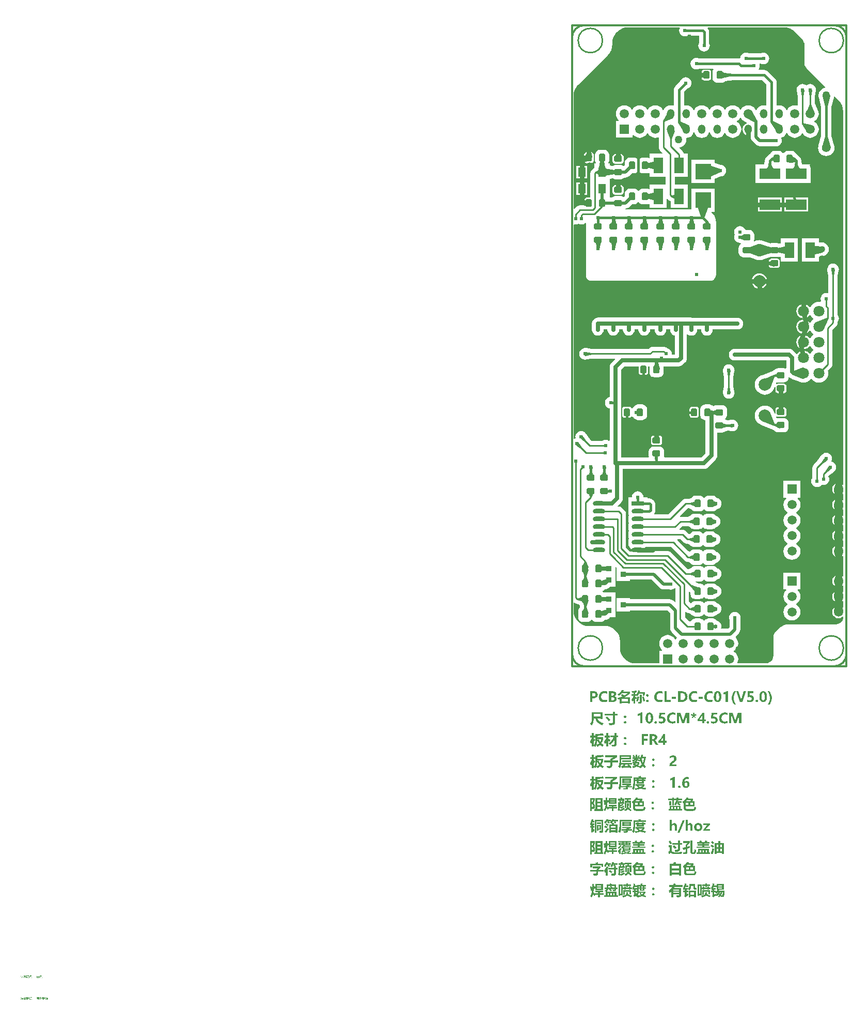
<source format=gbl>
%FSLAX24Y24*%
%MOIN*%
G70*
G01*
G75*
G04 Layer_Physical_Order=2*
G04 Layer_Color=16711680*
%ADD10C,0.0300*%
%ADD11R,0.0500X0.0500*%
G04:AMPARAMS|DCode=12|XSize=40mil|YSize=50mil|CornerRadius=6mil|HoleSize=0mil|Usage=FLASHONLY|Rotation=270.000|XOffset=0mil|YOffset=0mil|HoleType=Round|Shape=RoundedRectangle|*
%AMROUNDEDRECTD12*
21,1,0.0400,0.0380,0,0,270.0*
21,1,0.0280,0.0500,0,0,270.0*
1,1,0.0120,-0.0190,-0.0140*
1,1,0.0120,-0.0190,0.0140*
1,1,0.0120,0.0190,0.0140*
1,1,0.0120,0.0190,-0.0140*
%
%ADD12ROUNDEDRECTD12*%
%ADD13R,0.0500X0.0500*%
%ADD14O,0.1000X0.0160*%
%ADD15O,0.0160X0.1000*%
G04:AMPARAMS|DCode=16|XSize=40mil|YSize=50mil|CornerRadius=6mil|HoleSize=0mil|Usage=FLASHONLY|Rotation=0.000|XOffset=0mil|YOffset=0mil|HoleType=Round|Shape=RoundedRectangle|*
%AMROUNDEDRECTD16*
21,1,0.0400,0.0380,0,0,0.0*
21,1,0.0280,0.0500,0,0,0.0*
1,1,0.0120,0.0140,-0.0190*
1,1,0.0120,-0.0140,-0.0190*
1,1,0.0120,-0.0140,0.0190*
1,1,0.0120,0.0140,0.0190*
%
%ADD16ROUNDEDRECTD16*%
%ADD17R,0.1000X0.0600*%
%ADD18O,0.0300X0.0800*%
%ADD19R,0.0300X0.0800*%
%ADD20O,0.0240X0.0800*%
%ADD21C,0.0200*%
%ADD22C,0.0100*%
%ADD23C,0.0150*%
%ADD24C,0.0250*%
%ADD25C,0.0118*%
%ADD26C,0.0591*%
%ADD27R,0.0591X0.0591*%
%ADD28C,0.0500*%
%ADD29C,0.0787*%
%ADD30C,0.0709*%
%ADD31O,0.0500X0.0591*%
%ADD32C,0.0400*%
%ADD33C,0.0550*%
%ADD34C,0.0240*%
%ADD35R,0.0600X0.1000*%
%ADD36R,0.1339X0.0700*%
%ADD37R,0.0800X0.0300*%
%ADD38O,0.0800X0.0300*%
%ADD39R,0.0374X0.0354*%
%ADD40R,0.0374X0.0354*%
%ADD41R,0.1000X0.1000*%
%ADD42R,0.0500X0.0600*%
G36*
X2841Y6379D02*
X2869Y6361D01*
Y5514D01*
X3743D01*
Y5588D01*
X5138D01*
X5665Y5061D01*
X5738Y5005D01*
X5823Y4970D01*
X5914Y4958D01*
X6269D01*
X6277Y4954D01*
X6373Y4942D01*
X6470Y4954D01*
X6560Y4992D01*
X6632Y5047D01*
X6662Y5032D01*
X6677Y5021D01*
Y4161D01*
X6631Y4141D01*
X6555Y4217D01*
X6482Y4273D01*
X6397Y4308D01*
X6306Y4320D01*
X3743D01*
Y4394D01*
X2869D01*
Y3540D01*
X3743D01*
Y3614D01*
X6160D01*
X6332Y3442D01*
Y2462D01*
X6332Y2462D01*
X6332D01*
X6344Y2371D01*
X6379Y2286D01*
X6435Y2213D01*
X6787Y1861D01*
X6786Y1855D01*
X6700Y1742D01*
X6650D01*
X6564Y1855D01*
X6450Y1942D01*
X6318Y1997D01*
X6175Y2016D01*
X6033Y1997D01*
X5900Y1942D01*
X5786Y1855D01*
X5699Y1741D01*
X5644Y1608D01*
X5625Y1466D01*
X5644Y1323D01*
X5699Y1191D01*
X5786Y1077D01*
X5810Y1058D01*
X5794Y1011D01*
X5630D01*
Y196D01*
X4100Y195D01*
X3904Y214D01*
X3715Y272D01*
X3542Y365D01*
X3389Y489D01*
X3265Y642D01*
X3172Y815D01*
X3114Y1004D01*
X3096Y1195D01*
X3100Y1200D01*
X3100D01*
X3100Y1200D01*
X3105Y1600D01*
X3086Y1796D01*
X3028Y1985D01*
X2935Y2158D01*
X2811Y2311D01*
X2658Y2435D01*
X2485Y2528D01*
X2296Y2586D01*
X2100Y2605D01*
Y2600D01*
X1900D01*
X1100Y2595D01*
X904Y2614D01*
X715Y2672D01*
X542Y2765D01*
X389Y2889D01*
X265Y3042D01*
X172Y3215D01*
X114Y3404D01*
X96Y3595D01*
X100Y3600D01*
X100D01*
Y4090D01*
X145Y4112D01*
X188Y4079D01*
X261Y4049D01*
X276Y4047D01*
X437Y3997D01*
X438Y3995D01*
X487Y3930D01*
X489Y3929D01*
X514Y3847D01*
X489Y3766D01*
X487Y3765D01*
X438Y3700D01*
X406Y3625D01*
X396Y3544D01*
Y3164D01*
X406Y3083D01*
X438Y3008D01*
X487Y2943D01*
X552Y2893D01*
X628Y2862D01*
X708Y2851D01*
X988D01*
X1069Y2862D01*
X1145Y2893D01*
X1210Y2943D01*
X1248Y2994D01*
X1299D01*
X1337Y2943D01*
X1402Y2893D01*
X1478Y2862D01*
X1558Y2851D01*
X1839D01*
X1919Y2862D01*
X1995Y2893D01*
X2060Y2943D01*
X2104Y3001D01*
X2142D01*
X2145Y3002D01*
X2149Y3001D01*
X2191Y3008D01*
X2233Y3013D01*
X2236Y3014D01*
X2240Y3015D01*
X2279Y3032D01*
X2318Y3048D01*
X2321Y3051D01*
X2324Y3052D01*
X2358Y3079D01*
X2391Y3104D01*
X2452Y3166D01*
X2817D01*
Y4020D01*
X2817D01*
Y4768D01*
X2039D01*
X1995Y4802D01*
X1976Y4809D01*
Y4859D01*
X1995Y4867D01*
X2060Y4917D01*
X2104Y4975D01*
X2142D01*
X2145Y4975D01*
X2149Y4975D01*
X2191Y4981D01*
X2233Y4987D01*
X2236Y4988D01*
X2240Y4989D01*
X2251Y4994D01*
X2279Y5006D01*
X2318Y5022D01*
X2321Y5024D01*
X2324Y5026D01*
X2358Y5052D01*
X2391Y5078D01*
X2452Y5140D01*
X2817D01*
Y5994D01*
X2817D01*
Y6385D01*
X2823Y6387D01*
X2841Y6379D01*
D02*
G37*
G36*
X4348Y31890D02*
X4413Y31840D01*
X4488Y31809D01*
X4569Y31798D01*
X4849D01*
X4930Y31809D01*
X4977Y31829D01*
X5019Y31801D01*
Y31551D01*
X6032D01*
Y31050D01*
X5019D01*
Y30800D01*
X4977Y30773D01*
X4930Y30792D01*
X4849Y30803D01*
X4569D01*
X4488Y30792D01*
X4413Y30761D01*
X4348Y30711D01*
X4309Y30660D01*
X4259D01*
X4220Y30711D01*
X4156Y30761D01*
X4080Y30792D01*
X3999Y30803D01*
X3719D01*
X3638Y30792D01*
X3563Y30761D01*
X3498Y30711D01*
X3448Y30646D01*
X3417Y30571D01*
X3407Y30490D01*
Y30347D01*
X3329Y30269D01*
X3319Y30276D01*
X3243Y30308D01*
X3162Y30318D01*
X2782D01*
X2701Y30308D01*
X2626Y30276D01*
X2561Y30227D01*
X2555Y30219D01*
X2437D01*
Y30251D01*
X2437D01*
Y31317D01*
Y31438D01*
X2615Y31464D01*
X2626Y31456D01*
X2701Y31425D01*
X2782Y31414D01*
X3162D01*
X3243Y31425D01*
X3319Y31456D01*
X3383Y31506D01*
X3390Y31514D01*
X3425D01*
X3460Y31518D01*
X3495Y31521D01*
X3506Y31524D01*
X3516Y31526D01*
X3549Y31539D01*
X3582Y31551D01*
X3591Y31557D01*
X3601Y31561D01*
X3630Y31583D01*
X3659Y31602D01*
X3880Y31798D01*
X3999D01*
X4080Y31809D01*
X4156Y31840D01*
X4220Y31890D01*
X4259Y31941D01*
X4309D01*
X4348Y31890D01*
D02*
G37*
G36*
X13882Y41186D02*
X14070Y41128D01*
X14244Y41035D01*
X14393Y40914D01*
X14393Y40907D01*
Y40907D01*
X14802Y40502D01*
X14888Y40398D01*
X14951Y40280D01*
X14990Y40151D01*
X15003Y40020D01*
X15000Y40017D01*
X15000D01*
X15000Y40017D01*
X14996Y38900D01*
X15012Y38774D01*
X15061Y38656D01*
X15138Y38556D01*
X15141Y38559D01*
X15800Y37900D01*
X16340Y37362D01*
X16324Y37315D01*
X16281Y37309D01*
X16159Y37259D01*
X16055Y37179D01*
X15974Y37074D01*
X15924Y36953D01*
X15907Y36822D01*
X15915Y36760D01*
X15920Y36719D01*
X15921Y36715D01*
X15924Y36692D01*
X15932Y36673D01*
X16083Y36081D01*
Y34200D01*
X15912Y33595D01*
X15900Y33566D01*
X15891Y33501D01*
X15885Y33462D01*
X15886Y33459D01*
X15882Y33429D01*
X15900Y33292D01*
X15953Y33164D01*
X16037Y33055D01*
X16146Y32971D01*
X16274Y32918D01*
X16411Y32900D01*
X16548Y32918D01*
X16676Y32971D01*
X16786Y33055D01*
X16870Y33164D01*
X16923Y33292D01*
X16941Y33429D01*
X16937Y33459D01*
X16937Y33462D01*
X16931Y33501D01*
X16923Y33566D01*
X16911Y33595D01*
X16739Y34200D01*
Y36081D01*
X16891Y36673D01*
X16898Y36692D01*
X16901Y36715D01*
X16902Y36719D01*
X16905Y36737D01*
X16952Y36754D01*
X17211Y36496D01*
X17335Y36344D01*
X17428Y36170D01*
X17486Y35982D01*
X17504Y35791D01*
X17500Y35786D01*
X17500D01*
Y16800D01*
X17501Y11736D01*
X17456Y11714D01*
X17389Y11765D01*
X17293Y11805D01*
X17190Y11819D01*
X17087Y11805D01*
X16991Y11765D01*
X16908Y11702D01*
X16845Y11619D01*
X16805Y11523D01*
X16791Y11420D01*
X16805Y11317D01*
X16845Y11221D01*
X16908Y11138D01*
X16991Y11075D01*
X17087Y11035D01*
X17190Y11021D01*
X17293Y11035D01*
X17389Y11075D01*
X17456Y11126D01*
X17501Y11104D01*
X17501Y10736D01*
X17456Y10714D01*
X17389Y10765D01*
X17293Y10805D01*
X17190Y10819D01*
X17087Y10805D01*
X16991Y10765D01*
X16908Y10702D01*
X16845Y10619D01*
X16805Y10523D01*
X16791Y10420D01*
X16805Y10317D01*
X16845Y10221D01*
X16908Y10138D01*
X16991Y10075D01*
X17087Y10035D01*
X17190Y10021D01*
X17293Y10035D01*
X17389Y10075D01*
X17457Y10126D01*
X17501Y10104D01*
X17502Y9736D01*
X17457Y9714D01*
X17389Y9765D01*
X17293Y9805D01*
X17190Y9819D01*
X17087Y9805D01*
X16991Y9765D01*
X16908Y9702D01*
X16845Y9619D01*
X16805Y9523D01*
X16791Y9420D01*
X16805Y9317D01*
X16845Y9221D01*
X16908Y9138D01*
X16991Y9075D01*
X17087Y9035D01*
X17190Y9021D01*
X17293Y9035D01*
X17389Y9075D01*
X17457Y9126D01*
X17502Y9104D01*
X17502Y8736D01*
X17457Y8713D01*
X17389Y8765D01*
X17293Y8805D01*
X17190Y8819D01*
X17087Y8805D01*
X16991Y8765D01*
X16908Y8702D01*
X16845Y8619D01*
X16805Y8523D01*
X16791Y8420D01*
X16805Y8317D01*
X16845Y8221D01*
X16908Y8138D01*
X16991Y8075D01*
X17087Y8035D01*
X17190Y8021D01*
X17293Y8035D01*
X17389Y8075D01*
X17457Y8127D01*
X17502Y8105D01*
X17502Y7735D01*
X17457Y7713D01*
X17389Y7765D01*
X17293Y7805D01*
X17190Y7819D01*
X17087Y7805D01*
X16991Y7765D01*
X16908Y7702D01*
X16845Y7619D01*
X16805Y7523D01*
X16791Y7420D01*
X16805Y7317D01*
X16845Y7221D01*
X16908Y7138D01*
X16991Y7075D01*
X17087Y7035D01*
X17190Y7021D01*
X17293Y7035D01*
X17389Y7075D01*
X17457Y7127D01*
X17502Y7105D01*
X17502Y5815D01*
X17458Y5793D01*
X17389Y5845D01*
X17293Y5885D01*
X17190Y5899D01*
X17087Y5885D01*
X16991Y5845D01*
X16908Y5782D01*
X16845Y5699D01*
X16805Y5603D01*
X16791Y5500D01*
X16805Y5397D01*
X16845Y5301D01*
X16908Y5218D01*
X16991Y5155D01*
X17087Y5115D01*
X17190Y5101D01*
X17293Y5115D01*
X17389Y5155D01*
X17458Y5207D01*
X17503Y5185D01*
X17503Y4815D01*
X17458Y4793D01*
X17389Y4845D01*
X17293Y4885D01*
X17190Y4899D01*
X17087Y4885D01*
X16991Y4845D01*
X16908Y4782D01*
X16845Y4699D01*
X16805Y4603D01*
X16791Y4500D01*
X16805Y4397D01*
X16845Y4301D01*
X16908Y4218D01*
X16991Y4155D01*
X17087Y4115D01*
X17190Y4101D01*
X17293Y4115D01*
X17389Y4155D01*
X17458Y4207D01*
X17503Y4185D01*
X17503Y3815D01*
X17458Y3793D01*
X17389Y3845D01*
X17293Y3885D01*
X17190Y3899D01*
X17087Y3885D01*
X16991Y3845D01*
X16908Y3782D01*
X16845Y3699D01*
X16805Y3603D01*
X16791Y3500D01*
X16805Y3397D01*
X16845Y3301D01*
X16908Y3218D01*
X16991Y3155D01*
X17087Y3115D01*
X17190Y3101D01*
X17293Y3115D01*
X17389Y3155D01*
X17458Y3207D01*
X17503Y3185D01*
X17503Y3141D01*
X17491Y3052D01*
X17457Y2969D01*
X17402Y2898D01*
X17402Y2898D01*
X17402Y2898D01*
X17402Y2897D01*
X17298Y2812D01*
X17180Y2749D01*
X17051Y2710D01*
X16920Y2697D01*
X16917Y2700D01*
Y2700D01*
X14292D01*
X14014Y2705D01*
X13818Y2686D01*
X13630Y2628D01*
X13456Y2535D01*
X13304Y2411D01*
Y2411D01*
X13304Y2404D01*
X13198Y2302D01*
X13112Y2198D01*
X13049Y2080D01*
X13010Y1951D01*
X12997Y1817D01*
X13000D01*
X13004Y700D01*
X12987Y569D01*
X12937Y448D01*
X12857Y343D01*
X12752Y263D01*
X12631Y213D01*
X12504Y196D01*
X12500Y200D01*
Y200D01*
X12000D01*
X10700Y199D01*
X10672Y241D01*
X10707Y323D01*
X10725Y466D01*
X10707Y608D01*
X10652Y741D01*
X10564Y855D01*
X10452Y941D01*
Y991D01*
X10564Y1077D01*
X10652Y1191D01*
X10707Y1323D01*
X10725Y1466D01*
X10707Y1608D01*
X10652Y1741D01*
X10564Y1855D01*
X10557Y1860D01*
X10554Y1910D01*
X10761Y2118D01*
X10817Y2191D01*
X10852Y2276D01*
X10864Y2367D01*
Y3023D01*
X10872Y3041D01*
X10885Y3138D01*
X10872Y3234D01*
X10835Y3324D01*
X10775Y3401D01*
X10698Y3461D01*
X10608Y3498D01*
X10511Y3511D01*
X10415Y3498D01*
X10325Y3461D01*
X10247Y3401D01*
X10188Y3324D01*
X10151Y3234D01*
X10138Y3138D01*
X10151Y3041D01*
X10158Y3023D01*
Y2513D01*
X10062Y2417D01*
X9648D01*
X9620Y2459D01*
X9631Y2485D01*
X9644Y2582D01*
X9631Y2678D01*
X9594Y2768D01*
X9534Y2846D01*
X9457Y2905D01*
X9367Y2942D01*
X9345Y2945D01*
X9309Y2993D01*
X9244Y3043D01*
X9168Y3074D01*
X9088Y3085D01*
X8808D01*
X8727Y3074D01*
X8651Y3043D01*
X8586Y2993D01*
X8548Y2942D01*
X8498D01*
X8459Y2993D01*
X8394Y3043D01*
X8318Y3074D01*
X8238Y3085D01*
X7958D01*
X7877Y3074D01*
X7801Y3043D01*
X7736Y2993D01*
X7687Y2928D01*
X7669Y2884D01*
X7569D01*
X7288Y3166D01*
Y3513D01*
X7334Y3533D01*
X7368Y3498D01*
X7368Y3498D01*
X7404Y3471D01*
X7431Y3450D01*
X7461Y3438D01*
X7504Y3420D01*
X7529Y3417D01*
X7686Y3368D01*
X7687Y3366D01*
X7736Y3301D01*
X7801Y3251D01*
X7877Y3220D01*
X7958Y3209D01*
X8238D01*
X8318Y3220D01*
X8394Y3251D01*
X8459Y3301D01*
X8498Y3352D01*
X8548D01*
X8586Y3301D01*
X8651Y3251D01*
X8727Y3220D01*
X8808Y3209D01*
X9088D01*
X9168Y3220D01*
X9244Y3251D01*
X9309Y3301D01*
X9344Y3347D01*
X9359Y3351D01*
X9367Y3352D01*
X9412Y3370D01*
X9444Y3383D01*
X9445Y3384D01*
X9457Y3389D01*
X9534Y3448D01*
X9594Y3526D01*
X9631Y3616D01*
X9644Y3712D01*
X9631Y3809D01*
X9594Y3899D01*
X9534Y3976D01*
X9457Y4035D01*
X9445Y4040D01*
X9444Y4041D01*
X9412Y4054D01*
X9367Y4073D01*
X9359Y4074D01*
X9344Y4078D01*
X9309Y4123D01*
X9244Y4173D01*
X9168Y4204D01*
X9088Y4215D01*
X8808D01*
X8727Y4204D01*
X8651Y4173D01*
X8586Y4123D01*
X8548Y4073D01*
X8498D01*
X8459Y4123D01*
X8394Y4173D01*
X8318Y4204D01*
X8238Y4215D01*
X7958D01*
X7877Y4204D01*
X7801Y4173D01*
X7736Y4123D01*
X7700Y4076D01*
X7653Y4072D01*
X7647Y4075D01*
X7532Y4190D01*
Y4803D01*
X7579Y4820D01*
X7645Y4737D01*
Y4652D01*
X7656Y4571D01*
X7687Y4496D01*
X7736Y4431D01*
X7801Y4382D01*
X7877Y4350D01*
X7958Y4340D01*
X8238D01*
X8318Y4350D01*
X8394Y4382D01*
X8459Y4431D01*
X8498Y4482D01*
X8548D01*
X8586Y4431D01*
X8651Y4382D01*
X8727Y4350D01*
X8808Y4340D01*
X9088D01*
X9168Y4350D01*
X9244Y4382D01*
X9309Y4431D01*
X9344Y4477D01*
X9359Y4481D01*
X9367Y4482D01*
X9412Y4500D01*
X9444Y4513D01*
X9445Y4514D01*
X9457Y4519D01*
X9534Y4579D01*
X9594Y4656D01*
X9631Y4746D01*
X9644Y4842D01*
X9631Y4939D01*
X9594Y5029D01*
X9534Y5106D01*
X9457Y5166D01*
X9445Y5171D01*
X9444Y5171D01*
X9412Y5184D01*
X9367Y5203D01*
X9359Y5204D01*
X9344Y5208D01*
X9309Y5253D01*
X9244Y5303D01*
X9168Y5334D01*
X9088Y5345D01*
X8808D01*
X8727Y5334D01*
X8651Y5303D01*
X8586Y5253D01*
X8548Y5203D01*
X8498D01*
X8459Y5253D01*
X8394Y5303D01*
X8318Y5334D01*
X8238Y5345D01*
X8175D01*
X7972Y5421D01*
X7980Y5470D01*
X8238D01*
X8318Y5481D01*
X8394Y5512D01*
X8459Y5562D01*
X8498Y5612D01*
X8548D01*
X8586Y5562D01*
X8651Y5512D01*
X8727Y5481D01*
X8808Y5470D01*
X9088D01*
X9168Y5481D01*
X9244Y5512D01*
X9309Y5562D01*
X9344Y5607D01*
X9359Y5611D01*
X9367Y5612D01*
X9412Y5631D01*
X9444Y5644D01*
X9445Y5644D01*
X9457Y5649D01*
X9534Y5709D01*
X9594Y5786D01*
X9631Y5876D01*
X9644Y5973D01*
X9631Y6069D01*
X9594Y6159D01*
X9534Y6237D01*
X9457Y6296D01*
X9445Y6301D01*
X9444Y6302D01*
X9412Y6315D01*
X9367Y6333D01*
X9359Y6334D01*
X9344Y6338D01*
X9309Y6384D01*
X9244Y6433D01*
X9168Y6465D01*
X9088Y6475D01*
X8808D01*
X8727Y6465D01*
X8651Y6433D01*
X8586Y6384D01*
X8548Y6333D01*
X8498D01*
X8459Y6384D01*
X8394Y6433D01*
X8318Y6465D01*
X8238Y6475D01*
X7958D01*
X7877Y6465D01*
X7801Y6433D01*
X7736Y6384D01*
X7687Y6319D01*
X7686Y6317D01*
X7552Y6275D01*
X7447D01*
X6370Y7352D01*
X6307Y7400D01*
X6286Y7409D01*
X6234Y7431D01*
X6156Y7441D01*
X4760D01*
X4728Y7479D01*
X4731Y7496D01*
X4712Y7594D01*
X4678Y7645D01*
X4678Y7647D01*
X4739Y7694D01*
X6398D01*
X7265Y6826D01*
X7265Y6826D01*
X7292Y6805D01*
X7328Y6778D01*
X7379Y6757D01*
X7401Y6748D01*
X7410Y6747D01*
X7479Y6737D01*
X7479Y6737D01*
X7482D01*
X7617Y6696D01*
X7618Y6694D01*
X7667Y6629D01*
X7732Y6579D01*
X7807Y6548D01*
X7888Y6537D01*
X8168D01*
X8249Y6548D01*
X8325Y6579D01*
X8389Y6629D01*
X8428Y6680D01*
X8478D01*
X8517Y6629D01*
X8582Y6579D01*
X8657Y6548D01*
X8738Y6537D01*
X9018D01*
X9099Y6548D01*
X9175Y6579D01*
X9239Y6629D01*
X9275Y6675D01*
X9290Y6678D01*
X9298Y6680D01*
X9343Y6698D01*
X9375Y6711D01*
X9376Y6712D01*
X9388Y6717D01*
X9465Y6776D01*
X9524Y6853D01*
X9562Y6943D01*
X9574Y7040D01*
X9562Y7137D01*
X9524Y7227D01*
X9465Y7304D01*
X9388Y7363D01*
X9376Y7368D01*
X9375Y7369D01*
X9343Y7382D01*
X9298Y7401D01*
X9290Y7402D01*
X9275Y7405D01*
X9239Y7451D01*
X9175Y7501D01*
X9099Y7532D01*
X9018Y7543D01*
X8738D01*
X8657Y7532D01*
X8582Y7501D01*
X8517Y7451D01*
X8478Y7400D01*
X8428D01*
X8389Y7451D01*
X8325Y7501D01*
X8249Y7532D01*
X8168Y7543D01*
X7888D01*
X7807Y7532D01*
X7732Y7501D01*
X7667Y7451D01*
X7618Y7386D01*
X7520Y7427D01*
X6800Y8147D01*
X6819Y8194D01*
X7019D01*
X7235Y7977D01*
X7298Y7929D01*
X7319Y7920D01*
X7371Y7899D01*
X7449Y7889D01*
X7482D01*
X7617Y7847D01*
X7618Y7845D01*
X7667Y7780D01*
X7732Y7730D01*
X7807Y7699D01*
X7888Y7689D01*
X8168D01*
X8249Y7699D01*
X8325Y7730D01*
X8389Y7780D01*
X8428Y7831D01*
X8478D01*
X8517Y7780D01*
X8582Y7730D01*
X8657Y7699D01*
X8738Y7689D01*
X9018D01*
X9099Y7699D01*
X9175Y7730D01*
X9239Y7780D01*
X9275Y7826D01*
X9290Y7830D01*
X9298Y7831D01*
X9343Y7849D01*
X9375Y7862D01*
X9376Y7863D01*
X9388Y7868D01*
X9465Y7927D01*
X9524Y8005D01*
X9562Y8095D01*
X9574Y8191D01*
X9562Y8288D01*
X9524Y8378D01*
X9465Y8455D01*
X9388Y8514D01*
X9376Y8520D01*
X9375Y8520D01*
X9343Y8533D01*
X9298Y8552D01*
X9290Y8553D01*
X9275Y8557D01*
X9239Y8602D01*
X9175Y8652D01*
X9099Y8683D01*
X9018Y8694D01*
X8738D01*
X8657Y8683D01*
X8582Y8652D01*
X8517Y8602D01*
X8478Y8552D01*
X8428D01*
X8389Y8602D01*
X8325Y8652D01*
X8249Y8683D01*
X8168Y8694D01*
X7888D01*
X7807Y8683D01*
X7732Y8652D01*
X7667Y8602D01*
X7618Y8538D01*
X7617Y8536D01*
X7552Y8516D01*
X7358Y8710D01*
X7295Y8758D01*
X7274Y8767D01*
X7222Y8788D01*
X7144Y8799D01*
X6944D01*
X6925Y8845D01*
X7120Y9040D01*
X7482D01*
X7617Y8998D01*
X7618Y8996D01*
X7667Y8931D01*
X7732Y8882D01*
X7807Y8850D01*
X7888Y8840D01*
X8168D01*
X8249Y8850D01*
X8325Y8882D01*
X8389Y8931D01*
X8428Y8982D01*
X8478D01*
X8517Y8931D01*
X8582Y8882D01*
X8657Y8850D01*
X8738Y8840D01*
X9018D01*
X9099Y8850D01*
X9175Y8882D01*
X9239Y8931D01*
X9275Y8977D01*
X9290Y8981D01*
X9298Y8982D01*
X9343Y9001D01*
X9375Y9013D01*
X9376Y9014D01*
X9388Y9019D01*
X9465Y9079D01*
X9524Y9156D01*
X9562Y9246D01*
X9574Y9343D01*
X9562Y9439D01*
X9524Y9529D01*
X9465Y9606D01*
X9388Y9666D01*
X9376Y9671D01*
X9375Y9672D01*
X9343Y9684D01*
X9298Y9703D01*
X9290Y9704D01*
X9275Y9708D01*
X9239Y9754D01*
X9175Y9803D01*
X9099Y9835D01*
X9018Y9845D01*
X8738D01*
X8657Y9835D01*
X8582Y9803D01*
X8517Y9754D01*
X8478Y9703D01*
X8428D01*
X8389Y9754D01*
X8325Y9803D01*
X8249Y9835D01*
X8168Y9845D01*
X7888D01*
X7807Y9835D01*
X7732Y9803D01*
X7667Y9754D01*
X7618Y9689D01*
X7617Y9687D01*
X7482Y9645D01*
X6994D01*
X6977Y9643D01*
X6955Y9688D01*
X7458Y10191D01*
X7553D01*
X7687Y10149D01*
X7688Y10147D01*
X7738Y10083D01*
X7802Y10033D01*
X7878Y10002D01*
X7959Y9991D01*
X8239D01*
X8320Y10002D01*
X8395Y10033D01*
X8460Y10083D01*
X8499Y10133D01*
X8549D01*
X8587Y10083D01*
X8652Y10033D01*
X8728Y10002D01*
X8809Y9991D01*
X9089D01*
X9170Y10002D01*
X9245Y10033D01*
X9310Y10083D01*
X9345Y10128D01*
X9360Y10132D01*
X9368Y10133D01*
X9413Y10152D01*
X9445Y10165D01*
X9446Y10166D01*
X9458Y10171D01*
X9535Y10230D01*
X9595Y10307D01*
X9632Y10397D01*
X9645Y10494D01*
X9632Y10590D01*
X9595Y10680D01*
X9535Y10758D01*
X9458Y10817D01*
X9446Y10822D01*
X9445Y10823D01*
X9413Y10836D01*
X9368Y10854D01*
X9360Y10855D01*
X9345Y10859D01*
X9310Y10905D01*
X9245Y10955D01*
X9170Y10986D01*
X9089Y10996D01*
X8809D01*
X8728Y10986D01*
X8652Y10955D01*
X8587Y10905D01*
X8549Y10854D01*
X8499D01*
X8460Y10905D01*
X8395Y10955D01*
X8320Y10986D01*
X8239Y10996D01*
X7959D01*
X7878Y10986D01*
X7802Y10955D01*
X7738Y10905D01*
X7688Y10840D01*
X7687Y10838D01*
X7553Y10796D01*
X7333D01*
X7333Y10796D01*
X7264Y10787D01*
X7255Y10786D01*
X7182Y10756D01*
X7119Y10708D01*
X7119Y10708D01*
X6210Y9799D01*
X5312D01*
X5290Y9844D01*
X5342Y9911D01*
X5358Y9950D01*
X5374Y9990D01*
X5380Y10032D01*
X5386Y10075D01*
Y10428D01*
X5374Y10513D01*
X5342Y10592D01*
X5312Y10630D01*
X5289Y10660D01*
X5221Y10728D01*
X5153Y10780D01*
X5147Y10783D01*
X5114Y10796D01*
X5074Y10813D01*
X5032Y10818D01*
X4990Y10824D01*
X4876D01*
Y10896D01*
X4616D01*
X4601Y10913D01*
X4588Y11009D01*
X4551Y11099D01*
X4492Y11177D01*
X4414Y11236D01*
X4324Y11273D01*
X4228Y11286D01*
X4131Y11273D01*
X4041Y11236D01*
X3964Y11177D01*
X3905Y11099D01*
X3867Y11009D01*
X3855Y10913D01*
X3840Y10896D01*
X3576D01*
Y10096D01*
X3576D01*
X3585Y10086D01*
X3573Y9996D01*
X3587Y9892D01*
X3627Y9794D01*
X3664Y9746D01*
X3627Y9698D01*
X3587Y9601D01*
X3573Y9496D01*
X3587Y9392D01*
X3627Y9294D01*
X3664Y9246D01*
X3627Y9198D01*
X3587Y9101D01*
X3573Y8996D01*
X3587Y8892D01*
X3627Y8794D01*
X3664Y8746D01*
X3627Y8698D01*
X3587Y8601D01*
X3573Y8496D01*
X3587Y8392D01*
X3627Y8294D01*
X3664Y8246D01*
X3627Y8198D01*
X3587Y8101D01*
X3573Y7996D01*
X3587Y7892D01*
X3627Y7794D01*
X3691Y7711D01*
X3775Y7647D01*
X3775Y7645D01*
X3741Y7594D01*
X3729Y7533D01*
X3681Y7518D01*
X3490Y7709D01*
Y9821D01*
X3480Y9899D01*
X3458Y9951D01*
X3449Y9972D01*
X3401Y10035D01*
X3226Y10210D01*
X3164Y10258D01*
X3091Y10288D01*
X3012Y10299D01*
X2960D01*
X2941Y10345D01*
X3167Y10572D01*
X3228Y10650D01*
X3265Y10741D01*
X3278Y10839D01*
Y12722D01*
X8500D01*
X8598Y12735D01*
X8689Y12772D01*
X8767Y12833D01*
X9257Y13322D01*
X9317Y13401D01*
X9355Y13492D01*
X9368Y13590D01*
X9368Y13590D01*
X9368Y13590D01*
Y13590D01*
Y15079D01*
X9705D01*
X9786Y15090D01*
X9861Y15121D01*
X9926Y15171D01*
X9927Y15172D01*
X10041Y15207D01*
X10300Y15164D01*
X10325Y15163D01*
X10356Y15159D01*
X10374Y15161D01*
X10379Y15161D01*
X10387Y15163D01*
X10453Y15171D01*
X10543Y15209D01*
X10620Y15268D01*
X10679Y15345D01*
X10717Y15435D01*
X10729Y15532D01*
X10717Y15628D01*
X10679Y15718D01*
X10620Y15796D01*
X10543Y15855D01*
X10453Y15892D01*
X10387Y15901D01*
X10379Y15903D01*
X10374Y15903D01*
X10356Y15905D01*
X10325Y15901D01*
X10300Y15900D01*
X10041Y15856D01*
X9927Y15891D01*
X9926Y15893D01*
X9875Y15932D01*
Y15982D01*
X9926Y16021D01*
X9976Y16085D01*
X10007Y16161D01*
X10018Y16242D01*
Y16522D01*
X10007Y16603D01*
X9976Y16678D01*
X9926Y16743D01*
X9861Y16793D01*
X9786Y16824D01*
X9705Y16834D01*
X9325D01*
X9244Y16824D01*
X9169Y16793D01*
X9120Y16755D01*
X9091Y16793D01*
X9026Y16843D01*
X8951Y16874D01*
X8870Y16884D01*
X8590D01*
X8509Y16874D01*
X8434Y16843D01*
X8369Y16793D01*
X8319Y16728D01*
X8288Y16653D01*
X8277Y16572D01*
Y16192D01*
X8288Y16111D01*
X8319Y16035D01*
X8369Y15971D01*
X8434Y15921D01*
X8509Y15890D01*
X8590Y15879D01*
X8612D01*
Y13747D01*
X8343Y13478D01*
X5976D01*
X5943Y13516D01*
X5951Y13580D01*
Y13860D01*
X5940Y13941D01*
X5909Y14017D01*
X5860Y14081D01*
X5795Y14131D01*
X5719Y14162D01*
X5638Y14173D01*
X5258D01*
X5178Y14162D01*
X5102Y14131D01*
X5037Y14081D01*
X4988Y14017D01*
X4956Y13941D01*
X4946Y13860D01*
Y13580D01*
X4954Y13516D01*
X4921Y13478D01*
X3181D01*
Y19128D01*
X3400Y19347D01*
X4283D01*
X4295Y19332D01*
Y18952D01*
X4308Y18889D01*
X4343Y18836D01*
X4396Y18801D01*
X4458Y18789D01*
X4738D01*
X4801Y18801D01*
X4854Y18836D01*
X4889Y18889D01*
X4902Y18952D01*
Y19332D01*
X4914Y19347D01*
X4982D01*
X4996Y19332D01*
Y18952D01*
X5006Y18871D01*
X5038Y18795D01*
X5087Y18731D01*
X5152Y18681D01*
X5228Y18650D01*
X5308Y18639D01*
X5588D01*
X5669Y18650D01*
X5745Y18681D01*
X5810Y18731D01*
X5859Y18795D01*
X5890Y18871D01*
X5901Y18952D01*
Y19332D01*
X5915Y19347D01*
X6885D01*
X6983Y19360D01*
X7074Y19398D01*
X7152Y19458D01*
X7152Y19458D01*
X7152Y19458D01*
X7295Y19601D01*
X7355Y19679D01*
X7393Y19770D01*
X7406Y19868D01*
Y21409D01*
X7450Y21431D01*
X7518Y21379D01*
X7609Y21342D01*
X7707Y21329D01*
X7805Y21342D01*
X7896Y21379D01*
X7974Y21439D01*
X8034Y21518D01*
X8072Y21609D01*
X8085Y21707D01*
Y21725D01*
X8329D01*
Y21707D01*
X8342Y21609D01*
X8379Y21518D01*
X8439Y21439D01*
X8518Y21379D01*
X8609Y21342D01*
X8707Y21329D01*
X8805Y21342D01*
X8896Y21379D01*
X8974Y21439D01*
X9034Y21518D01*
X9072Y21609D01*
X9085Y21707D01*
Y21725D01*
X10667D01*
X10765Y21738D01*
X10856Y21776D01*
X10935Y21836D01*
X10995Y21914D01*
X11033Y22006D01*
X11045Y22103D01*
X11033Y22201D01*
X10995Y22293D01*
X10935Y22371D01*
X10856Y22431D01*
X10765Y22469D01*
X10667Y22482D01*
X8725D01*
X8707Y22484D01*
X8689Y22482D01*
X7725D01*
X7707Y22484D01*
X1655D01*
X1557Y22471D01*
X1466Y22433D01*
X1388Y22373D01*
X1328Y22295D01*
X1290Y22204D01*
X1277Y22106D01*
Y21707D01*
X1290Y21609D01*
X1328Y21518D01*
X1388Y21439D01*
X1466Y21379D01*
X1557Y21342D01*
X1655Y21329D01*
X1753Y21342D01*
X1844Y21379D01*
X1923Y21439D01*
X1983Y21518D01*
X2021Y21609D01*
X2033Y21707D01*
Y21728D01*
X2277D01*
Y21707D01*
X2290Y21609D01*
X2328Y21518D01*
X2388Y21439D01*
X2466Y21379D01*
X2557Y21342D01*
X2655Y21329D01*
X2753Y21342D01*
X2844Y21379D01*
X2923Y21439D01*
X2983Y21518D01*
X3021Y21609D01*
X3033Y21707D01*
Y21728D01*
X3277D01*
Y21707D01*
X3290Y21609D01*
X3328Y21518D01*
X3388Y21439D01*
X3466Y21379D01*
X3557Y21342D01*
X3655Y21329D01*
X3753Y21342D01*
X3844Y21379D01*
X3923Y21439D01*
X3983Y21518D01*
X4021Y21609D01*
X4033Y21707D01*
Y21728D01*
X4277D01*
Y21707D01*
X4290Y21609D01*
X4328Y21518D01*
X4388Y21439D01*
X4466Y21379D01*
X4557Y21342D01*
X4655Y21329D01*
X4753Y21342D01*
X4844Y21379D01*
X4923Y21439D01*
X4983Y21518D01*
X5021Y21609D01*
X5033Y21707D01*
Y21728D01*
X5329D01*
Y21707D01*
X5342Y21609D01*
X5379Y21518D01*
X5439Y21439D01*
X5518Y21379D01*
X5609Y21342D01*
X5707Y21329D01*
X5805Y21342D01*
X5896Y21379D01*
X5974Y21439D01*
X6034Y21518D01*
X6072Y21609D01*
X6085Y21707D01*
Y21728D01*
X6329D01*
Y21707D01*
X6342Y21609D01*
X6379Y21518D01*
X6439Y21439D01*
X6518Y21379D01*
X6609Y21342D01*
X6649Y21336D01*
Y20104D01*
X6473D01*
X6440Y20141D01*
X6442Y20151D01*
X6429Y20248D01*
X6392Y20338D01*
X6332Y20415D01*
X6255Y20474D01*
X6165Y20512D01*
X6131Y20516D01*
X6071Y20562D01*
X6050Y20571D01*
X5998Y20592D01*
X5920Y20603D01*
X5200D01*
X5122Y20592D01*
X5070Y20571D01*
X5049Y20562D01*
X4986Y20514D01*
X4926Y20454D01*
X1281D01*
X892Y20519D01*
X868Y20520D01*
X836Y20524D01*
X818Y20522D01*
X813Y20522D01*
X805Y20520D01*
X739Y20512D01*
X649Y20474D01*
X572Y20415D01*
X513Y20338D01*
X475Y20248D01*
X463Y20151D01*
X475Y20055D01*
X513Y19965D01*
X572Y19887D01*
X649Y19828D01*
X739Y19791D01*
X805Y19782D01*
X813Y19780D01*
X818Y19780D01*
X836Y19778D01*
X868Y19782D01*
X892Y19783D01*
X1281Y19849D01*
X2766D01*
X2785Y19802D01*
X2535Y19552D01*
X2475Y19474D01*
X2437Y19382D01*
X2424Y19285D01*
Y17364D01*
X2409Y17362D01*
X2319Y17325D01*
X2242Y17266D01*
X2182Y17188D01*
X2145Y17098D01*
X2132Y17002D01*
X2145Y16905D01*
X2182Y16815D01*
X2242Y16738D01*
X2319Y16679D01*
X2409Y16641D01*
X2424Y16639D01*
Y14560D01*
X2379Y14538D01*
X2345Y14565D01*
X2255Y14602D01*
X2158Y14615D01*
X2061Y14602D01*
X1971Y14565D01*
X1945Y14544D01*
X1272D01*
X1148Y14668D01*
X883Y15028D01*
X868Y15044D01*
X850Y15067D01*
X833Y15080D01*
X828Y15085D01*
X820Y15090D01*
X773Y15126D01*
X683Y15163D01*
X586Y15176D01*
X489Y15163D01*
X399Y15126D01*
X322Y15067D01*
X263Y14990D01*
X226Y14900D01*
X213Y14803D01*
X224Y14718D01*
X220Y14712D01*
X142Y14680D01*
X100Y14708D01*
Y28476D01*
X138Y28509D01*
X222Y28498D01*
X319Y28510D01*
X409Y28548D01*
X417Y28554D01*
X425Y28548D01*
X515Y28510D01*
X612Y28498D01*
X709Y28510D01*
X799Y28548D01*
X853Y28589D01*
X897Y28567D01*
X900Y25603D01*
X897Y25600D01*
X897D01*
X900Y25581D01*
X900Y25193D01*
X897Y25191D01*
X897D01*
X909Y25104D01*
X942Y25024D01*
X995Y24955D01*
X1064Y24902D01*
X1144Y24869D01*
X1230Y24858D01*
X8904Y24860D01*
X8907Y24857D01*
Y24857D01*
X9007Y24870D01*
X9101Y24909D01*
X9181Y24971D01*
X9242Y25051D01*
X9281Y25144D01*
X9294Y25244D01*
X9294Y25650D01*
X9294Y25654D01*
X9291Y28211D01*
X9295Y28215D01*
X9295D01*
X9291Y28251D01*
X9291Y28620D01*
X9295Y28624D01*
X9295D01*
X9279Y28788D01*
X9231Y28945D01*
X9154Y29090D01*
X9049Y29217D01*
X8993Y29263D01*
X9010Y29310D01*
X9209D01*
Y30810D01*
X7709D01*
Y29462D01*
X3406Y29460D01*
X3401Y29469D01*
X3425Y29513D01*
D01*
D01*
D01*
X3460Y29517D01*
X3495Y29520D01*
X3506Y29523D01*
X3516Y29525D01*
X3549Y29538D01*
X3582Y29550D01*
X3591Y29556D01*
X3601Y29560D01*
X3630Y29581D01*
X3659Y29601D01*
X3880Y29797D01*
X3999D01*
X4080Y29808D01*
X4156Y29839D01*
X4220Y29889D01*
X4259Y29940D01*
X4309D01*
X4348Y29889D01*
X4413Y29839D01*
X4488Y29808D01*
X4569Y29797D01*
X4849D01*
X4930Y29808D01*
X4977Y29827D01*
X5019Y29800D01*
Y29550D01*
X6119D01*
Y30119D01*
X6165Y30138D01*
X6217Y30086D01*
X6217Y30086D01*
X6225Y30080D01*
X6228Y30076D01*
X6247Y30063D01*
X6251Y30060D01*
X6268Y30045D01*
X6273Y30043D01*
X6280Y30038D01*
D01*
D01*
Y30038D01*
X6280Y30038D01*
D01*
D01*
X6280D01*
Y30038D01*
D01*
X6280D01*
Y30038D01*
X6283Y30036D01*
X6369Y29987D01*
Y29550D01*
X7469D01*
Y31050D01*
X6637D01*
Y31551D01*
X7469D01*
Y33051D01*
X7215D01*
X7212Y33069D01*
X7211Y33078D01*
X7196Y33115D01*
X7181Y33151D01*
X7133Y33214D01*
X6929Y33418D01*
X6945Y33465D01*
X7003Y33473D01*
X7125Y33523D01*
X7229Y33603D01*
X7309Y33708D01*
X7360Y33830D01*
X7377Y33960D01*
X7363Y34069D01*
X7373Y34079D01*
X7503Y34096D01*
X7625Y34146D01*
X7729Y34227D01*
X7809Y34331D01*
X7848Y34423D01*
X7898D01*
X7936Y34331D01*
X8016Y34227D01*
X8120Y34146D01*
X8242Y34096D01*
X8373Y34079D01*
X8503Y34096D01*
X8625Y34146D01*
X8729Y34227D01*
X8809Y34331D01*
X8848Y34423D01*
X8898D01*
X8936Y34331D01*
X9016Y34227D01*
X9120Y34146D01*
X9242Y34096D01*
X9373Y34079D01*
X9503Y34096D01*
X9625Y34146D01*
X9729Y34227D01*
X9809Y34331D01*
X9832Y34387D01*
X9882D01*
X9896Y34353D01*
X9984Y34240D01*
X10098Y34152D01*
X10230Y34097D01*
X10373Y34078D01*
X10515Y34097D01*
X10648Y34152D01*
X10761Y34240D01*
X10849Y34353D01*
X10904Y34486D01*
X10923Y34628D01*
X10904Y34771D01*
X10849Y34903D01*
X10761Y35017D01*
X10649Y35103D01*
Y35153D01*
X10761Y35240D01*
X10848Y35352D01*
X10898D01*
X10984Y35240D01*
X11007Y35221D01*
X11009Y35219D01*
X11044Y35194D01*
X11098Y35152D01*
X11125Y35141D01*
X11271Y35059D01*
X11268Y35009D01*
X11196Y34979D01*
X11123Y34923D01*
X11067Y34850D01*
X11032Y34765D01*
X11020Y34674D01*
Y34583D01*
X11032Y34492D01*
X11067Y34407D01*
X11123Y34334D01*
X11196Y34277D01*
X11281Y34242D01*
X11373Y34230D01*
X11464Y34242D01*
X11478Y34248D01*
X11520Y34220D01*
Y34138D01*
X11532Y34047D01*
X11567Y33962D01*
X11623Y33889D01*
X11865Y33647D01*
X11938Y33591D01*
X12023Y33555D01*
X12115Y33543D01*
X13046D01*
X13064Y33536D01*
X13160Y33523D01*
X13257Y33536D01*
X13347Y33573D01*
X13424Y33632D01*
X13483Y33710D01*
X13521Y33800D01*
X13533Y33896D01*
X13521Y33993D01*
X13515Y34007D01*
X13505Y34079D01*
X13514Y34101D01*
X13625Y34146D01*
X13729Y34227D01*
X13809Y34331D01*
X13832Y34387D01*
X13882D01*
X13896Y34353D01*
X13984Y34240D01*
X14098Y34152D01*
X14230Y34097D01*
X14373Y34078D01*
X14515Y34097D01*
X14648Y34152D01*
X14761Y34240D01*
X14848Y34352D01*
X14898D01*
X14984Y34240D01*
X15098Y34152D01*
X15230Y34097D01*
X15373Y34078D01*
X15515Y34097D01*
X15648Y34152D01*
X15761Y34240D01*
X15849Y34353D01*
X15904Y34486D01*
X15923Y34628D01*
X15904Y34771D01*
X15849Y34903D01*
X15761Y35017D01*
X15649Y35103D01*
Y35153D01*
X15761Y35240D01*
X15849Y35353D01*
X15904Y35486D01*
X15923Y35628D01*
X15912Y35709D01*
X15912Y35725D01*
X15908Y35736D01*
X15904Y35771D01*
X15849Y35903D01*
X15838Y35917D01*
X15675Y36287D01*
Y36733D01*
X15741Y37122D01*
X15742Y37147D01*
X15746Y37179D01*
X15743Y37197D01*
X15744Y37201D01*
X15742Y37210D01*
X15733Y37275D01*
X15696Y37365D01*
X15636Y37442D01*
X15559Y37502D01*
X15469Y37539D01*
X15373Y37552D01*
X15276Y37539D01*
X15186Y37502D01*
X15123Y37454D01*
X15060Y37502D01*
X14970Y37539D01*
X14874Y37552D01*
X14777Y37539D01*
X14687Y37502D01*
X14610Y37442D01*
X14550Y37365D01*
X14513Y37275D01*
X14505Y37210D01*
X14503Y37201D01*
X14503Y37197D01*
X14500Y37179D01*
X14505Y37147D01*
X14505Y37122D01*
X14571Y36733D01*
Y36181D01*
X14529Y36154D01*
X14515Y36160D01*
X14373Y36178D01*
X14230Y36160D01*
X14098Y36105D01*
X13984Y36017D01*
X13896Y35903D01*
X13882Y35870D01*
X13832D01*
X13809Y35926D01*
X13729Y36030D01*
X13625Y36110D01*
X13503Y36161D01*
X13373Y36178D01*
X13242Y36161D01*
X13241Y36160D01*
X13199Y36188D01*
Y37656D01*
X13188Y37741D01*
X13155Y37820D01*
X13126Y37858D01*
X13103Y37888D01*
X12632Y38359D01*
X12564Y38411D01*
X12524Y38428D01*
X12485Y38444D01*
X12442Y38450D01*
X12400Y38455D01*
X12053D01*
X12031Y38500D01*
X12059Y38536D01*
X12096Y38626D01*
X12109Y38723D01*
X12096Y38819D01*
X12091Y38830D01*
X12119Y38872D01*
X12171Y38871D01*
X12258Y38835D01*
X12354Y38822D01*
X12451Y38835D01*
X12541Y38872D01*
X12618Y38932D01*
X12677Y39009D01*
X12715Y39099D01*
X12727Y39196D01*
X12715Y39292D01*
X12677Y39382D01*
X12618Y39460D01*
X12541Y39519D01*
X12451Y39556D01*
X12354Y39569D01*
X12258Y39556D01*
X12202Y39533D01*
X11406D01*
X11327Y39566D01*
X11230Y39579D01*
X11133Y39566D01*
X11043Y39529D01*
X10966Y39469D01*
X10907Y39392D01*
X10870Y39302D01*
X10859Y39220D01*
X10819Y39189D01*
X10782Y39194D01*
X8197D01*
X8118Y39227D01*
X8022Y39240D01*
X7925Y39227D01*
X7835Y39190D01*
X7758Y39130D01*
X7699Y39053D01*
X7661Y38963D01*
X7649Y38866D01*
X7661Y38770D01*
X7699Y38680D01*
X7758Y38602D01*
X7835Y38543D01*
X7925Y38506D01*
X8022Y38493D01*
X8118Y38506D01*
X8197Y38539D01*
X9104D01*
X9126Y38494D01*
X9111Y38474D01*
X9080Y38398D01*
X9069Y38318D01*
Y37938D01*
X9080Y37857D01*
X9111Y37781D01*
X9161Y37716D01*
X9225Y37667D01*
X9301Y37636D01*
X9382Y37625D01*
X9662D01*
X9743Y37636D01*
X9818Y37667D01*
X9883Y37716D01*
X9901Y37741D01*
X10064Y37772D01*
X10077Y37767D01*
X10173Y37754D01*
X10270Y37767D01*
X10349Y37800D01*
X12264D01*
X12544Y37520D01*
Y36188D01*
X12503Y36161D01*
X12373Y36178D01*
X12242Y36161D01*
X12120Y36110D01*
X12016Y36030D01*
X11936Y35926D01*
X11914Y35872D01*
X11864Y35870D01*
X11860Y35875D01*
X11849Y35903D01*
X11807Y35957D01*
X11782Y35992D01*
X11780Y35994D01*
X11761Y36017D01*
X11648Y36105D01*
X11515Y36160D01*
X11373Y36178D01*
X11230Y36160D01*
X11098Y36105D01*
X10984Y36017D01*
X10898Y35905D01*
X10848D01*
X10761Y36017D01*
X10648Y36105D01*
X10515Y36160D01*
X10373Y36178D01*
X10230Y36160D01*
X10098Y36105D01*
X9984Y36017D01*
X9898Y35905D01*
X9848D01*
X9761Y36017D01*
X9648Y36105D01*
X9515Y36160D01*
X9373Y36178D01*
X9230Y36160D01*
X9098Y36105D01*
X8984Y36017D01*
X8898Y35905D01*
X8848D01*
X8761Y36017D01*
X8648Y36105D01*
X8515Y36160D01*
X8373Y36178D01*
X8230Y36160D01*
X8098Y36105D01*
X7984Y36017D01*
X7896Y35903D01*
X7882Y35870D01*
X7832D01*
X7809Y35926D01*
X7729Y36030D01*
X7625Y36110D01*
X7503Y36161D01*
X7373Y36178D01*
X7263Y36164D01*
X7225Y36197D01*
Y37040D01*
X7444Y37259D01*
X7523Y37291D01*
X7600Y37351D01*
X7659Y37428D01*
X7696Y37518D01*
X7709Y37615D01*
X7696Y37711D01*
X7659Y37801D01*
X7600Y37879D01*
X7523Y37938D01*
X7433Y37975D01*
X7336Y37988D01*
X7239Y37975D01*
X7149Y37938D01*
X7072Y37879D01*
X7013Y37801D01*
X6980Y37722D01*
X6666Y37408D01*
X6614Y37340D01*
X6597Y37301D01*
X6581Y37261D01*
X6575Y37219D01*
X6570Y37176D01*
Y36178D01*
X6528Y36150D01*
X6503Y36161D01*
X6373Y36178D01*
X6242Y36161D01*
X6120Y36110D01*
X6016Y36030D01*
X5936Y35926D01*
X5913Y35870D01*
X5863D01*
X5849Y35903D01*
X5761Y36017D01*
X5648Y36105D01*
X5515Y36160D01*
X5373Y36178D01*
X5230Y36160D01*
X5098Y36105D01*
X4984Y36017D01*
X4898Y35905D01*
X4848D01*
X4761Y36017D01*
X4648Y36105D01*
X4515Y36160D01*
X4373Y36178D01*
X4230Y36160D01*
X4098Y36105D01*
X3984Y36017D01*
X3898Y35905D01*
X3848D01*
X3761Y36017D01*
X3648Y36105D01*
X3515Y36160D01*
X3373Y36178D01*
X3230Y36160D01*
X3098Y36105D01*
X2984Y36017D01*
X2896Y35903D01*
X2841Y35771D01*
X2823Y35628D01*
X2841Y35486D01*
X2896Y35353D01*
X2984Y35240D01*
X3008Y35221D01*
X2992Y35174D01*
X2827D01*
Y34083D01*
X3918D01*
Y34248D01*
X3965Y34264D01*
X3984Y34240D01*
X4098Y34152D01*
X4230Y34097D01*
X4373Y34078D01*
X4515Y34097D01*
X4648Y34152D01*
X4761Y34240D01*
X4848Y34352D01*
X4898D01*
X4984Y34240D01*
X5098Y34152D01*
X5230Y34097D01*
X5373Y34078D01*
X5515Y34097D01*
X5549Y34111D01*
X5591Y34084D01*
Y33475D01*
X5601Y33396D01*
X5623Y33345D01*
X5631Y33323D01*
X5679Y33261D01*
X5843Y33097D01*
X5824Y33051D01*
X5019D01*
Y32801D01*
X4977Y32774D01*
X4930Y32793D01*
X4849Y32804D01*
X4569D01*
X4488Y32793D01*
X4413Y32762D01*
X4348Y32712D01*
X4309Y32661D01*
X4259D01*
X4220Y32712D01*
X4156Y32762D01*
X4080Y32793D01*
X3999Y32804D01*
X3719D01*
X3638Y32793D01*
X3563Y32762D01*
X3498Y32712D01*
X3448Y32647D01*
X3417Y32572D01*
X3407Y32491D01*
Y32348D01*
X3329Y32270D01*
X3319Y32278D01*
X3243Y32309D01*
X3162Y32319D01*
X2782D01*
X2701Y32309D01*
X2626Y32278D01*
X2615Y32269D01*
X2437Y32296D01*
Y32417D01*
X2358D01*
X2350Y32461D01*
X2379Y32531D01*
X2390Y32612D01*
Y32992D01*
X2379Y33073D01*
X2348Y33148D01*
X2298Y33213D01*
X2234Y33263D01*
X2158Y33294D01*
X2077Y33304D01*
X1797D01*
X1716Y33294D01*
X1641Y33263D01*
X1576Y33213D01*
X1527Y33148D01*
X1495Y33073D01*
X1485Y32992D01*
Y32612D01*
X1495Y32531D01*
X1524Y32461D01*
X1516Y32417D01*
X1437D01*
Y32151D01*
X1400Y32129D01*
X1400Y32129D01*
X1400Y32129D01*
X1399Y32129D01*
X1399Y32129D01*
X1399Y32129D01*
X1399Y32129D01*
X1399Y32129D01*
X1399Y32129D01*
X1399Y32128D01*
X1368Y32105D01*
X1337Y32081D01*
X1337Y32081D01*
X1337Y32081D01*
X1337Y32081D01*
X1337Y32081D01*
X1268Y32012D01*
X1220Y31949D01*
X1211Y31928D01*
X1190Y31876D01*
X1179Y31798D01*
Y30219D01*
X947D01*
X885Y30206D01*
X832Y30171D01*
X797Y30118D01*
X784Y30056D01*
Y29718D01*
X495D01*
X495Y29718D01*
X416Y29708D01*
X343Y29678D01*
X281Y29630D01*
X146Y29495D01*
X100Y29514D01*
Y35900D01*
X95Y36786D01*
X114Y36982D01*
X172Y37170D01*
X265Y37344D01*
X386Y37493D01*
X393Y37493D01*
X393D01*
X800Y37900D01*
X2311Y39404D01*
X2435Y39556D01*
X2528Y39730D01*
X2586Y39918D01*
X2605Y40114D01*
X2600D01*
X2595Y40186D01*
X2614Y40382D01*
X2672Y40570D01*
X2765Y40744D01*
X2886Y40893D01*
X2893Y40893D01*
X2893D01*
X2900Y40900D01*
X2904Y40911D01*
X3056Y41035D01*
X3230Y41128D01*
X3418Y41186D01*
X3609Y41204D01*
X3614Y41200D01*
Y41200D01*
X4100D01*
X6926Y41201D01*
X6954Y41160D01*
X6924Y41087D01*
X6911Y40990D01*
X6924Y40894D01*
X6961Y40804D01*
X7020Y40727D01*
X7098Y40667D01*
X7188Y40630D01*
X7284Y40617D01*
X7381Y40630D01*
X7460Y40663D01*
X8194D01*
Y40194D01*
X8161Y40115D01*
X8149Y40019D01*
X8161Y39922D01*
X8199Y39832D01*
X8258Y39755D01*
X8335Y39695D01*
X8425Y39658D01*
X8522Y39645D01*
X8618Y39658D01*
X8708Y39695D01*
X8786Y39755D01*
X8845Y39832D01*
X8882Y39922D01*
X8895Y40019D01*
X8882Y40115D01*
X8850Y40194D01*
Y40906D01*
X8838Y40991D01*
X8806Y41070D01*
X8776Y41108D01*
X8754Y41138D01*
X8735Y41156D01*
X8754Y41202D01*
X13686Y41205D01*
X13882Y41186D01*
D02*
G37*
%LPC*%
G36*
X10115Y19468D02*
X10019Y19455D01*
X9929Y19418D01*
X9852Y19359D01*
X9792Y19281D01*
X9755Y19191D01*
X9746Y19126D01*
X9744Y19118D01*
X9745Y19113D01*
X9742Y19095D01*
X9746Y19063D01*
X9747Y19039D01*
X9813Y18649D01*
Y18077D01*
X9747Y17688D01*
X9746Y17663D01*
X9742Y17632D01*
X9745Y17614D01*
X9744Y17609D01*
X9746Y17601D01*
X9755Y17535D01*
X9792Y17445D01*
X9852Y17368D01*
X9929Y17309D01*
X10019Y17271D01*
X10115Y17259D01*
X10212Y17271D01*
X10302Y17309D01*
X10379Y17368D01*
X10439Y17445D01*
X10476Y17535D01*
X10485Y17601D01*
X10486Y17609D01*
X10486Y17614D01*
X10489Y17632D01*
X10484Y17663D01*
X10484Y17688D01*
X10418Y18077D01*
Y18649D01*
X10484Y19039D01*
X10484Y19063D01*
X10489Y19095D01*
X10486Y19113D01*
X10486Y19118D01*
X10485Y19126D01*
X10476Y19191D01*
X10439Y19281D01*
X10379Y19359D01*
X10302Y19418D01*
X10212Y19455D01*
X10115Y19468D01*
D02*
G37*
G36*
X4527Y16884D02*
X4247D01*
X4166Y16874D01*
X4091Y16843D01*
X4026Y16793D01*
X3976Y16728D01*
X3970Y16713D01*
X3951Y16705D01*
X3873Y16646D01*
X3871Y16643D01*
X3821Y16644D01*
X3792Y16687D01*
X3740Y16723D01*
X3677Y16735D01*
X3397D01*
X3335Y16723D01*
X3282Y16687D01*
X3246Y16634D01*
X3234Y16572D01*
Y16192D01*
X3246Y16129D01*
X3282Y16076D01*
X3335Y16041D01*
X3397Y16029D01*
X3677D01*
X3740Y16041D01*
X3792Y16076D01*
X3821Y16119D01*
X3871Y16121D01*
X3873Y16118D01*
X3951Y16059D01*
X3970Y16051D01*
X3976Y16035D01*
X4026Y15971D01*
X4091Y15921D01*
X4166Y15890D01*
X4247Y15879D01*
X4527D01*
X4608Y15890D01*
X4683Y15921D01*
X4748Y15971D01*
X4798Y16035D01*
X4829Y16111D01*
X4840Y16192D01*
Y16572D01*
X4829Y16653D01*
X4798Y16728D01*
X4748Y16793D01*
X4683Y16843D01*
X4608Y16874D01*
X4527Y16884D01*
D02*
G37*
G36*
X13251Y26289D02*
X12871D01*
X12808Y26277D01*
X12756Y26241D01*
X12720Y26189D01*
X12708Y26126D01*
Y25846D01*
X12720Y25784D01*
X12756Y25731D01*
X12808Y25695D01*
X12871Y25683D01*
X13251D01*
X13313Y25695D01*
X13366Y25731D01*
X13402Y25784D01*
X13414Y25846D01*
Y26126D01*
X13402Y26189D01*
X13366Y26241D01*
X13313Y26277D01*
X13251Y26289D01*
D02*
G37*
G36*
X12092Y25334D02*
X11963Y25317D01*
X11843Y25267D01*
X11739Y25188D01*
X11660Y25085D01*
X11611Y24965D01*
X11594Y24836D01*
X11611Y24707D01*
X11660Y24587D01*
X11739Y24484D01*
X11843Y24405D01*
X11963Y24355D01*
X12092Y24338D01*
X12220Y24355D01*
X12341Y24405D01*
X12444Y24484D01*
X12523Y24587D01*
X12573Y24707D01*
X12589Y24836D01*
X12573Y24965D01*
X12523Y25085D01*
X12444Y25188D01*
X12341Y25267D01*
X12220Y25317D01*
X12092Y25334D01*
D02*
G37*
G36*
X16850Y25969D02*
X16753Y25956D01*
X16663Y25919D01*
X16586Y25860D01*
X16526Y25782D01*
X16489Y25692D01*
X16480Y25627D01*
X16479Y25618D01*
X16479Y25614D01*
X16476Y25596D01*
X16481Y25564D01*
X16481Y25540D01*
X16547Y25150D01*
Y24089D01*
X16509Y24056D01*
X16415Y24069D01*
X16319Y24056D01*
X16229Y24019D01*
X16152Y23959D01*
X16092Y23882D01*
X16055Y23792D01*
X16042Y23696D01*
X16055Y23599D01*
X16071Y23560D01*
X16053Y23500D01*
X16051Y23497D01*
X15933Y23509D01*
X15815Y23497D01*
X15701Y23463D01*
X15596Y23406D01*
X15504Y23331D01*
X15428Y23239D01*
X15376Y23140D01*
X15326Y23136D01*
X15257Y23226D01*
X15162Y23298D01*
X15052Y23344D01*
X14933Y23360D01*
X14815Y23344D01*
X14704Y23298D01*
X14609Y23226D01*
X14536Y23131D01*
X14491Y23020D01*
X14475Y22901D01*
X14491Y22783D01*
X14536Y22672D01*
X14609Y22577D01*
X14704Y22505D01*
X14815Y22459D01*
X14933Y22443D01*
X15052Y22459D01*
X15162Y22505D01*
X15257Y22577D01*
X15326Y22667D01*
X15376Y22663D01*
X15428Y22564D01*
X15504Y22472D01*
X15559Y22426D01*
Y22376D01*
X15504Y22331D01*
X15428Y22239D01*
X15376Y22140D01*
X15326Y22136D01*
X15257Y22226D01*
X15162Y22298D01*
X15052Y22344D01*
X14933Y22360D01*
X14815Y22344D01*
X14704Y22298D01*
X14609Y22226D01*
X14536Y22131D01*
X14491Y22020D01*
X14475Y21901D01*
X14491Y21783D01*
X14536Y21672D01*
X14609Y21577D01*
X14704Y21505D01*
X14815Y21459D01*
X14933Y21443D01*
X15052Y21459D01*
X15162Y21505D01*
X15257Y21577D01*
X15326Y21667D01*
X15376Y21663D01*
X15428Y21564D01*
X15504Y21472D01*
X15559Y21426D01*
Y21376D01*
X15504Y21331D01*
X15428Y21239D01*
X15376Y21140D01*
X15326Y21136D01*
X15257Y21226D01*
X15162Y21298D01*
X15052Y21344D01*
X14933Y21360D01*
X14815Y21344D01*
X14704Y21298D01*
X14609Y21226D01*
X14536Y21131D01*
X14491Y21020D01*
X14475Y20901D01*
X14491Y20783D01*
X14536Y20672D01*
X14609Y20577D01*
X14704Y20505D01*
X14815Y20459D01*
X14933Y20443D01*
X15052Y20459D01*
X15162Y20505D01*
X15257Y20577D01*
X15326Y20667D01*
X15376Y20663D01*
X15428Y20564D01*
X15504Y20472D01*
X15559Y20426D01*
Y20376D01*
X15504Y20331D01*
X15428Y20239D01*
X15376Y20140D01*
X15326Y20136D01*
X15257Y20226D01*
X15162Y20298D01*
X15052Y20344D01*
X14933Y20360D01*
X14815Y20344D01*
X14704Y20298D01*
X14609Y20226D01*
X14541Y20137D01*
X14491D01*
X14467Y20167D01*
X14267Y20367D01*
X14189Y20428D01*
X14098Y20465D01*
X14000Y20478D01*
X10500D01*
X10402Y20465D01*
X10311Y20428D01*
X10233Y20367D01*
X10172Y20289D01*
X10135Y20198D01*
X10122Y20100D01*
X10135Y20002D01*
X10172Y19911D01*
X10233Y19833D01*
X10311Y19772D01*
X10402Y19735D01*
X10500Y19722D01*
X13822D01*
Y19225D01*
X13780Y19197D01*
X13752Y19209D01*
X13671Y19219D01*
X13291D01*
X13210Y19209D01*
X13134Y19177D01*
X13070Y19128D01*
X13040Y19089D01*
X12936Y19045D01*
X12932Y19043D01*
X12282Y18782D01*
X12199Y18757D01*
X12088Y18697D01*
X12078Y18690D01*
X12076Y18688D01*
X12072Y18685D01*
X11990Y18617D01*
X11909Y18519D01*
X11849Y18407D01*
X11813Y18285D01*
X11800Y18159D01*
X11813Y18033D01*
X11849Y17912D01*
X11909Y17800D01*
X11990Y17702D01*
X12088Y17621D01*
X12199Y17562D01*
X12321Y17525D01*
X12447Y17512D01*
X12573Y17525D01*
X12694Y17562D01*
X12806Y17621D01*
X12904Y17702D01*
X12972Y17785D01*
X12976Y17788D01*
X12977Y17791D01*
X12985Y17800D01*
X13045Y17912D01*
X13069Y17994D01*
X13078Y18016D01*
X13128Y18007D01*
Y17777D01*
X13140Y17714D01*
X13175Y17661D01*
X13228Y17626D01*
X13291Y17614D01*
X13671D01*
X13733Y17626D01*
X13786Y17661D01*
X13821Y17714D01*
X13834Y17777D01*
Y18057D01*
X13821Y18119D01*
X13786Y18172D01*
X13733Y18207D01*
X13671Y18220D01*
X13291D01*
X13228Y18207D01*
X13199Y18188D01*
X13160Y18219D01*
X13201Y18321D01*
X13210Y18325D01*
X13291Y18314D01*
X13671D01*
X13752Y18325D01*
X13827Y18356D01*
X13892Y18406D01*
X13941Y18470D01*
X13973Y18546D01*
X13982Y18619D01*
X14030Y18635D01*
X14031Y18634D01*
X14046Y18622D01*
X14060Y18608D01*
X14069Y18602D01*
X14077Y18595D01*
X14094Y18586D01*
X14109Y18574D01*
X14127Y18567D01*
X14144Y18556D01*
X14154Y18553D01*
X14164Y18548D01*
X14679Y18352D01*
X14701Y18340D01*
X14745Y18327D01*
X14757Y18322D01*
X14771Y18319D01*
X14815Y18306D01*
X14836Y18304D01*
X14854Y18300D01*
X14873Y18300D01*
X14933Y18294D01*
X15052Y18306D01*
X15166Y18340D01*
X15271Y18397D01*
X15363Y18472D01*
X15408Y18528D01*
X15458D01*
X15504Y18472D01*
X15596Y18397D01*
X15701Y18340D01*
X15815Y18306D01*
X15933Y18294D01*
X16052Y18306D01*
X16166Y18340D01*
X16271Y18397D01*
X16363Y18472D01*
X16438Y18564D01*
X16494Y18669D01*
X16529Y18783D01*
X16541Y18901D01*
X16529Y19020D01*
X16517Y19058D01*
X16723Y19263D01*
X16771Y19326D01*
X16801Y19399D01*
X16811Y19477D01*
Y21685D01*
X17063Y21937D01*
X17112Y21999D01*
X17120Y22021D01*
X17142Y22072D01*
X17152Y22151D01*
Y22223D01*
X17173Y22250D01*
X17210Y22340D01*
X17223Y22437D01*
X17210Y22533D01*
X17173Y22623D01*
X17152Y22650D01*
Y25150D01*
X17218Y25540D01*
X17219Y25564D01*
X17223Y25596D01*
X17220Y25614D01*
X17221Y25618D01*
X17219Y25627D01*
X17210Y25692D01*
X17173Y25782D01*
X17113Y25860D01*
X17036Y25919D01*
X16946Y25956D01*
X16850Y25969D01*
D02*
G37*
G36*
X12447Y16806D02*
X12321Y16794D01*
X12199Y16757D01*
X12088Y16697D01*
X11990Y16617D01*
X11909Y16519D01*
X11849Y16407D01*
X11813Y16285D01*
X11800Y16159D01*
X11813Y16033D01*
X11849Y15912D01*
X11909Y15800D01*
X11990Y15702D01*
X12072Y15634D01*
X12076Y15630D01*
X12078Y15629D01*
X12088Y15621D01*
X12199Y15562D01*
X12282Y15537D01*
X12932Y15276D01*
X12936Y15273D01*
X13040Y15229D01*
X13070Y15191D01*
X13134Y15141D01*
X13210Y15110D01*
X13291Y15099D01*
X13671D01*
X13752Y15110D01*
X13827Y15141D01*
X13892Y15191D01*
X13941Y15256D01*
X13973Y15331D01*
X13983Y15412D01*
Y15692D01*
X13973Y15773D01*
X13941Y15848D01*
X13892Y15913D01*
X13827Y15963D01*
X13752Y15994D01*
X13671Y16005D01*
X13291D01*
X13210Y15994D01*
X13201Y15998D01*
X13160Y16100D01*
X13199Y16131D01*
X13228Y16111D01*
X13291Y16099D01*
X13671D01*
X13733Y16111D01*
X13786Y16147D01*
X13821Y16200D01*
X13834Y16262D01*
Y16542D01*
X13821Y16604D01*
X13786Y16657D01*
X13733Y16693D01*
X13671Y16705D01*
X13291D01*
X13228Y16693D01*
X13175Y16657D01*
X13140Y16604D01*
X13128Y16542D01*
Y16312D01*
X13078Y16302D01*
X13069Y16325D01*
X13045Y16407D01*
X12985Y16519D01*
X12977Y16528D01*
X12976Y16530D01*
X12972Y16534D01*
X12904Y16617D01*
X12806Y16697D01*
X12694Y16757D01*
X12573Y16794D01*
X12447Y16806D01*
D02*
G37*
G36*
X14735Y11965D02*
X13645D01*
Y10875D01*
X13809D01*
X13825Y10827D01*
X13801Y10809D01*
X13714Y10695D01*
X13659Y10562D01*
X13640Y10420D01*
X13659Y10278D01*
X13714Y10145D01*
X13801Y10031D01*
X13913Y9945D01*
Y9895D01*
X13801Y9809D01*
X13714Y9695D01*
X13659Y9562D01*
X13640Y9420D01*
X13659Y9278D01*
X13714Y9145D01*
X13801Y9031D01*
X13913Y8945D01*
Y8895D01*
X13801Y8809D01*
X13714Y8695D01*
X13659Y8562D01*
X13640Y8420D01*
X13659Y8278D01*
X13714Y8145D01*
X13801Y8031D01*
X13913Y7945D01*
Y7895D01*
X13801Y7809D01*
X13714Y7695D01*
X13659Y7562D01*
X13640Y7420D01*
X13659Y7278D01*
X13714Y7145D01*
X13801Y7031D01*
X13915Y6944D01*
X14048Y6889D01*
X14190Y6870D01*
X14332Y6889D01*
X14465Y6944D01*
X14579Y7031D01*
X14666Y7145D01*
X14721Y7278D01*
X14740Y7420D01*
X14721Y7562D01*
X14666Y7695D01*
X14579Y7809D01*
X14467Y7895D01*
Y7945D01*
X14579Y8031D01*
X14666Y8145D01*
X14721Y8278D01*
X14740Y8420D01*
X14721Y8562D01*
X14666Y8695D01*
X14579Y8809D01*
X14467Y8895D01*
Y8945D01*
X14579Y9031D01*
X14666Y9145D01*
X14721Y9278D01*
X14740Y9420D01*
X14721Y9562D01*
X14666Y9695D01*
X14579Y9809D01*
X14467Y9895D01*
Y9945D01*
X14579Y10031D01*
X14666Y10145D01*
X14721Y10278D01*
X14740Y10420D01*
X14721Y10562D01*
X14666Y10695D01*
X14579Y10809D01*
X14555Y10827D01*
X14571Y10875D01*
X14735D01*
Y11965D01*
D02*
G37*
G36*
Y6045D02*
X13645D01*
Y4955D01*
X13809D01*
X13825Y4907D01*
X13801Y4889D01*
X13714Y4775D01*
X13659Y4642D01*
X13640Y4500D01*
X13659Y4358D01*
X13714Y4225D01*
X13801Y4111D01*
X13913Y4025D01*
Y3975D01*
X13801Y3889D01*
X13714Y3775D01*
X13659Y3642D01*
X13640Y3500D01*
X13659Y3358D01*
X13714Y3225D01*
X13801Y3111D01*
X13915Y3024D01*
X14048Y2969D01*
X14190Y2950D01*
X14332Y2969D01*
X14465Y3024D01*
X14579Y3111D01*
X14666Y3225D01*
X14721Y3358D01*
X14740Y3500D01*
X14721Y3642D01*
X14666Y3775D01*
X14579Y3889D01*
X14467Y3975D01*
Y4025D01*
X14579Y4111D01*
X14666Y4225D01*
X14721Y4358D01*
X14740Y4500D01*
X14721Y4642D01*
X14666Y4775D01*
X14579Y4889D01*
X14555Y4907D01*
X14571Y4955D01*
X14735D01*
Y6045D01*
D02*
G37*
G36*
X16406Y13764D02*
X16309Y13751D01*
X16219Y13714D01*
X16172Y13678D01*
X16164Y13673D01*
X16159Y13668D01*
X16142Y13655D01*
X16124Y13632D01*
X16109Y13616D01*
X15844Y13257D01*
X15599Y13012D01*
X15551Y12949D01*
X15542Y12928D01*
X15521Y12877D01*
X15511Y12798D01*
Y12151D01*
X15490Y12124D01*
X15453Y12034D01*
X15440Y11938D01*
X15453Y11841D01*
X15490Y11751D01*
X15549Y11674D01*
X15627Y11614D01*
X15717Y11577D01*
X15813Y11564D01*
X15910Y11577D01*
X16000Y11614D01*
X16077Y11674D01*
X16106Y11711D01*
X16131Y11700D01*
X16228Y11687D01*
X16324Y11700D01*
X16414Y11737D01*
X16492Y11797D01*
X16551Y11874D01*
X16588Y11964D01*
X16601Y12061D01*
X16588Y12157D01*
X16551Y12247D01*
D01*
X16551Y12247D01*
X16539Y12279D01*
D01*
X16898Y12545D01*
X16914Y12560D01*
X16937Y12577D01*
X16950Y12594D01*
X16955Y12599D01*
X16960Y12608D01*
X16996Y12654D01*
X17033Y12744D01*
X17046Y12841D01*
X17033Y12938D01*
X16996Y13028D01*
X16937Y13105D01*
X16859Y13164D01*
X16769Y13202D01*
X16745Y13243D01*
X16766Y13294D01*
X16779Y13391D01*
X16766Y13487D01*
X16729Y13577D01*
X16670Y13655D01*
X16592Y13714D01*
X16502Y13751D01*
X16406Y13764D01*
D02*
G37*
G36*
X8020Y16735D02*
X7740D01*
X7678Y16723D01*
X7625Y16687D01*
X7589Y16634D01*
X7577Y16572D01*
Y16192D01*
X7589Y16129D01*
X7625Y16076D01*
X7678Y16041D01*
X7740Y16029D01*
X8020D01*
X8082Y16041D01*
X8135Y16076D01*
X8171Y16129D01*
X8183Y16192D01*
Y16572D01*
X8171Y16634D01*
X8135Y16687D01*
X8082Y16723D01*
X8020Y16735D01*
D02*
G37*
G36*
X5638Y14873D02*
X5258D01*
X5196Y14861D01*
X5143Y14826D01*
X5108Y14773D01*
X5095Y14710D01*
Y14430D01*
X5108Y14368D01*
X5143Y14315D01*
X5196Y14280D01*
X5258Y14267D01*
X5638D01*
X5701Y14280D01*
X5754Y14315D01*
X5789Y14368D01*
X5802Y14430D01*
Y14710D01*
X5789Y14773D01*
X5754Y14826D01*
X5701Y14861D01*
X5638Y14873D01*
D02*
G37*
G36*
X3162Y33020D02*
X2782D01*
X2720Y33007D01*
X2667Y32972D01*
X2632Y32919D01*
X2619Y32857D01*
Y32577D01*
X2632Y32514D01*
X2667Y32461D01*
X2720Y32426D01*
X2782Y32414D01*
X3162D01*
X3225Y32426D01*
X3278Y32461D01*
X3313Y32514D01*
X3325Y32577D01*
Y32857D01*
X3313Y32919D01*
X3278Y32972D01*
X3225Y33007D01*
X3162Y33020D01*
D02*
G37*
G36*
X987Y32267D02*
X287D01*
Y31467D01*
X987D01*
Y32267D01*
D02*
G37*
G36*
X9209Y32660D02*
X7709D01*
Y31160D01*
X9209D01*
Y31426D01*
X9614Y31603D01*
X9670Y31611D01*
X9760Y31648D01*
X9838Y31707D01*
X9897Y31785D01*
X9934Y31875D01*
X9947Y31971D01*
X9934Y32068D01*
X9897Y32158D01*
X9838Y32235D01*
X9760Y32295D01*
X9670Y32332D01*
X9574Y32345D01*
X9566Y32344D01*
X9209Y32455D01*
Y32660D01*
D02*
G37*
G36*
X8812Y38481D02*
X8532D01*
X8469Y38468D01*
X8416Y38433D01*
X8381Y38380D01*
X8369Y38318D01*
Y37938D01*
X8381Y37875D01*
X8416Y37822D01*
X8469Y37787D01*
X8532Y37774D01*
X8812D01*
X8874Y37787D01*
X8927Y37822D01*
X8962Y37875D01*
X8975Y37938D01*
Y38318D01*
X8962Y38380D01*
X8927Y38433D01*
X8874Y38468D01*
X8812Y38481D01*
D02*
G37*
G36*
X14192Y33237D02*
X13912D01*
X13831Y33226D01*
X13756Y33195D01*
X13691Y33145D01*
X13652Y33094D01*
X13602D01*
X13563Y33145D01*
X13498Y33195D01*
X13423Y33226D01*
X13342Y33237D01*
X13062D01*
X12981Y33226D01*
X12906Y33195D01*
X12841Y33145D01*
X12791Y33080D01*
X12770Y33029D01*
X12761Y33023D01*
X12748Y33018D01*
X12736Y33009D01*
X12723Y33002D01*
X12713Y32993D01*
X12701Y32986D01*
X12691Y32975D01*
X12680Y32966D01*
X12532Y32818D01*
X12480Y32750D01*
X12464Y32711D01*
X12447Y32671D01*
X12442Y32629D01*
X12436Y32586D01*
Y32520D01*
X12404Y32441D01*
X12395Y32377D01*
X11845D01*
Y31177D01*
X15390D01*
Y32377D01*
X14840D01*
X14832Y32441D01*
X14799Y32520D01*
Y32586D01*
X14799Y32587D01*
X14799Y32588D01*
X14798Y32593D01*
X14799Y32597D01*
X14798Y32602D01*
X14798Y32607D01*
X14792Y32639D01*
X14788Y32671D01*
X14788Y32672D01*
X14787Y32673D01*
X14786Y32677D01*
X14785Y32682D01*
X14783Y32686D01*
X14782Y32691D01*
X14768Y32720D01*
X14755Y32750D01*
X14755Y32751D01*
X14754Y32751D01*
X14751Y32755D01*
X14749Y32760D01*
X14746Y32764D01*
X14744Y32768D01*
X14723Y32792D01*
X14703Y32818D01*
X14556Y32966D01*
X14548Y32972D01*
X14541Y32979D01*
X14523Y32992D01*
X14522Y32992D01*
X14504Y33007D01*
X14496Y33012D01*
X14489Y33017D01*
X14463Y33080D01*
X14413Y33145D01*
X14348Y33195D01*
X14273Y33226D01*
X14192Y33237D01*
D02*
G37*
G36*
X1227Y33155D02*
X947D01*
X885Y33142D01*
X832Y33107D01*
X797Y33054D01*
X784Y32992D01*
Y32612D01*
X797Y32549D01*
X832Y32496D01*
X885Y32461D01*
X947Y32449D01*
X1227D01*
X1290Y32461D01*
X1343Y32496D01*
X1378Y32549D01*
X1390Y32612D01*
Y32992D01*
X1378Y33054D01*
X1343Y33107D01*
X1290Y33142D01*
X1227Y33155D01*
D02*
G37*
G36*
X13533Y30227D02*
X11995D01*
Y29327D01*
X13533D01*
Y30227D01*
D02*
G37*
G36*
X15930Y27586D02*
X14830D01*
Y26086D01*
X15930D01*
Y26387D01*
X16184Y26439D01*
X16187Y26440D01*
X16239Y26447D01*
X16348Y26492D01*
X16442Y26564D01*
X16514Y26658D01*
X16559Y26768D01*
X16575Y26885D01*
X16559Y27003D01*
X16514Y27112D01*
X16442Y27206D01*
X16348Y27278D01*
X16239Y27324D01*
X16121Y27339D01*
X16103Y27337D01*
X15930Y27349D01*
Y27586D01*
D02*
G37*
G36*
X10839Y28386D02*
X10743Y28373D01*
X10653Y28336D01*
X10575Y28277D01*
X10516Y28200D01*
X10479Y28110D01*
X10466Y28013D01*
X10479Y27916D01*
X10508Y27846D01*
X10479Y27776D01*
X10466Y27679D01*
X10479Y27583D01*
X10516Y27493D01*
X10575Y27415D01*
X10653Y27356D01*
X10743Y27319D01*
X10839Y27306D01*
X10856Y27308D01*
X10896Y27278D01*
Y27228D01*
X10845Y27189D01*
X10795Y27124D01*
X10764Y27049D01*
X10753Y26968D01*
Y26688D01*
X10764Y26607D01*
X10795Y26531D01*
X10845Y26467D01*
X10910Y26417D01*
X10985Y26386D01*
X11066Y26375D01*
X11446D01*
X11479Y26379D01*
X11815Y26254D01*
X11844Y26239D01*
X11911Y26218D01*
X11916Y26216D01*
X11921Y26215D01*
X11965Y26202D01*
X11988Y26199D01*
X12003Y26196D01*
X12004Y26196D01*
X12006Y26196D01*
X12021Y26196D01*
X12092Y26189D01*
X12140Y26194D01*
X12151Y26193D01*
X12178Y26198D01*
X12218Y26202D01*
X12242Y26209D01*
X12242Y26209D01*
X12245Y26210D01*
X12339Y26239D01*
X12344Y26241D01*
X12819Y26390D01*
X12871Y26383D01*
X13251D01*
X13332Y26394D01*
X13386Y26416D01*
X13480Y26395D01*
Y26086D01*
X14580D01*
Y27586D01*
X13480D01*
Y27277D01*
X13434Y27267D01*
X13386Y27256D01*
X13332Y27278D01*
X13251Y27289D01*
X12871D01*
X12819Y27282D01*
X12344Y27431D01*
X12339Y27434D01*
X12245Y27462D01*
X12242Y27463D01*
X12242Y27463D01*
X12218Y27470D01*
X12178Y27474D01*
X12151Y27479D01*
X12140Y27478D01*
X12092Y27483D01*
X12021Y27476D01*
X12006Y27477D01*
X12001Y27475D01*
X11996Y27475D01*
X11984Y27472D01*
X11965Y27470D01*
X11921Y27457D01*
X11916Y27456D01*
X11911Y27454D01*
X11844Y27434D01*
X11815Y27418D01*
X11775Y27403D01*
X11741Y27439D01*
X11748Y27457D01*
X11759Y27538D01*
Y27818D01*
X11748Y27899D01*
X11717Y27974D01*
X11667Y28039D01*
X11602Y28088D01*
X11527Y28120D01*
X11446Y28130D01*
X11191D01*
X11162Y28200D01*
X11103Y28277D01*
X11026Y28336D01*
X10936Y28373D01*
X10839Y28386D01*
D02*
G37*
G36*
X3162Y31019D02*
X2782D01*
X2720Y31006D01*
X2667Y30971D01*
X2632Y30918D01*
X2619Y30856D01*
Y30576D01*
X2632Y30513D01*
X2667Y30460D01*
X2720Y30425D01*
X2782Y30413D01*
X3162D01*
X3225Y30425D01*
X3278Y30460D01*
X3313Y30513D01*
X3325Y30576D01*
Y30856D01*
X3313Y30918D01*
X3278Y30971D01*
X3225Y31006D01*
X3162Y31019D01*
D02*
G37*
G36*
X987Y31201D02*
X287D01*
Y30401D01*
X987D01*
Y31201D01*
D02*
G37*
G36*
X15240Y30227D02*
X13702D01*
Y29327D01*
X15240D01*
Y30227D01*
D02*
G37*
%LPD*%
G36*
X5255Y-14276D02*
X5262Y-14277D01*
X5271Y-14280D01*
X5280Y-14283D01*
X5290Y-14289D01*
X5299Y-14297D01*
X5300Y-14298D01*
X5302Y-14300D01*
X5307Y-14305D01*
X5311Y-14311D01*
X5316Y-14319D01*
X5320Y-14328D01*
X5322Y-14338D01*
X5323Y-14349D01*
Y-14350D01*
Y-14355D01*
X5322Y-14360D01*
X5320Y-14367D01*
X5318Y-14376D01*
X5313Y-14385D01*
X5308Y-14393D01*
X5300Y-14402D01*
X5299Y-14403D01*
X5296Y-14406D01*
X5291Y-14409D01*
X5285Y-14412D01*
X5276Y-14417D01*
X5266Y-14420D01*
X5255Y-14422D01*
X5242Y-14423D01*
X5237D01*
X5230Y-14422D01*
X5222Y-14421D01*
X5213Y-14418D01*
X5203Y-14415D01*
X5193Y-14409D01*
X5185Y-14402D01*
X5183Y-14401D01*
X5181Y-14398D01*
X5177Y-14393D01*
X5173Y-14387D01*
X5169Y-14379D01*
X5165Y-14370D01*
X5162Y-14360D01*
X5161Y-14349D01*
Y-14348D01*
Y-14343D01*
X5162Y-14338D01*
X5165Y-14331D01*
X5167Y-14322D01*
X5171Y-14313D01*
X5177Y-14305D01*
X5185Y-14297D01*
X5186Y-14296D01*
X5189Y-14293D01*
X5195Y-14290D01*
X5201Y-14286D01*
X5209Y-14281D01*
X5219Y-14278D01*
X5230Y-14276D01*
X5242Y-14275D01*
X5248D01*
X5255Y-14276D01*
D02*
G37*
G36*
X3268Y-14269D02*
X3358D01*
Y-14205D01*
X3460D01*
Y-14269D01*
X3664D01*
Y-14205D01*
X3766D01*
Y-14269D01*
X3864D01*
Y-14367D01*
X3766D01*
Y-14413D01*
X3664D01*
Y-14367D01*
X3460D01*
Y-14413D01*
X3358D01*
Y-14367D01*
X3268D01*
Y-14753D01*
X3117D01*
Y-14802D01*
X3019D01*
Y-14083D01*
X3268D01*
Y-14269D01*
D02*
G37*
G36*
X8354D02*
X8444D01*
Y-14205D01*
X8546D01*
Y-14269D01*
X8750D01*
Y-14205D01*
X8852D01*
Y-14269D01*
X8950D01*
Y-14367D01*
X8852D01*
Y-14413D01*
X8750D01*
Y-14367D01*
X8546D01*
Y-14413D01*
X8444D01*
Y-14367D01*
X8354D01*
Y-14753D01*
X8203D01*
Y-14802D01*
X8105D01*
Y-14083D01*
X8354D01*
Y-14269D01*
D02*
G37*
G36*
X-34769Y-20065D02*
X-34768Y-20065D01*
X-34766Y-20066D01*
X-34765Y-20067D01*
X-34764Y-20067D01*
X-34764Y-20068D01*
X-34763Y-20068D01*
X-34762Y-20069D01*
X-34761Y-20071D01*
X-34761Y-20073D01*
X-34761Y-20074D01*
Y-20074D01*
Y-20075D01*
X-34761Y-20075D01*
X-34761Y-20076D01*
X-34762Y-20079D01*
X-34763Y-20080D01*
X-34764Y-20081D01*
X-34764D01*
X-34764Y-20081D01*
X-34765Y-20082D01*
X-34766Y-20082D01*
X-34768Y-20083D01*
X-34769Y-20083D01*
X-34771Y-20083D01*
X-34771D01*
X-34772Y-20083D01*
X-34773Y-20083D01*
X-34775Y-20082D01*
X-34776Y-20082D01*
X-34777Y-20081D01*
Y-20081D01*
X-34778Y-20080D01*
X-34778Y-20080D01*
X-34779Y-20079D01*
X-34780Y-20077D01*
X-34780Y-20076D01*
X-34780Y-20074D01*
Y-20074D01*
Y-20073D01*
X-34780Y-20073D01*
X-34780Y-20072D01*
X-34779Y-20070D01*
X-34778Y-20069D01*
X-34777Y-20067D01*
X-34777Y-20067D01*
X-34777Y-20067D01*
X-34776Y-20066D01*
X-34773Y-20065D01*
X-34772Y-20065D01*
X-34771Y-20065D01*
X-34770D01*
X-34769Y-20065D01*
D02*
G37*
G36*
X-35336Y-20030D02*
X-35336Y-20030D01*
X-35335Y-20031D01*
X-35334Y-20032D01*
X-35333Y-20033D01*
X-35332Y-20035D01*
X-35330Y-20037D01*
X-35328Y-20039D01*
X-35325Y-20043D01*
X-35321Y-20049D01*
X-35316Y-20054D01*
X-35312Y-20060D01*
X-35323Y-20068D01*
X-35323Y-20067D01*
X-35323Y-20067D01*
X-35324Y-20066D01*
X-35324Y-20065D01*
X-35326Y-20063D01*
X-35327Y-20062D01*
X-35328Y-20060D01*
X-35330Y-20057D01*
X-35333Y-20053D01*
X-35337Y-20047D01*
X-35342Y-20042D01*
X-35346Y-20036D01*
X-35336Y-20030D01*
X-35336Y-20030D01*
D02*
G37*
G36*
X-35143Y-20042D02*
X-35143Y-20042D01*
X-35144Y-20043D01*
X-35145Y-20043D01*
X-35147Y-20045D01*
X-35149Y-20046D01*
X-35152Y-20048D01*
X-35155Y-20049D01*
X-35158Y-20051D01*
X-35162Y-20054D01*
X-35166Y-20056D01*
X-35170Y-20058D01*
X-35175Y-20060D01*
X-35180Y-20062D01*
X-35185Y-20065D01*
X-35195Y-20069D01*
X-35195Y-20069D01*
X-35195Y-20068D01*
X-35196Y-20067D01*
X-35197Y-20066D01*
X-35198Y-20065D01*
X-35199Y-20063D01*
X-35201Y-20059D01*
X-35201Y-20058D01*
X-35200Y-20058D01*
X-35198Y-20057D01*
X-35196Y-20057D01*
X-35194Y-20056D01*
X-35191Y-20054D01*
X-35188Y-20053D01*
X-35184Y-20051D01*
X-35180Y-20050D01*
X-35176Y-20048D01*
X-35168Y-20043D01*
X-35159Y-20038D01*
X-35150Y-20033D01*
X-35143Y-20042D01*
D02*
G37*
G36*
X1392Y-14250D02*
X1393Y-14248D01*
X1397Y-14243D01*
X1403Y-14235D01*
X1409Y-14225D01*
X1418Y-14212D01*
X1427Y-14199D01*
X1444Y-14172D01*
X1497Y-14225D01*
Y-14050D01*
X1994D01*
Y-14428D01*
X1497D01*
Y-14269D01*
X1496Y-14270D01*
X1495Y-14271D01*
X1492Y-14275D01*
X1487Y-14279D01*
X1477Y-14290D01*
X1463Y-14305D01*
X1446Y-14321D01*
X1428Y-14340D01*
X1410Y-14360D01*
X1392Y-14380D01*
Y-14381D01*
Y-14385D01*
Y-14389D01*
Y-14397D01*
Y-14405D01*
Y-14415D01*
Y-14426D01*
X1390Y-14438D01*
X1389Y-14466D01*
X1387Y-14497D01*
X1385Y-14528D01*
X1380Y-14560D01*
X1383Y-14562D01*
X1387Y-14569D01*
X1396Y-14579D01*
X1407Y-14591D01*
X1419Y-14607D01*
X1435Y-14625D01*
X1450Y-14645D01*
X1467Y-14665D01*
Y-14632D01*
X1683D01*
Y-14570D01*
X1505D01*
Y-14470D01*
X1992D01*
Y-14570D01*
X1805D01*
Y-14632D01*
X2040D01*
Y-14731D01*
X1805D01*
Y-14889D01*
X1683D01*
Y-14731D01*
X1512D01*
X1430Y-14803D01*
Y-14802D01*
X1428Y-14801D01*
X1427Y-14798D01*
X1424Y-14793D01*
X1416Y-14781D01*
X1406Y-14766D01*
X1395Y-14748D01*
X1382Y-14728D01*
X1368Y-14707D01*
X1354Y-14686D01*
Y-14687D01*
X1352Y-14691D01*
X1350Y-14697D01*
X1347Y-14706D01*
X1344Y-14716D01*
X1338Y-14728D01*
X1334Y-14741D01*
X1327Y-14756D01*
X1313Y-14788D01*
X1294Y-14823D01*
X1274Y-14860D01*
X1249Y-14896D01*
Y-14894D01*
X1247Y-14893D01*
X1242Y-14887D01*
X1234Y-14878D01*
X1223Y-14866D01*
X1210Y-14852D01*
X1196Y-14838D01*
X1183Y-14823D01*
X1168Y-14809D01*
X1169Y-14808D01*
X1173Y-14803D01*
X1177Y-14797D01*
X1184Y-14788D01*
X1192Y-14776D01*
X1200Y-14761D01*
X1210Y-14743D01*
X1220Y-14723D01*
X1230Y-14700D01*
X1242Y-14675D01*
X1252Y-14647D01*
X1260Y-14615D01*
X1269Y-14581D01*
X1277Y-14543D01*
X1283Y-14503D01*
X1287Y-14461D01*
X1212Y-14475D01*
Y-14472D01*
X1210Y-14467D01*
X1209Y-14458D01*
X1207Y-14446D01*
X1205Y-14431D01*
X1203Y-14415D01*
X1199Y-14396D01*
X1196Y-14375D01*
X1193Y-14353D01*
X1189Y-14331D01*
X1182Y-14285D01*
X1174Y-14239D01*
X1169Y-14218D01*
X1166Y-14198D01*
X1247Y-14183D01*
Y-14185D01*
X1248Y-14188D01*
Y-14193D01*
X1250Y-14201D01*
X1252Y-14211D01*
X1254Y-14222D01*
X1256Y-14237D01*
X1258Y-14253D01*
X1260Y-14271D01*
X1264Y-14291D01*
X1267Y-14313D01*
X1272Y-14338D01*
X1275Y-14363D01*
X1279Y-14391D01*
X1284Y-14421D01*
X1288Y-14453D01*
Y-14452D01*
Y-14450D01*
X1289Y-14446D01*
Y-14440D01*
Y-14432D01*
X1290Y-14423D01*
Y-14413D01*
X1292Y-14402D01*
Y-14378D01*
X1293Y-14348D01*
Y-14317D01*
X1292Y-14282D01*
Y-14027D01*
X1395D01*
X1392Y-14250D01*
D02*
G37*
G36*
X-34309Y-19932D02*
X-34309Y-19933D01*
X-34310Y-19934D01*
X-34311Y-19936D01*
X-34312Y-19938D01*
X-34314Y-19941D01*
X-34316Y-19943D01*
X-34318Y-19946D01*
X-34321Y-19948D01*
X-34249D01*
Y-19960D01*
X-34272Y-19983D01*
X-34225D01*
Y-20040D01*
X-34346D01*
Y-20070D01*
Y-20070D01*
Y-20071D01*
Y-20071D01*
X-34345Y-20072D01*
X-34345Y-20075D01*
X-34344Y-20078D01*
X-34343Y-20079D01*
X-34342Y-20080D01*
X-34340Y-20082D01*
X-34339Y-20083D01*
X-34337Y-20084D01*
X-34335Y-20084D01*
X-34332Y-20085D01*
X-34241D01*
X-34240Y-20084D01*
X-34238Y-20084D01*
X-34234Y-20083D01*
X-34230Y-20082D01*
X-34228Y-20081D01*
X-34226Y-20080D01*
X-34225Y-20078D01*
X-34224Y-20076D01*
X-34223Y-20074D01*
X-34222Y-20072D01*
Y-20071D01*
Y-20071D01*
X-34222Y-20070D01*
X-34221Y-20068D01*
X-34221Y-20066D01*
X-34220Y-20062D01*
X-34220Y-20059D01*
X-34219Y-20055D01*
X-34218Y-20051D01*
X-34218D01*
X-34217Y-20051D01*
X-34216Y-20052D01*
X-34214Y-20052D01*
X-34212Y-20053D01*
X-34210Y-20054D01*
X-34206Y-20055D01*
Y-20055D01*
Y-20055D01*
X-34206Y-20056D01*
Y-20057D01*
X-34206Y-20060D01*
X-34207Y-20063D01*
X-34207Y-20066D01*
X-34208Y-20070D01*
X-34209Y-20073D01*
X-34209Y-20076D01*
Y-20077D01*
X-34209Y-20077D01*
X-34210Y-20078D01*
X-34210Y-20080D01*
X-34211Y-20081D01*
X-34212Y-20083D01*
X-34213Y-20085D01*
X-34215Y-20087D01*
X-34217Y-20089D01*
X-34219Y-20091D01*
X-34222Y-20093D01*
X-34225Y-20095D01*
X-34229Y-20096D01*
X-34233Y-20097D01*
X-34237Y-20097D01*
X-34242Y-20098D01*
X-34334D01*
X-34335Y-20097D01*
X-34337Y-20097D01*
X-34339Y-20097D01*
X-34341Y-20096D01*
X-34344Y-20095D01*
X-34346Y-20095D01*
X-34349Y-20093D01*
X-34351Y-20091D01*
X-34353Y-20089D01*
X-34355Y-20087D01*
X-34357Y-20084D01*
X-34358Y-20081D01*
X-34359Y-20077D01*
X-34359Y-20072D01*
Y-19987D01*
X-34359Y-19988D01*
X-34359Y-19989D01*
X-34360Y-19989D01*
X-34361Y-19990D01*
X-34362Y-19992D01*
X-34364Y-19993D01*
X-34366Y-19995D01*
X-34366Y-19995D01*
X-34367Y-19996D01*
X-34369Y-19997D01*
X-34370Y-19998D01*
X-34371Y-19998D01*
X-34371Y-19997D01*
X-34372Y-19996D01*
X-34373Y-19995D01*
X-34374Y-19994D01*
X-34375Y-19992D01*
X-34378Y-19988D01*
X-34378D01*
X-34378Y-19988D01*
X-34377Y-19987D01*
X-34375Y-19986D01*
X-34372Y-19984D01*
X-34369Y-19981D01*
X-34366Y-19978D01*
X-34362Y-19974D01*
X-34357Y-19970D01*
X-34353Y-19966D01*
X-34348Y-19962D01*
X-34343Y-19957D01*
X-34338Y-19951D01*
X-34334Y-19946D01*
X-34329Y-19940D01*
X-34325Y-19935D01*
X-34321Y-19929D01*
X-34309Y-19932D01*
D02*
G37*
G36*
X-34972D02*
X-34972Y-19933D01*
X-34972Y-19934D01*
X-34974Y-19936D01*
X-34975Y-19938D01*
X-34977Y-19941D01*
X-34979Y-19943D01*
X-34981Y-19946D01*
X-34983Y-19948D01*
X-34912D01*
Y-19960D01*
X-34935Y-19983D01*
X-34888D01*
Y-20040D01*
X-35008D01*
Y-20070D01*
Y-20070D01*
Y-20071D01*
Y-20071D01*
X-35008Y-20072D01*
X-35008Y-20075D01*
X-35007Y-20078D01*
X-35006Y-20079D01*
X-35005Y-20080D01*
X-35003Y-20082D01*
X-35002Y-20083D01*
X-35000Y-20084D01*
X-34997Y-20084D01*
X-34994Y-20085D01*
X-34904D01*
X-34902Y-20084D01*
X-34901Y-20084D01*
X-34897Y-20083D01*
X-34893Y-20082D01*
X-34891Y-20081D01*
X-34889Y-20080D01*
X-34888Y-20078D01*
X-34886Y-20076D01*
X-34885Y-20074D01*
X-34885Y-20072D01*
Y-20071D01*
Y-20071D01*
X-34884Y-20070D01*
X-34884Y-20068D01*
X-34883Y-20066D01*
X-34883Y-20062D01*
X-34882Y-20059D01*
X-34882Y-20055D01*
X-34881Y-20051D01*
X-34881D01*
X-34880Y-20051D01*
X-34878Y-20052D01*
X-34877Y-20052D01*
X-34875Y-20053D01*
X-34873Y-20054D01*
X-34868Y-20055D01*
Y-20055D01*
Y-20055D01*
X-34869Y-20056D01*
Y-20057D01*
X-34869Y-20060D01*
X-34870Y-20063D01*
X-34870Y-20066D01*
X-34871Y-20070D01*
X-34871Y-20073D01*
X-34872Y-20076D01*
Y-20077D01*
X-34872Y-20077D01*
X-34873Y-20078D01*
X-34873Y-20080D01*
X-34874Y-20081D01*
X-34875Y-20083D01*
X-34876Y-20085D01*
X-34878Y-20087D01*
X-34880Y-20089D01*
X-34882Y-20091D01*
X-34885Y-20093D01*
X-34888Y-20095D01*
X-34891Y-20096D01*
X-34895Y-20097D01*
X-34900Y-20097D01*
X-34905Y-20098D01*
X-34996D01*
X-34998Y-20097D01*
X-34999Y-20097D01*
X-35001Y-20097D01*
X-35004Y-20096D01*
X-35006Y-20095D01*
X-35009Y-20095D01*
X-35011Y-20093D01*
X-35014Y-20091D01*
X-35016Y-20089D01*
X-35018Y-20087D01*
X-35020Y-20084D01*
X-35021Y-20081D01*
X-35021Y-20077D01*
X-35022Y-20072D01*
Y-19987D01*
X-35022Y-19988D01*
X-35022Y-19989D01*
X-35023Y-19989D01*
X-35023Y-19990D01*
X-35025Y-19992D01*
X-35027Y-19993D01*
X-35029Y-19995D01*
X-35029Y-19995D01*
X-35030Y-19996D01*
X-35031Y-19997D01*
X-35033Y-19998D01*
X-35033Y-19998D01*
X-35034Y-19997D01*
X-35034Y-19996D01*
X-35035Y-19995D01*
X-35037Y-19994D01*
X-35038Y-19992D01*
X-35041Y-19988D01*
X-35041D01*
X-35041Y-19988D01*
X-35039Y-19987D01*
X-35038Y-19986D01*
X-35035Y-19984D01*
X-35032Y-19981D01*
X-35028Y-19978D01*
X-35024Y-19974D01*
X-35020Y-19970D01*
X-35015Y-19966D01*
X-35011Y-19962D01*
X-35006Y-19957D01*
X-35001Y-19951D01*
X-34996Y-19946D01*
X-34992Y-19940D01*
X-34988Y-19935D01*
X-34984Y-19929D01*
X-34972Y-19932D01*
D02*
G37*
G36*
X-35091Y-20026D02*
Y-20026D01*
Y-20026D01*
Y-20027D01*
Y-20028D01*
Y-20030D01*
X-35091Y-20031D01*
X-35091Y-20035D01*
X-35092Y-20040D01*
X-35092Y-20044D01*
X-35093Y-20049D01*
X-35094Y-20053D01*
X-35094Y-20053D01*
X-35093Y-20054D01*
X-35092Y-20055D01*
X-35091Y-20056D01*
X-35089Y-20058D01*
X-35087Y-20060D01*
X-35084Y-20062D01*
X-35082Y-20064D01*
X-35079Y-20067D01*
X-35076Y-20070D01*
X-35072Y-20074D01*
X-35068Y-20077D01*
X-35061Y-20084D01*
X-35052Y-20093D01*
X-35062Y-20101D01*
X-35062Y-20101D01*
X-35062Y-20101D01*
X-35064Y-20100D01*
X-35065Y-20098D01*
X-35067Y-20096D01*
X-35069Y-20094D01*
X-35071Y-20091D01*
X-35074Y-20089D01*
X-35080Y-20083D01*
X-35086Y-20077D01*
X-35092Y-20070D01*
X-35098Y-20064D01*
Y-20064D01*
X-35099Y-20064D01*
X-35099Y-20066D01*
X-35100Y-20067D01*
X-35101Y-20069D01*
X-35103Y-20071D01*
X-35104Y-20073D01*
X-35106Y-20076D01*
X-35109Y-20079D01*
X-35112Y-20082D01*
X-35115Y-20085D01*
X-35119Y-20089D01*
X-35123Y-20093D01*
X-35128Y-20096D01*
X-35133Y-20100D01*
X-35139Y-20104D01*
X-35139Y-20104D01*
X-35139Y-20103D01*
X-35140Y-20102D01*
X-35141Y-20101D01*
X-35142Y-20100D01*
X-35144Y-20098D01*
X-35145Y-20096D01*
X-35147Y-20094D01*
X-35147D01*
X-35147Y-20093D01*
X-35146Y-20093D01*
X-35145Y-20093D01*
X-35143Y-20091D01*
X-35140Y-20089D01*
X-35137Y-20087D01*
X-35133Y-20084D01*
X-35129Y-20081D01*
X-35125Y-20077D01*
X-35121Y-20073D01*
X-35117Y-20068D01*
X-35113Y-20063D01*
X-35110Y-20057D01*
X-35107Y-20051D01*
X-35105Y-20045D01*
X-35105Y-20041D01*
X-35104Y-20038D01*
X-35104Y-20034D01*
X-35103Y-20030D01*
Y-20030D01*
Y-20029D01*
Y-20028D01*
X-35104Y-20026D01*
Y-19995D01*
X-35091D01*
Y-20026D01*
D02*
G37*
G36*
X-35267Y-20010D02*
X-35237D01*
Y-20022D01*
X-35267D01*
Y-20079D01*
Y-20079D01*
Y-20079D01*
Y-20081D01*
X-35268Y-20082D01*
X-35268Y-20084D01*
X-35268Y-20086D01*
X-35269Y-20088D01*
X-35270Y-20090D01*
X-35272Y-20092D01*
X-35273Y-20094D01*
X-35275Y-20096D01*
X-35278Y-20098D01*
X-35280Y-20099D01*
X-35284Y-20100D01*
X-35288Y-20101D01*
X-35292Y-20101D01*
X-35295D01*
X-35297Y-20101D01*
X-35307D01*
X-35308Y-20102D01*
X-35313D01*
Y-20101D01*
X-35313Y-20101D01*
X-35313Y-20100D01*
X-35313Y-20098D01*
X-35314Y-20096D01*
X-35314Y-20093D01*
X-35315Y-20091D01*
X-35315Y-20088D01*
X-35314D01*
X-35311Y-20088D01*
X-35309D01*
X-35306Y-20088D01*
X-35302D01*
X-35295Y-20089D01*
X-35294D01*
X-35293Y-20088D01*
X-35291Y-20088D01*
X-35288Y-20087D01*
X-35285Y-20086D01*
X-35283Y-20084D01*
X-35282Y-20083D01*
X-35281Y-20081D01*
X-35281Y-20079D01*
Y-20077D01*
Y-20022D01*
X-35358D01*
Y-20010D01*
X-35281D01*
Y-19989D01*
X-35267D01*
Y-20010D01*
D02*
G37*
G36*
X2577Y-14018D02*
X2556Y-14069D01*
X2846D01*
Y-14268D01*
X2948D01*
Y-14367D01*
X2846D01*
Y-14402D01*
Y-14403D01*
Y-14407D01*
X2845Y-14412D01*
Y-14419D01*
X2843Y-14427D01*
X2840Y-14436D01*
X2837Y-14446D01*
X2833Y-14455D01*
X2827Y-14465D01*
X2820Y-14475D01*
X2813Y-14483D01*
X2803Y-14491D01*
X2790Y-14498D01*
X2777Y-14503D01*
X2760Y-14507D01*
X2743Y-14508D01*
X2705D01*
X2687Y-14507D01*
X2649D01*
X2630Y-14506D01*
Y-14505D01*
Y-14503D01*
X2629Y-14500D01*
Y-14496D01*
X2628Y-14485D01*
X2626Y-14471D01*
X2624Y-14456D01*
X2621Y-14439D01*
X2619Y-14421D01*
X2617Y-14406D01*
X2619D01*
X2627Y-14407D01*
X2637Y-14408D01*
X2648D01*
X2660Y-14409D01*
X2671Y-14410D01*
X2680Y-14411D01*
X2688D01*
X2693Y-14410D01*
X2700Y-14409D01*
X2708Y-14407D01*
X2716Y-14402D01*
X2724Y-14396D01*
X2728Y-14386D01*
X2730Y-14373D01*
Y-14367D01*
X2471D01*
X2473Y-14368D01*
X2476Y-14370D01*
X2480Y-14372D01*
X2491Y-14380D01*
X2507Y-14388D01*
X2524Y-14399D01*
X2541Y-14410D01*
X2579Y-14433D01*
X2529Y-14508D01*
X2528Y-14507D01*
X2526Y-14506D01*
X2523Y-14503D01*
X2518Y-14500D01*
X2511Y-14496D01*
X2505Y-14491D01*
X2487Y-14479D01*
X2465Y-14465D01*
X2440Y-14449D01*
X2414Y-14431D01*
X2385Y-14413D01*
X2416Y-14367D01*
X2328D01*
Y-14368D01*
X2327Y-14371D01*
X2326Y-14376D01*
X2324Y-14382D01*
X2320Y-14391D01*
X2317Y-14401D01*
X2313Y-14411D01*
X2307Y-14423D01*
X2295Y-14449D01*
X2278Y-14476D01*
X2259Y-14503D01*
X2236Y-14529D01*
X2863D01*
Y-14763D01*
X2956D01*
Y-14862D01*
X2078D01*
Y-14763D01*
X2177D01*
Y-14529D01*
X2180D01*
X2179Y-14528D01*
X2175Y-14523D01*
X2169Y-14517D01*
X2162Y-14509D01*
X2151Y-14499D01*
X2140Y-14489D01*
X2115Y-14468D01*
X2116D01*
X2117Y-14466D01*
X2120Y-14463D01*
X2125Y-14460D01*
X2136Y-14452D01*
X2149Y-14440D01*
X2164Y-14426D01*
X2178Y-14408D01*
X2191Y-14389D01*
X2204Y-14367D01*
X2093D01*
Y-14268D01*
X2227D01*
Y-14267D01*
Y-14266D01*
Y-14262D01*
Y-14259D01*
Y-14253D01*
Y-14247D01*
Y-14238D01*
Y-14227D01*
Y-14213D01*
Y-14197D01*
Y-14178D01*
Y-14157D01*
Y-14131D01*
Y-14101D01*
Y-14069D01*
X2423D01*
Y-14068D01*
X2425Y-14062D01*
X2426Y-14056D01*
X2428Y-14048D01*
X2433Y-14029D01*
X2435Y-14019D01*
X2437Y-14010D01*
X2577Y-14018D01*
D02*
G37*
G36*
X-35456Y-20002D02*
X-35499Y-20028D01*
Y-20035D01*
X-35421D01*
Y-20047D01*
X-35499D01*
Y-20078D01*
Y-20078D01*
Y-20079D01*
Y-20080D01*
X-35500Y-20081D01*
X-35500Y-20083D01*
X-35500Y-20085D01*
X-35501Y-20087D01*
X-35502Y-20089D01*
X-35503Y-20091D01*
X-35505Y-20093D01*
X-35507Y-20095D01*
X-35509Y-20097D01*
X-35512Y-20098D01*
X-35515Y-20100D01*
X-35518Y-20100D01*
X-35523Y-20101D01*
X-35527D01*
X-35528Y-20101D01*
X-35536D01*
X-35540Y-20101D01*
X-35547D01*
Y-20101D01*
Y-20100D01*
X-35548Y-20099D01*
X-35548Y-20097D01*
X-35548Y-20095D01*
X-35548Y-20093D01*
X-35549Y-20090D01*
X-35549Y-20088D01*
X-35547D01*
X-35546Y-20088D01*
X-35542D01*
X-35539Y-20088D01*
X-35526D01*
X-35524Y-20088D01*
X-35522Y-20088D01*
X-35520Y-20087D01*
X-35518Y-20087D01*
X-35517Y-20086D01*
X-35515Y-20085D01*
X-35515Y-20085D01*
X-35515Y-20085D01*
X-35515Y-20084D01*
X-35514Y-20083D01*
X-35514Y-20082D01*
X-35513Y-20080D01*
X-35513Y-20078D01*
Y-20076D01*
Y-20047D01*
X-35595D01*
Y-20035D01*
X-35513D01*
Y-20022D01*
X-35473Y-20001D01*
X-35563D01*
Y-19989D01*
X-35456D01*
Y-20002D01*
D02*
G37*
G36*
X7946Y-14248D02*
Y-14249D01*
Y-14251D01*
Y-14255D01*
X7948Y-14259D01*
X7950Y-14269D01*
X7955Y-14278D01*
X7958Y-14279D01*
X7963Y-14283D01*
X7972Y-14287D01*
X7984Y-14289D01*
X8021D01*
X8035Y-14288D01*
X8052D01*
Y-14290D01*
X8050Y-14297D01*
X8048Y-14307D01*
X8044Y-14320D01*
X8041Y-14336D01*
X8038Y-14355D01*
X8033Y-14375D01*
X8030Y-14396D01*
X7919D01*
X7914Y-14395D01*
X7908D01*
X7901Y-14392D01*
X7893Y-14390D01*
X7884Y-14387D01*
X7875Y-14383D01*
X7865Y-14378D01*
X7858Y-14371D01*
X7849Y-14362D01*
X7842Y-14353D01*
X7835Y-14341D01*
X7831Y-14328D01*
X7828Y-14312D01*
X7826Y-14295D01*
Y-14153D01*
X7688D01*
Y-14155D01*
Y-14158D01*
Y-14162D01*
Y-14169D01*
X7686Y-14177D01*
Y-14186D01*
X7685Y-14197D01*
X7684Y-14208D01*
X7681Y-14232D01*
X7675Y-14259D01*
X7669Y-14287D01*
X7660Y-14312D01*
Y-14313D01*
X7659Y-14316D01*
X7656Y-14319D01*
X7654Y-14323D01*
X7652Y-14329D01*
X7648Y-14336D01*
X7639Y-14352D01*
X7625Y-14371D01*
X7610Y-14392D01*
X7591Y-14415D01*
X7568Y-14437D01*
X7565Y-14435D01*
X7561Y-14429D01*
X7552Y-14420D01*
X7541Y-14408D01*
X7527Y-14395D01*
X7511Y-14379D01*
X7493Y-14362D01*
X7474Y-14346D01*
X7477Y-14343D01*
X7482Y-14339D01*
X7490Y-14331D01*
X7501Y-14321D01*
X7512Y-14309D01*
X7523Y-14295D01*
X7534Y-14279D01*
X7544Y-14262D01*
X7545Y-14260D01*
X7548Y-14253D01*
X7552Y-14243D01*
X7557Y-14228D01*
X7561Y-14209D01*
X7565Y-14187D01*
X7568Y-14159D01*
X7569Y-14128D01*
Y-14046D01*
X7946D01*
Y-14248D01*
D02*
G37*
G36*
X-35052Y-19952D02*
X-35092D01*
X-35098Y-19976D01*
X-35059D01*
Y-20060D01*
X-35072D01*
Y-19987D01*
X-35122D01*
Y-20061D01*
X-35135D01*
Y-19976D01*
X-35111D01*
X-35105Y-19952D01*
X-35138D01*
Y-19940D01*
X-35052D01*
Y-19952D01*
D02*
G37*
G36*
X7392Y-14038D02*
X7391Y-14040D01*
X7390Y-14046D01*
X7388Y-14055D01*
X7383Y-14066D01*
X7380Y-14079D01*
X7374Y-14093D01*
X7364Y-14125D01*
X7494D01*
Y-14223D01*
X7324D01*
X7323Y-14225D01*
X7322Y-14229D01*
X7319Y-14236D01*
X7315Y-14245D01*
X7311Y-14255D01*
X7305Y-14266D01*
X7294Y-14289D01*
X7468D01*
Y-14389D01*
X7388D01*
Y-14479D01*
X7488D01*
Y-14579D01*
X7388D01*
Y-14711D01*
X7389D01*
X7390Y-14710D01*
X7397Y-14707D01*
X7405Y-14701D01*
X7419Y-14695D01*
X7434Y-14687D01*
X7451Y-14677D01*
X7470Y-14667D01*
X7489Y-14656D01*
Y-14657D01*
Y-14658D01*
Y-14661D01*
X7490Y-14666D01*
Y-14678D01*
X7491Y-14693D01*
X7493Y-14711D01*
X7495Y-14731D01*
X7500Y-14772D01*
X7498Y-14773D01*
X7493Y-14777D01*
X7484Y-14781D01*
X7473Y-14787D01*
X7461Y-14794D01*
X7445Y-14803D01*
X7430Y-14812D01*
X7413Y-14822D01*
X7380Y-14842D01*
X7364Y-14853D01*
X7349Y-14862D01*
X7335Y-14872D01*
X7324Y-14880D01*
X7315Y-14888D01*
X7309Y-14893D01*
X7240Y-14806D01*
X7241Y-14805D01*
X7244Y-14800D01*
X7249Y-14794D01*
X7254Y-14786D01*
X7259Y-14773D01*
X7263Y-14760D01*
X7267Y-14745D01*
X7268Y-14726D01*
Y-14579D01*
X7163D01*
Y-14479D01*
X7268D01*
Y-14389D01*
X7235D01*
X7234Y-14390D01*
X7232Y-14393D01*
X7229Y-14399D01*
X7223Y-14407D01*
X7218Y-14416D01*
X7211Y-14425D01*
X7195Y-14445D01*
Y-14443D01*
X7194Y-14441D01*
X7193Y-14438D01*
X7192Y-14432D01*
X7191Y-14426D01*
X7189Y-14418D01*
X7184Y-14400D01*
X7178Y-14379D01*
X7172Y-14355D01*
X7164Y-14329D01*
X7157Y-14302D01*
X7158Y-14301D01*
X7160Y-14297D01*
X7164Y-14290D01*
X7170Y-14280D01*
X7177Y-14269D01*
X7183Y-14255D01*
X7192Y-14238D01*
X7201Y-14220D01*
X7210Y-14200D01*
X7220Y-14178D01*
X7230Y-14155D01*
X7240Y-14129D01*
X7249Y-14102D01*
X7258Y-14075D01*
X7267Y-14045D01*
X7274Y-14015D01*
X7392Y-14038D01*
D02*
G37*
G36*
X8706Y-14558D02*
Y-14560D01*
Y-14565D01*
Y-14569D01*
X8705Y-14576D01*
Y-14583D01*
X8704Y-14601D01*
X8702Y-14622D01*
X8700Y-14643D01*
X8695Y-14666D01*
X8691Y-14687D01*
X8692Y-14688D01*
X8696Y-14689D01*
X8704Y-14692D01*
X8713Y-14697D01*
X8725Y-14702D01*
X8740Y-14708D01*
X8755Y-14716D01*
X8773Y-14723D01*
X8792Y-14732D01*
X8813Y-14741D01*
X8834Y-14751D01*
X8856Y-14761D01*
X8904Y-14783D01*
X8952Y-14806D01*
X8885Y-14893D01*
X8884Y-14892D01*
X8880Y-14890D01*
X8873Y-14887D01*
X8864Y-14882D01*
X8853Y-14876D01*
X8840Y-14869D01*
X8825Y-14861D01*
X8809Y-14852D01*
X8791Y-14843D01*
X8773Y-14835D01*
X8733Y-14813D01*
X8692Y-14792D01*
X8650Y-14772D01*
X8649Y-14773D01*
X8646Y-14776D01*
X8642Y-14781D01*
X8635Y-14787D01*
X8628Y-14793D01*
X8618Y-14802D01*
X8604Y-14811D01*
X8590Y-14821D01*
X8572Y-14831D01*
X8553Y-14841D01*
X8531Y-14852D01*
X8506Y-14862D01*
X8479Y-14872D01*
X8448Y-14881D01*
X8415Y-14889D01*
X8379Y-14897D01*
Y-14896D01*
X8378Y-14894D01*
X8376Y-14891D01*
X8375Y-14887D01*
X8371Y-14876D01*
X8365Y-14862D01*
X8358Y-14846D01*
X8350Y-14828D01*
X8331Y-14792D01*
X8333D01*
X8338Y-14791D01*
X8346Y-14790D01*
X8358Y-14789D01*
X8371Y-14787D01*
X8385Y-14783D01*
X8402Y-14780D01*
X8419Y-14777D01*
X8455Y-14768D01*
X8491Y-14756D01*
X8508Y-14749D01*
X8522Y-14741D01*
X8535Y-14733D01*
X8546Y-14725D01*
X8548Y-14723D01*
X8549Y-14722D01*
X8551Y-14719D01*
X8554Y-14715D01*
X8559Y-14709D01*
X8563Y-14702D01*
X8568Y-14695D01*
X8573Y-14686D01*
X8578Y-14675D01*
X8582Y-14662D01*
X8586Y-14648D01*
X8591Y-14633D01*
X8594Y-14617D01*
X8596Y-14598D01*
X8599Y-14578D01*
Y-14557D01*
X8706D01*
Y-14558D01*
D02*
G37*
G36*
X7995Y-14886D02*
X7876D01*
Y-14837D01*
X7649D01*
Y-14889D01*
X7530D01*
Y-14453D01*
X7995D01*
Y-14886D01*
D02*
G37*
G36*
X3620Y-14558D02*
Y-14560D01*
Y-14565D01*
Y-14569D01*
X3619Y-14576D01*
Y-14583D01*
X3618Y-14601D01*
X3616Y-14622D01*
X3614Y-14643D01*
X3609Y-14666D01*
X3605Y-14687D01*
X3606Y-14688D01*
X3610Y-14689D01*
X3618Y-14692D01*
X3627Y-14697D01*
X3639Y-14702D01*
X3654Y-14708D01*
X3669Y-14716D01*
X3687Y-14723D01*
X3706Y-14732D01*
X3727Y-14741D01*
X3748Y-14751D01*
X3770Y-14761D01*
X3818Y-14783D01*
X3866Y-14806D01*
X3799Y-14893D01*
X3798Y-14892D01*
X3794Y-14890D01*
X3787Y-14887D01*
X3778Y-14882D01*
X3767Y-14876D01*
X3754Y-14869D01*
X3739Y-14861D01*
X3722Y-14852D01*
X3705Y-14843D01*
X3687Y-14835D01*
X3647Y-14813D01*
X3606Y-14792D01*
X3564Y-14772D01*
X3562Y-14773D01*
X3560Y-14776D01*
X3556Y-14781D01*
X3549Y-14787D01*
X3541Y-14793D01*
X3531Y-14802D01*
X3518Y-14811D01*
X3504Y-14821D01*
X3486Y-14831D01*
X3467Y-14841D01*
X3445Y-14852D01*
X3420Y-14862D01*
X3392Y-14872D01*
X3361Y-14881D01*
X3329Y-14889D01*
X3292Y-14897D01*
Y-14896D01*
X3291Y-14894D01*
X3290Y-14891D01*
X3289Y-14887D01*
X3285Y-14876D01*
X3279Y-14862D01*
X3271Y-14846D01*
X3264Y-14828D01*
X3245Y-14792D01*
X3247D01*
X3251Y-14791D01*
X3260Y-14790D01*
X3271Y-14789D01*
X3285Y-14787D01*
X3299Y-14783D01*
X3316Y-14780D01*
X3332Y-14777D01*
X3369Y-14768D01*
X3405Y-14756D01*
X3421Y-14749D01*
X3436Y-14741D01*
X3449Y-14733D01*
X3460Y-14725D01*
X3461Y-14723D01*
X3462Y-14722D01*
X3465Y-14719D01*
X3468Y-14715D01*
X3472Y-14709D01*
X3477Y-14702D01*
X3481Y-14695D01*
X3487Y-14686D01*
X3491Y-14675D01*
X3496Y-14662D01*
X3500Y-14648D01*
X3505Y-14633D01*
X3508Y-14617D01*
X3510Y-14598D01*
X3512Y-14578D01*
Y-14557D01*
X3620D01*
Y-14558D01*
D02*
G37*
G36*
X2326Y-12623D02*
X2324Y-12627D01*
X2323Y-12634D01*
X2319Y-12642D01*
X2316Y-12652D01*
X2311Y-12663D01*
X2303Y-12686D01*
X2516D01*
Y-12796D01*
X2383D01*
X2384Y-12799D01*
X2388Y-12803D01*
X2396Y-12811D01*
X2405Y-12821D01*
X2415Y-12833D01*
X2426Y-12847D01*
X2438Y-12862D01*
X2450Y-12877D01*
X2370Y-12936D01*
Y-12935D01*
X2368Y-12934D01*
X2366Y-12931D01*
X2364Y-12927D01*
X2355Y-12916D01*
X2345Y-12902D01*
X2331Y-12885D01*
X2317Y-12866D01*
X2301Y-12846D01*
X2285Y-12825D01*
X2325Y-12796D01*
X2246D01*
Y-12797D01*
X2244Y-12800D01*
X2241Y-12804D01*
X2237Y-12810D01*
X2233Y-12816D01*
X2227Y-12825D01*
X2213Y-12844D01*
X2196Y-12867D01*
X2175Y-12892D01*
X2153Y-12919D01*
X2127Y-12945D01*
X2126Y-12943D01*
X2123Y-12937D01*
X2118Y-12927D01*
X2110Y-12915D01*
X2103Y-12900D01*
X2092Y-12882D01*
X2080Y-12863D01*
X2067Y-12841D01*
X2068Y-12840D01*
X2071Y-12836D01*
X2076Y-12831D01*
X2083Y-12823D01*
X2090Y-12813D01*
X2099Y-12802D01*
X2109Y-12789D01*
X2119Y-12774D01*
X2130Y-12759D01*
X2141Y-12742D01*
X2165Y-12704D01*
X2186Y-12664D01*
X2195Y-12643D01*
X2204Y-12622D01*
X2326D01*
Y-12623D01*
D02*
G37*
G36*
X-35285Y-19931D02*
Y-19931D01*
X-35286Y-19932D01*
X-35286Y-19933D01*
X-35287Y-19935D01*
X-35288Y-19938D01*
X-35289Y-19940D01*
X-35290Y-19943D01*
X-35292Y-19945D01*
X-35293Y-19947D01*
X-35237D01*
Y-19960D01*
X-35297D01*
Y-19960D01*
X-35298Y-19960D01*
X-35298Y-19961D01*
X-35299Y-19962D01*
X-35300Y-19964D01*
X-35301Y-19966D01*
X-35302Y-19968D01*
X-35303Y-19970D01*
X-35307Y-19975D01*
X-35311Y-19981D01*
X-35315Y-19987D01*
X-35321Y-19994D01*
X-35321Y-19994D01*
X-35321Y-19993D01*
X-35322Y-19993D01*
X-35323Y-19992D01*
X-35325Y-19991D01*
X-35327Y-19989D01*
X-35331Y-19986D01*
X-35330Y-19986D01*
X-35330Y-19985D01*
X-35329Y-19984D01*
X-35327Y-19982D01*
X-35325Y-19979D01*
X-35323Y-19976D01*
X-35321Y-19973D01*
X-35319Y-19969D01*
X-35316Y-19965D01*
X-35313Y-19961D01*
X-35311Y-19956D01*
X-35308Y-19951D01*
X-35306Y-19946D01*
X-35303Y-19941D01*
X-35301Y-19935D01*
X-35299Y-19929D01*
X-35285Y-19931D01*
D02*
G37*
G36*
X-34769Y-19979D02*
X-34768Y-19979D01*
X-34766Y-19980D01*
X-34765Y-19981D01*
X-34764Y-19982D01*
X-34764Y-19982D01*
X-34763Y-19982D01*
X-34762Y-19984D01*
X-34761Y-19986D01*
X-34761Y-19987D01*
X-34761Y-19988D01*
Y-19989D01*
Y-19989D01*
X-34761Y-19990D01*
X-34761Y-19991D01*
X-34762Y-19993D01*
X-34763Y-19994D01*
X-34764Y-19995D01*
X-34764D01*
X-34764Y-19996D01*
X-34765Y-19996D01*
X-34766Y-19996D01*
X-34768Y-19997D01*
X-34769Y-19998D01*
X-34771Y-19998D01*
X-34771D01*
X-34772Y-19998D01*
X-34773Y-19997D01*
X-34775Y-19997D01*
X-34776Y-19996D01*
X-34777Y-19995D01*
Y-19995D01*
X-34778Y-19995D01*
X-34778Y-19994D01*
X-34779Y-19993D01*
X-34780Y-19991D01*
X-34780Y-19990D01*
X-34780Y-19988D01*
Y-19988D01*
Y-19988D01*
X-34780Y-19987D01*
X-34780Y-19986D01*
X-34779Y-19984D01*
X-34778Y-19983D01*
X-34777Y-19982D01*
X-34777Y-19981D01*
X-34777Y-19981D01*
X-34776Y-19980D01*
X-34773Y-19979D01*
X-34772Y-19979D01*
X-34770D01*
X-34769Y-19979D01*
D02*
G37*
G36*
X-35148Y-20016D02*
X-35148Y-20016D01*
X-35149Y-20016D01*
X-35150Y-20017D01*
X-35151Y-20018D01*
X-35153Y-20019D01*
X-35156Y-20020D01*
X-35158Y-20022D01*
X-35161Y-20023D01*
X-35164Y-20025D01*
X-35168Y-20027D01*
X-35172Y-20029D01*
X-35176Y-20031D01*
X-35180Y-20033D01*
X-35185Y-20035D01*
X-35195Y-20039D01*
X-35195Y-20038D01*
X-35195Y-20038D01*
X-35196Y-20037D01*
X-35197Y-20035D01*
X-35197Y-20034D01*
X-35199Y-20032D01*
X-35201Y-20028D01*
X-35200D01*
X-35200Y-20028D01*
X-35198Y-20028D01*
X-35197Y-20027D01*
X-35194Y-20026D01*
X-35192Y-20025D01*
X-35189Y-20024D01*
X-35186Y-20022D01*
X-35182Y-20021D01*
X-35178Y-20019D01*
X-35170Y-20016D01*
X-35162Y-20011D01*
X-35154Y-20007D01*
X-35148Y-20016D01*
D02*
G37*
G36*
X3817Y-14709D02*
X3710D01*
Y-14528D01*
X3419D01*
Y-14718D01*
X3312D01*
Y-14431D01*
X3817D01*
Y-14709D01*
D02*
G37*
G36*
X8903D02*
X8796D01*
Y-14528D01*
X8505D01*
Y-14718D01*
X8399D01*
Y-14431D01*
X8903D01*
Y-14709D01*
D02*
G37*
G36*
X4527Y-14012D02*
X4528Y-14017D01*
X4531Y-14025D01*
X4536Y-14035D01*
X4541Y-14046D01*
X4547Y-14060D01*
X4552Y-14076D01*
X4559Y-14092D01*
X4768D01*
Y-14187D01*
X4678D01*
Y-14252D01*
X4763D01*
Y-14336D01*
X4678D01*
Y-14481D01*
X4374D01*
Y-14336D01*
X4308D01*
Y-14472D01*
Y-14475D01*
Y-14480D01*
Y-14490D01*
X4307Y-14503D01*
Y-14520D01*
X4306Y-14539D01*
X4304Y-14560D01*
X4301Y-14583D01*
X4299Y-14609D01*
X4296Y-14635D01*
X4287Y-14690D01*
X4275Y-14746D01*
X4267Y-14773D01*
X4258Y-14800D01*
X4259D01*
X4262Y-14799D01*
X4268Y-14798D01*
X4275Y-14796D01*
X4282Y-14793D01*
X4292Y-14791D01*
X4304Y-14788D01*
X4316Y-14784D01*
X4342Y-14778D01*
X4371Y-14769D01*
X4400Y-14759D01*
X4428Y-14749D01*
X4426Y-14747D01*
X4420Y-14741D01*
X4411Y-14732D01*
X4401Y-14720D01*
X4389Y-14706D01*
X4376Y-14689D01*
X4362Y-14671D01*
X4349Y-14651D01*
X4400Y-14611D01*
X4321D01*
Y-14518D01*
X4725D01*
Y-14613D01*
Y-14615D01*
X4722Y-14617D01*
X4720Y-14621D01*
X4717Y-14627D01*
X4712Y-14635D01*
X4708Y-14642D01*
X4696Y-14661D01*
X4680Y-14683D01*
X4662Y-14707D01*
X4641Y-14730D01*
X4619Y-14752D01*
X4620D01*
X4622Y-14753D01*
X4626Y-14755D01*
X4630Y-14756D01*
X4637Y-14758D01*
X4645Y-14760D01*
X4653Y-14762D01*
X4662Y-14766D01*
X4686Y-14772D01*
X4712Y-14779D01*
X4742Y-14786D01*
X4776Y-14792D01*
X4775Y-14794D01*
X4772Y-14801D01*
X4768Y-14811D01*
X4762Y-14825D01*
X4757Y-14840D01*
X4750Y-14857D01*
X4742Y-14876D01*
X4736Y-14894D01*
X4735D01*
X4730Y-14893D01*
X4723Y-14891D01*
X4715Y-14889D01*
X4703Y-14886D01*
X4690Y-14882D01*
X4676Y-14878D01*
X4660Y-14872D01*
X4627Y-14861D01*
X4591Y-14848D01*
X4555Y-14832D01*
X4521Y-14816D01*
X4520D01*
X4518Y-14818D01*
X4512Y-14820D01*
X4506Y-14823D01*
X4497Y-14827D01*
X4487Y-14831D01*
X4475Y-14837D01*
X4461Y-14841D01*
X4446Y-14848D01*
X4429Y-14853D01*
X4410Y-14860D01*
X4389Y-14867D01*
X4368Y-14874D01*
X4345Y-14881D01*
X4320Y-14888D01*
X4294Y-14894D01*
X4292Y-14892D01*
X4290Y-14887D01*
X4286Y-14879D01*
X4281Y-14869D01*
X4275Y-14856D01*
X4268Y-14842D01*
X4252Y-14813D01*
X4251Y-14816D01*
X4249Y-14821D01*
X4246Y-14830D01*
X4241Y-14840D01*
X4236Y-14853D01*
X4229Y-14868D01*
X4214Y-14898D01*
Y-14897D01*
X4211Y-14896D01*
X4207Y-14889D01*
X4198Y-14879D01*
X4187Y-14867D01*
X4175Y-14853D01*
X4160Y-14839D01*
X4146Y-14826D01*
X4130Y-14812D01*
X4131Y-14811D01*
X4134Y-14806D01*
X4137Y-14798D01*
X4142Y-14788D01*
X4148Y-14773D01*
X4154Y-14757D01*
X4157Y-14748D01*
X4159Y-14746D01*
X4160Y-14745D01*
X4160Y-14739D01*
X4157Y-14748D01*
X4156Y-14749D01*
X4150Y-14753D01*
X4142Y-14760D01*
X4134Y-14767D01*
X4125Y-14776D01*
X4102Y-14796D01*
X4078Y-14818D01*
X4056Y-14839D01*
X4046Y-14849D01*
X4036Y-14859D01*
X4028Y-14868D01*
X4021Y-14876D01*
X3966Y-14788D01*
X3967Y-14787D01*
X3969Y-14783D01*
X3972Y-14778D01*
X3977Y-14769D01*
X3981Y-14758D01*
X3985Y-14745D01*
X3987Y-14727D01*
X3988Y-14707D01*
Y-14575D01*
X3895D01*
Y-14475D01*
X3988D01*
Y-14387D01*
X3955D01*
X3954Y-14388D01*
X3952Y-14390D01*
X3950Y-14395D01*
X3947Y-14400D01*
X3938Y-14413D01*
X3928Y-14429D01*
Y-14428D01*
X3927Y-14426D01*
Y-14422D01*
X3926Y-14417D01*
X3924Y-14411D01*
X3922Y-14403D01*
X3918Y-14387D01*
X3912Y-14366D01*
X3907Y-14342D01*
X3900Y-14317D01*
X3892Y-14291D01*
X3894Y-14290D01*
X3895Y-14286D01*
X3898Y-14280D01*
X3902Y-14271D01*
X3908Y-14260D01*
X3914Y-14247D01*
X3920Y-14232D01*
X3927Y-14215D01*
X3935Y-14196D01*
X3942Y-14175D01*
X3950Y-14151D01*
X3958Y-14127D01*
X3966Y-14100D01*
X3972Y-14072D01*
X3979Y-14043D01*
X3986Y-14012D01*
X4087Y-14029D01*
Y-14031D01*
X4085Y-14037D01*
X4082Y-14047D01*
X4080Y-14059D01*
X4077Y-14073D01*
X4072Y-14089D01*
X4064Y-14122D01*
X4181D01*
Y-14222D01*
X4031D01*
Y-14223D01*
X4029Y-14228D01*
X4027Y-14235D01*
X4024Y-14242D01*
X4020Y-14252D01*
X4016Y-14262D01*
X4006Y-14286D01*
X4157D01*
Y-14387D01*
X4088D01*
Y-14475D01*
X4180D01*
Y-14575D01*
X4088D01*
Y-14683D01*
X4089Y-14682D01*
X4094Y-14679D01*
X4099Y-14673D01*
X4108Y-14666D01*
X4117Y-14658D01*
X4128Y-14648D01*
X4151Y-14628D01*
Y-14629D01*
Y-14631D01*
Y-14635D01*
Y-14639D01*
X4152Y-14651D01*
X4154Y-14667D01*
X4155Y-14686D01*
X4156Y-14705D01*
X4158Y-14725D01*
X4160Y-14739D01*
X4160Y-14738D01*
X4168Y-14716D01*
X4175Y-14690D01*
X4181Y-14662D01*
X4187Y-14631D01*
X4192Y-14599D01*
X4197Y-14562D01*
X4200Y-14525D01*
X4202Y-14483D01*
Y-14440D01*
Y-14092D01*
X4429D01*
Y-14091D01*
X4427Y-14087D01*
X4425Y-14081D01*
X4422Y-14075D01*
X4418Y-14066D01*
X4415Y-14056D01*
X4405Y-14033D01*
X4526Y-14011D01*
X4527Y-14012D01*
D02*
G37*
G36*
X9195Y-14038D02*
X9194Y-14040D01*
X9193Y-14046D01*
X9191Y-14055D01*
X9187Y-14066D01*
X9183Y-14079D01*
X9179Y-14093D01*
X9169Y-14125D01*
X9293D01*
Y-14223D01*
X9131D01*
X9130Y-14225D01*
X9129Y-14229D01*
X9125Y-14236D01*
X9122Y-14245D01*
X9117Y-14255D01*
X9112Y-14266D01*
X9101Y-14289D01*
X9275D01*
Y-14389D01*
X9187D01*
Y-14470D01*
X9282D01*
Y-14548D01*
X9283Y-14547D01*
X9284Y-14546D01*
X9287Y-14542D01*
X9291Y-14538D01*
X9296Y-14532D01*
X9302Y-14526D01*
X9315Y-14510D01*
X9331Y-14490D01*
X9349Y-14468D01*
X9366Y-14442D01*
X9384Y-14413D01*
X9330D01*
Y-14047D01*
X9795D01*
Y-14413D01*
X9493D01*
X9492Y-14415D01*
X9491Y-14418D01*
X9487Y-14423D01*
X9484Y-14430D01*
X9480Y-14439D01*
X9474Y-14448D01*
X9463Y-14467D01*
X9831D01*
Y-14468D01*
Y-14469D01*
Y-14472D01*
Y-14477D01*
Y-14489D01*
X9830Y-14505D01*
Y-14523D01*
Y-14546D01*
X9829Y-14569D01*
Y-14593D01*
X9827Y-14645D01*
X9826Y-14669D01*
X9825Y-14692D01*
Y-14715D01*
X9824Y-14735D01*
X9823Y-14750D01*
X9822Y-14763D01*
Y-14765D01*
Y-14766D01*
X9821Y-14772D01*
X9820Y-14782D01*
X9817Y-14794D01*
X9811Y-14821D01*
X9805Y-14833D01*
X9800Y-14843D01*
X9799Y-14844D01*
X9796Y-14848D01*
X9793Y-14851D01*
X9787Y-14857D01*
X9782Y-14862D01*
X9774Y-14867D01*
X9765Y-14872D01*
X9755Y-14876D01*
X9754D01*
X9749Y-14877D01*
X9745Y-14878D01*
X9740D01*
X9733Y-14879D01*
X9725Y-14880D01*
X9715Y-14881D01*
X9704D01*
X9691Y-14882D01*
X9676Y-14883D01*
X9660D01*
X9640Y-14884D01*
X9595D01*
Y-14882D01*
X9594Y-14877D01*
X9593Y-14868D01*
X9591Y-14857D01*
X9589Y-14844D01*
X9586Y-14830D01*
X9581Y-14800D01*
X9579Y-14802D01*
X9574Y-14809D01*
X9566Y-14818D01*
X9556Y-14830D01*
X9544Y-14844D01*
X9530Y-14860D01*
X9514Y-14876D01*
X9497Y-14892D01*
X9495Y-14891D01*
X9491Y-14887D01*
X9483Y-14880D01*
X9472Y-14872D01*
X9460Y-14862D01*
X9444Y-14851D01*
X9427Y-14839D01*
X9409Y-14827D01*
X9410Y-14826D01*
X9414Y-14821D01*
X9422Y-14816D01*
X9431Y-14807D01*
X9442Y-14797D01*
X9455Y-14783D01*
X9470Y-14769D01*
X9484Y-14751D01*
X9500Y-14733D01*
X9516Y-14712D01*
X9533Y-14691D01*
X9549Y-14668D01*
X9563Y-14642D01*
X9577Y-14616D01*
X9591Y-14589D01*
X9602Y-14560D01*
X9554D01*
X9553Y-14562D01*
X9551Y-14567D01*
X9546Y-14575D01*
X9541Y-14586D01*
X9534Y-14599D01*
X9525Y-14615D01*
X9515Y-14631D01*
X9503Y-14650D01*
X9490Y-14670D01*
X9474Y-14690D01*
X9459Y-14711D01*
X9441Y-14733D01*
X9421Y-14755D01*
X9400Y-14776D01*
X9377Y-14796D01*
X9354Y-14814D01*
X9353Y-14812D01*
X9347Y-14808D01*
X9341Y-14801D01*
X9331Y-14791D01*
X9320Y-14781D01*
X9306Y-14769D01*
X9293Y-14757D01*
X9277Y-14745D01*
X9279Y-14743D01*
X9282Y-14741D01*
X9287Y-14738D01*
X9295Y-14732D01*
X9304Y-14725D01*
X9315Y-14717D01*
X9326Y-14707D01*
X9340Y-14696D01*
X9353Y-14683D01*
X9367Y-14669D01*
X9381Y-14655D01*
X9395Y-14638D01*
X9410Y-14620D01*
X9424Y-14601D01*
X9437Y-14581D01*
X9450Y-14560D01*
X9402D01*
X9401Y-14562D01*
X9395Y-14569D01*
X9389Y-14578D01*
X9379Y-14590D01*
X9367Y-14605D01*
X9354Y-14620D01*
X9326Y-14651D01*
X9325Y-14650D01*
X9322Y-14647D01*
X9315Y-14641D01*
X9306Y-14633D01*
X9295Y-14625D01*
X9281Y-14612D01*
X9263Y-14599D01*
X9243Y-14585D01*
X9244Y-14583D01*
X9247Y-14580D01*
X9253Y-14576D01*
X9259Y-14571D01*
X9187D01*
Y-14709D01*
X9190Y-14708D01*
X9194Y-14705D01*
X9202Y-14700D01*
X9212Y-14695D01*
X9224Y-14688D01*
X9237Y-14679D01*
X9266Y-14661D01*
Y-14662D01*
Y-14663D01*
Y-14667D01*
Y-14670D01*
X9267Y-14681D01*
X9269Y-14696D01*
X9270Y-14713D01*
X9272Y-14733D01*
X9274Y-14755D01*
X9276Y-14778D01*
X9275Y-14779D01*
X9270Y-14782D01*
X9263Y-14787D01*
X9253Y-14792D01*
X9241Y-14800D01*
X9229Y-14808D01*
X9200Y-14827D01*
X9171Y-14847D01*
X9156Y-14857D01*
X9143Y-14866D01*
X9132Y-14874D01*
X9122Y-14881D01*
X9114Y-14888D01*
X9110Y-14893D01*
X9045Y-14806D01*
X9046Y-14805D01*
X9050Y-14800D01*
X9054Y-14792D01*
X9059Y-14783D01*
X9063Y-14771D01*
X9067Y-14758D01*
X9071Y-14742D01*
X9072Y-14726D01*
Y-14571D01*
X8980D01*
Y-14470D01*
X9072D01*
Y-14389D01*
X9044D01*
X9043Y-14390D01*
X9041Y-14393D01*
X9037Y-14398D01*
X9034Y-14405D01*
X9023Y-14420D01*
X9010Y-14438D01*
Y-14437D01*
X9009Y-14435D01*
Y-14430D01*
X9007Y-14425D01*
X9005Y-14418D01*
X9004Y-14409D01*
X9000Y-14390D01*
X8995Y-14369D01*
X8990Y-14345D01*
X8984Y-14320D01*
X8977Y-14296D01*
X8979Y-14295D01*
X8981Y-14290D01*
X8984Y-14283D01*
X8989Y-14275D01*
X8995Y-14263D01*
X9002Y-14250D01*
X9009Y-14235D01*
X9017Y-14217D01*
X9025Y-14197D01*
X9034Y-14176D01*
X9043Y-14152D01*
X9052Y-14128D01*
X9061Y-14101D01*
X9069Y-14073D01*
X9077Y-14045D01*
X9084Y-14015D01*
X9195Y-14038D01*
D02*
G37*
G36*
X5255Y-14638D02*
X5262Y-14639D01*
X5271Y-14642D01*
X5280Y-14646D01*
X5290Y-14651D01*
X5299Y-14659D01*
X5300Y-14660D01*
X5302Y-14662D01*
X5307Y-14667D01*
X5311Y-14673D01*
X5316Y-14681D01*
X5320Y-14690D01*
X5322Y-14700D01*
X5323Y-14711D01*
Y-14712D01*
Y-14716D01*
X5322Y-14722D01*
X5320Y-14729D01*
X5318Y-14737D01*
X5313Y-14746D01*
X5307Y-14755D01*
X5299Y-14762D01*
X5298Y-14763D01*
X5295Y-14766D01*
X5290Y-14769D01*
X5283Y-14772D01*
X5275Y-14777D01*
X5266Y-14780D01*
X5255Y-14782D01*
X5242Y-14783D01*
X5237D01*
X5230Y-14782D01*
X5222Y-14781D01*
X5213Y-14778D01*
X5203Y-14775D01*
X5193Y-14769D01*
X5185Y-14762D01*
X5183Y-14761D01*
X5181Y-14759D01*
X5177Y-14755D01*
X5173Y-14748D01*
X5169Y-14740D01*
X5165Y-14732D01*
X5162Y-14722D01*
X5161Y-14711D01*
Y-14710D01*
Y-14706D01*
X5162Y-14700D01*
X5165Y-14693D01*
X5167Y-14685D01*
X5171Y-14676D01*
X5177Y-14667D01*
X5185Y-14659D01*
X5186Y-14658D01*
X5189Y-14656D01*
X5193Y-14652D01*
X5200Y-14648D01*
X5209Y-14643D01*
X5219Y-14640D01*
X5230Y-14638D01*
X5242Y-14637D01*
X5248D01*
X5255Y-14638D01*
D02*
G37*
G36*
X6699Y-14033D02*
X6698Y-14036D01*
X6697Y-14040D01*
X6693Y-14048D01*
X6690Y-14058D01*
X6684Y-14069D01*
X6680Y-14081D01*
X6668Y-14109D01*
X7128D01*
Y-14220D01*
X6613D01*
X6612Y-14221D01*
X6610Y-14226D01*
X6607Y-14232D01*
X6602Y-14241D01*
X6597Y-14251D01*
X6590Y-14262D01*
X6575Y-14286D01*
X7043D01*
Y-14767D01*
Y-14768D01*
Y-14769D01*
Y-14776D01*
X7042Y-14786D01*
X7040Y-14797D01*
X7037Y-14810D01*
X7032Y-14825D01*
X7025Y-14838D01*
X7017Y-14850D01*
X7015Y-14851D01*
X7012Y-14855D01*
X7005Y-14860D01*
X6998Y-14866D01*
X6987Y-14871D01*
X6974Y-14877D01*
X6959Y-14881D01*
X6942Y-14884D01*
X6937D01*
X6933Y-14886D01*
X6920D01*
X6912Y-14887D01*
X6890D01*
X6877Y-14888D01*
X6844D01*
X6825Y-14889D01*
X6758D01*
Y-14888D01*
Y-14887D01*
X6757Y-14883D01*
X6755Y-14879D01*
X6752Y-14867D01*
X6749Y-14851D01*
X6744Y-14833D01*
X6738Y-14813D01*
X6731Y-14791D01*
X6723Y-14769D01*
X6737D01*
X6743Y-14770D01*
X6770D01*
X6792Y-14771D01*
X6815D01*
X6865Y-14772D01*
X6868D01*
X6873Y-14771D01*
X6881Y-14770D01*
X6891Y-14766D01*
X6900Y-14760D01*
X6908Y-14751D01*
X6913Y-14739D01*
X6915Y-14732D01*
Y-14723D01*
Y-14709D01*
X6537D01*
Y-14888D01*
X6409D01*
Y-14498D01*
X6408Y-14499D01*
X6407Y-14500D01*
X6403Y-14503D01*
X6399Y-14508D01*
X6387Y-14520D01*
X6371Y-14535D01*
X6352Y-14552D01*
X6331Y-14572D01*
X6308Y-14592D01*
X6283Y-14612D01*
Y-14611D01*
X6282Y-14609D01*
Y-14606D01*
X6281Y-14600D01*
X6280Y-14593D01*
X6278Y-14586D01*
X6274Y-14568D01*
X6269Y-14547D01*
X6264Y-14523D01*
X6259Y-14499D01*
X6252Y-14473D01*
X6253Y-14472D01*
X6258Y-14468D01*
X6266Y-14462D01*
X6274Y-14453D01*
X6286Y-14442D01*
X6299Y-14430D01*
X6313Y-14416D01*
X6329Y-14399D01*
X6346Y-14381D01*
X6362Y-14361D01*
X6380Y-14341D01*
X6399Y-14319D01*
X6417Y-14296D01*
X6433Y-14271D01*
X6451Y-14246D01*
X6467Y-14220D01*
X6261D01*
Y-14109D01*
X6523D01*
X6524Y-14107D01*
X6527Y-14101D01*
X6530Y-14091D01*
X6536Y-14079D01*
X6541Y-14065D01*
X6547Y-14048D01*
X6553Y-14030D01*
X6559Y-14011D01*
X6699Y-14033D01*
D02*
G37*
G36*
X1865Y-10542D02*
X1710D01*
Y-10589D01*
X1619D01*
Y-10220D01*
X1865D01*
Y-10542D01*
D02*
G37*
G36*
X-34074Y-21338D02*
X-34031D01*
Y-21350D01*
X-34074D01*
Y-21367D01*
X-34087D01*
Y-21350D01*
X-34129D01*
Y-21338D01*
X-34087D01*
Y-21320D01*
X-34074D01*
Y-21338D01*
D02*
G37*
G36*
X-35105D02*
X-35062D01*
Y-21350D01*
X-35105D01*
Y-21367D01*
X-35118D01*
Y-21350D01*
X-35161D01*
Y-21338D01*
X-35118D01*
Y-21320D01*
X-35105D01*
Y-21338D01*
D02*
G37*
G36*
X2016Y-10602D02*
Y-10603D01*
Y-10604D01*
Y-10608D01*
Y-10612D01*
X2015Y-10622D01*
X2013Y-10636D01*
X2009Y-10650D01*
X2005Y-10664D01*
X1998Y-10679D01*
X1989Y-10692D01*
X1988Y-10693D01*
X1985Y-10697D01*
X1978Y-10702D01*
X1970Y-10708D01*
X1959Y-10713D01*
X1946Y-10719D01*
X1930Y-10722D01*
X1911Y-10724D01*
X1903D01*
X1891Y-10726D01*
X1857D01*
X1835Y-10727D01*
X1780D01*
Y-10726D01*
Y-10723D01*
X1779Y-10720D01*
Y-10716D01*
X1777Y-10703D01*
X1774Y-10688D01*
X1770Y-10669D01*
X1767Y-10649D01*
X1757Y-10608D01*
X1768D01*
X1780Y-10609D01*
X1814D01*
X1833Y-10610D01*
X1870D01*
X1875Y-10609D01*
X1880Y-10608D01*
X1888Y-10604D01*
X1896Y-10599D01*
X1901Y-10590D01*
X1906Y-10579D01*
X1908Y-10563D01*
Y-10001D01*
X1578D01*
Y-10722D01*
X1469D01*
Y-9896D01*
X2016D01*
Y-10602D01*
D02*
G37*
G36*
X6449Y-10196D02*
X6451D01*
X6452Y-10195D01*
X6453Y-10192D01*
X6457Y-10188D01*
X6461Y-10182D01*
X6467Y-10176D01*
X6474Y-10169D01*
X6482Y-10161D01*
X6491Y-10152D01*
X6513Y-10137D01*
X6539Y-10123D01*
X6553Y-10118D01*
X6569Y-10113D01*
X6584Y-10111D01*
X6602Y-10110D01*
X6610D01*
X6618Y-10111D01*
X6629Y-10113D01*
X6641Y-10116D01*
X6655Y-10121D01*
X6670Y-10127D01*
X6687Y-10136D01*
X6702Y-10146D01*
X6717Y-10159D01*
X6731Y-10176D01*
X6743Y-10195D01*
X6754Y-10218D01*
X6763Y-10245D01*
X6768Y-10276D01*
X6770Y-10293D01*
Y-10311D01*
Y-10612D01*
X6627D01*
Y-10333D01*
Y-10332D01*
Y-10329D01*
Y-10323D01*
X6625Y-10316D01*
X6624Y-10307D01*
X6622Y-10298D01*
X6617Y-10277D01*
X6612Y-10266D01*
X6607Y-10256D01*
X6600Y-10247D01*
X6592Y-10238D01*
X6582Y-10230D01*
X6571Y-10225D01*
X6559Y-10221D01*
X6544Y-10220D01*
X6538D01*
X6530Y-10221D01*
X6520Y-10225D01*
X6510Y-10228D01*
X6498Y-10233D01*
X6487Y-10241D01*
X6475Y-10252D01*
X6474Y-10253D01*
X6471Y-10258D01*
X6467Y-10265D01*
X6462Y-10275D01*
X6458Y-10286D01*
X6453Y-10300D01*
X6450Y-10316D01*
X6449Y-10333D01*
Y-10612D01*
X6306D01*
Y-9887D01*
X6449D01*
Y-10196D01*
D02*
G37*
G36*
X7465D02*
X7468D01*
X7469Y-10195D01*
X7470Y-10192D01*
X7473Y-10188D01*
X7478Y-10182D01*
X7483Y-10176D01*
X7491Y-10169D01*
X7499Y-10161D01*
X7508Y-10152D01*
X7530Y-10137D01*
X7555Y-10123D01*
X7570Y-10118D01*
X7585Y-10113D01*
X7601Y-10111D01*
X7619Y-10110D01*
X7626D01*
X7634Y-10111D01*
X7645Y-10113D01*
X7658Y-10116D01*
X7672Y-10121D01*
X7686Y-10127D01*
X7703Y-10136D01*
X7719Y-10146D01*
X7733Y-10159D01*
X7748Y-10176D01*
X7760Y-10195D01*
X7771Y-10218D01*
X7780Y-10245D01*
X7784Y-10276D01*
X7786Y-10293D01*
Y-10311D01*
Y-10612D01*
X7643D01*
Y-10333D01*
Y-10332D01*
Y-10329D01*
Y-10323D01*
X7642Y-10316D01*
X7641Y-10307D01*
X7639Y-10298D01*
X7633Y-10277D01*
X7629Y-10266D01*
X7623Y-10256D01*
X7616Y-10247D01*
X7609Y-10238D01*
X7599Y-10230D01*
X7588Y-10225D01*
X7575Y-10221D01*
X7561Y-10220D01*
X7554D01*
X7546Y-10221D01*
X7536Y-10225D01*
X7526Y-10228D01*
X7514Y-10233D01*
X7503Y-10241D01*
X7492Y-10252D01*
X7491Y-10253D01*
X7488Y-10258D01*
X7483Y-10265D01*
X7479Y-10275D01*
X7474Y-10286D01*
X7470Y-10300D01*
X7466Y-10316D01*
X7465Y-10333D01*
Y-10612D01*
X7322D01*
Y-9887D01*
X7465D01*
Y-10196D01*
D02*
G37*
G36*
X8889Y-10191D02*
X8649Y-10506D01*
X8890D01*
Y-10612D01*
X8454D01*
Y-10554D01*
X8705Y-10229D01*
X8479D01*
Y-10122D01*
X8889D01*
Y-10191D01*
D02*
G37*
G36*
X2229Y-10112D02*
X2234Y-10115D01*
X2238Y-10118D01*
X2245Y-10122D01*
X2253Y-10128D01*
X2271Y-10141D01*
X2294Y-10157D01*
X2317Y-10173D01*
X2343Y-10193D01*
X2368Y-10213D01*
X2293Y-10300D01*
X2291Y-10299D01*
X2289Y-10298D01*
X2286Y-10295D01*
X2281Y-10291D01*
X2276Y-10286D01*
X2269Y-10280D01*
X2253Y-10266D01*
X2233Y-10250D01*
X2209Y-10231D01*
X2184Y-10211D01*
X2157Y-10191D01*
X2226Y-10110D01*
X2227D01*
X2229Y-10112D01*
D02*
G37*
G36*
X5256Y-10116D02*
X5263Y-10117D01*
X5272Y-10120D01*
X5281Y-10123D01*
X5291Y-10129D01*
X5300Y-10137D01*
X5301Y-10138D01*
X5303Y-10140D01*
X5308Y-10145D01*
X5312Y-10151D01*
X5317Y-10159D01*
X5321Y-10168D01*
X5323Y-10178D01*
X5324Y-10189D01*
Y-10190D01*
Y-10195D01*
X5323Y-10200D01*
X5321Y-10207D01*
X5319Y-10216D01*
X5314Y-10225D01*
X5309Y-10233D01*
X5301Y-10242D01*
X5300Y-10243D01*
X5297Y-10246D01*
X5292Y-10249D01*
X5286Y-10252D01*
X5277Y-10257D01*
X5267Y-10260D01*
X5256Y-10262D01*
X5243Y-10263D01*
X5238D01*
X5231Y-10262D01*
X5223Y-10261D01*
X5214Y-10258D01*
X5204Y-10255D01*
X5195Y-10249D01*
X5186Y-10242D01*
X5185Y-10241D01*
X5182Y-10238D01*
X5178Y-10233D01*
X5174Y-10227D01*
X5170Y-10219D01*
X5166Y-10210D01*
X5163Y-10200D01*
X5162Y-10189D01*
Y-10188D01*
Y-10183D01*
X5163Y-10178D01*
X5166Y-10171D01*
X5168Y-10162D01*
X5172Y-10153D01*
X5178Y-10145D01*
X5186Y-10137D01*
X5187Y-10136D01*
X5190Y-10133D01*
X5196Y-10130D01*
X5202Y-10126D01*
X5210Y-10121D01*
X5220Y-10118D01*
X5231Y-10116D01*
X5243Y-10115D01*
X5249D01*
X5256Y-10116D01*
D02*
G37*
G36*
X-35078Y-21373D02*
X-35052D01*
Y-21385D01*
X-35078D01*
Y-21402D01*
X-35090D01*
Y-21385D01*
X-35134D01*
Y-21402D01*
X-35146D01*
Y-21385D01*
X-35169D01*
Y-21373D01*
X-35146D01*
Y-21358D01*
X-35134D01*
Y-21373D01*
X-35090D01*
Y-21358D01*
X-35078D01*
Y-21373D01*
D02*
G37*
G36*
X3807Y-10316D02*
X3241D01*
Y-10022D01*
X3807D01*
Y-10316D01*
D02*
G37*
G36*
X-34889Y-21371D02*
X-34868D01*
Y-21383D01*
X-34889D01*
Y-21410D01*
X-34943D01*
Y-21383D01*
X-34961D01*
Y-21371D01*
X-34943D01*
Y-21356D01*
X-34931D01*
Y-21371D01*
X-34902D01*
Y-21355D01*
X-34889D01*
Y-21371D01*
D02*
G37*
G36*
X2141Y-10260D02*
X2146Y-10262D01*
X2150Y-10265D01*
X2157Y-10269D01*
X2166Y-10273D01*
X2185Y-10283D01*
X2207Y-10297D01*
X2233Y-10311D01*
X2259Y-10328D01*
X2288Y-10346D01*
X2221Y-10447D01*
X2220Y-10446D01*
X2218Y-10445D01*
X2215Y-10442D01*
X2210Y-10439D01*
X2204Y-10435D01*
X2197Y-10429D01*
X2179Y-10417D01*
X2158Y-10401D01*
X2134Y-10385D01*
X2107Y-10366D01*
X2078Y-10347D01*
X2138Y-10258D01*
X2139D01*
X2141Y-10260D01*
D02*
G37*
G36*
X-34046Y-21373D02*
X-34020D01*
Y-21385D01*
X-34046D01*
Y-21402D01*
X-34059D01*
Y-21385D01*
X-34102D01*
Y-21402D01*
X-34115D01*
Y-21385D01*
X-34138D01*
Y-21373D01*
X-34115D01*
Y-21358D01*
X-34102D01*
Y-21373D01*
X-34059D01*
Y-21358D01*
X-34046D01*
Y-21373D01*
D02*
G37*
G36*
X8168Y-10111D02*
X8178Y-10112D01*
X8189Y-10113D01*
X8201Y-10116D01*
X8215Y-10119D01*
X8245Y-10127D01*
X8261Y-10132D01*
X8276Y-10139D01*
X8292Y-10147D01*
X8308Y-10157D01*
X8322Y-10167D01*
X8335Y-10179D01*
X8336Y-10180D01*
X8339Y-10182D01*
X8342Y-10186D01*
X8346Y-10191D01*
X8352Y-10198D01*
X8358Y-10207D01*
X8364Y-10216D01*
X8371Y-10227D01*
X8376Y-10239D01*
X8383Y-10253D01*
X8389Y-10268D01*
X8394Y-10285D01*
X8399Y-10302D01*
X8402Y-10320D01*
X8404Y-10340D01*
X8405Y-10361D01*
Y-10362D01*
Y-10367D01*
Y-10372D01*
X8404Y-10381D01*
X8403Y-10391D01*
X8402Y-10403D01*
X8400Y-10417D01*
X8396Y-10430D01*
X8388Y-10461D01*
X8382Y-10477D01*
X8375Y-10493D01*
X8366Y-10509D01*
X8356Y-10524D01*
X8345Y-10539D01*
X8333Y-10553D01*
X8332Y-10554D01*
X8330Y-10557D01*
X8325Y-10560D01*
X8320Y-10565D01*
X8313Y-10570D01*
X8304Y-10576D01*
X8294Y-10582D01*
X8282Y-10588D01*
X8269Y-10595D01*
X8254Y-10601D01*
X8239Y-10607D01*
X8222Y-10612D01*
X8203Y-10617D01*
X8183Y-10620D01*
X8162Y-10622D01*
X8140Y-10623D01*
X8129D01*
X8120Y-10622D01*
X8110Y-10621D01*
X8099Y-10620D01*
X8085Y-10618D01*
X8071Y-10614D01*
X8041Y-10607D01*
X8025Y-10601D01*
X8009Y-10595D01*
X7993Y-10587D01*
X7978Y-10578D01*
X7963Y-10568D01*
X7950Y-10556D01*
X7949Y-10554D01*
X7946Y-10552D01*
X7943Y-10549D01*
X7939Y-10543D01*
X7933Y-10537D01*
X7928Y-10528D01*
X7921Y-10518D01*
X7915Y-10507D01*
X7909Y-10495D01*
X7902Y-10480D01*
X7896Y-10466D01*
X7891Y-10449D01*
X7886Y-10431D01*
X7883Y-10412D01*
X7881Y-10391D01*
X7880Y-10370D01*
Y-10369D01*
Y-10365D01*
Y-10359D01*
X7881Y-10350D01*
X7882Y-10340D01*
X7883Y-10328D01*
X7885Y-10315D01*
X7889Y-10301D01*
X7898Y-10270D01*
X7903Y-10255D01*
X7910Y-10239D01*
X7919Y-10223D01*
X7929Y-10208D01*
X7940Y-10193D01*
X7952Y-10180D01*
X7953Y-10179D01*
X7955Y-10177D01*
X7960Y-10173D01*
X7965Y-10169D01*
X7972Y-10163D01*
X7981Y-10158D01*
X7992Y-10151D01*
X8003Y-10145D01*
X8016Y-10139D01*
X8032Y-10132D01*
X8048Y-10127D01*
X8065Y-10121D01*
X8084Y-10117D01*
X8104Y-10113D01*
X8125Y-10111D01*
X8148Y-10110D01*
X8159D01*
X8168Y-10111D01*
D02*
G37*
G36*
X-35355Y-19989D02*
Y-19989D01*
X-35355Y-19989D01*
X-35356Y-19990D01*
X-35356Y-19991D01*
X-35357Y-19993D01*
X-35358Y-19995D01*
X-35360Y-19999D01*
X-35362Y-20003D01*
X-35365Y-20007D01*
X-35368Y-20012D01*
X-35370Y-20015D01*
Y-20103D01*
X-35383D01*
Y-20030D01*
X-35383Y-20030D01*
X-35384Y-20030D01*
X-35384Y-20031D01*
X-35386Y-20034D01*
X-35388Y-20037D01*
X-35391Y-20040D01*
X-35394Y-20044D01*
X-35399Y-20049D01*
X-35404Y-20053D01*
X-35404Y-20053D01*
X-35404Y-20052D01*
X-35405Y-20051D01*
X-35406Y-20050D01*
X-35407Y-20049D01*
X-35409Y-20047D01*
X-35411Y-20043D01*
X-35411Y-20043D01*
X-35410Y-20042D01*
X-35409Y-20040D01*
X-35407Y-20039D01*
X-35404Y-20036D01*
X-35402Y-20033D01*
X-35399Y-20030D01*
X-35395Y-20026D01*
X-35392Y-20022D01*
X-35388Y-20018D01*
X-35384Y-20013D01*
X-35381Y-20007D01*
X-35377Y-20002D01*
X-35373Y-19996D01*
X-35369Y-19990D01*
X-35366Y-19983D01*
X-35355Y-19989D01*
D02*
G37*
G36*
X4431Y-9853D02*
X4432Y-9858D01*
X4436Y-9867D01*
X4440Y-9877D01*
X4445Y-9890D01*
X4450Y-9905D01*
X4456Y-9920D01*
X4462Y-9936D01*
X4769D01*
Y-10035D01*
X4069D01*
Y-10261D01*
Y-10262D01*
Y-10265D01*
Y-10269D01*
Y-10276D01*
Y-10283D01*
Y-10292D01*
X4068Y-10303D01*
Y-10316D01*
X4067Y-10329D01*
Y-10342D01*
X4065Y-10373D01*
X4062Y-10408D01*
X4058Y-10446D01*
X4053Y-10483D01*
X4048Y-10523D01*
X4040Y-10563D01*
X4032Y-10602D01*
X4021Y-10640D01*
X4010Y-10676D01*
X3996Y-10709D01*
X3980Y-10738D01*
Y-10737D01*
X3978Y-10736D01*
X3971Y-10730D01*
X3962Y-10721D01*
X3950Y-10709D01*
X3935Y-10697D01*
X3919Y-10682D01*
X3884Y-10653D01*
X3885Y-10651D01*
X3887Y-10647D01*
X3890Y-10639D01*
X3896Y-10627D01*
X3901Y-10612D01*
X3907Y-10595D01*
X3914Y-10573D01*
X3921Y-10550D01*
X3928Y-10522D01*
X3935Y-10492D01*
X3940Y-10459D01*
X3946Y-10422D01*
X3950Y-10382D01*
X3954Y-10339D01*
X3956Y-10293D01*
Y-10245D01*
Y-9936D01*
X4309D01*
Y-9935D01*
X4307Y-9931D01*
X4305Y-9926D01*
X4302Y-9918D01*
X4298Y-9909D01*
X4293Y-9898D01*
X4288Y-9887D01*
X4282Y-9873D01*
X4430Y-9851D01*
X4431Y-9853D01*
D02*
G37*
G36*
X3859Y-9985D02*
X3184D01*
Y-10283D01*
Y-10285D01*
Y-10287D01*
Y-10291D01*
Y-10297D01*
Y-10303D01*
X3182Y-10312D01*
Y-10321D01*
Y-10332D01*
X3180Y-10358D01*
X3179Y-10386D01*
X3176Y-10418D01*
X3172Y-10452D01*
X3167Y-10488D01*
X3161Y-10526D01*
X3154Y-10562D01*
X3145Y-10600D01*
X3134Y-10637D01*
X3121Y-10672D01*
X3107Y-10706D01*
X3090Y-10736D01*
X3089Y-10734D01*
X3088Y-10733D01*
X3085Y-10730D01*
X3079Y-10726D01*
X3068Y-10714D01*
X3052Y-10701D01*
X3036Y-10686D01*
X3018Y-10669D01*
X2999Y-10652D01*
X2981Y-10637D01*
X2982Y-10636D01*
X2985Y-10630D01*
X2989Y-10623D01*
X2994Y-10612D01*
X2999Y-10599D01*
X3006Y-10582D01*
X3014Y-10562D01*
X3021Y-10540D01*
X3028Y-10515D01*
X3036Y-10487D01*
X3042Y-10456D01*
X3048Y-10422D01*
X3052Y-10386D01*
X3057Y-10347D01*
X3059Y-10306D01*
X3060Y-10261D01*
Y-9887D01*
X3859D01*
Y-9985D01*
D02*
G37*
G36*
X8700Y-14082D02*
X8899D01*
Y-14179D01*
X8700D01*
Y-14246D01*
X8596D01*
Y-14179D01*
X8396D01*
Y-14082D01*
X8596D01*
Y-14013D01*
X8700D01*
Y-14082D01*
D02*
G37*
G36*
X-34479Y-19932D02*
Y-19932D01*
X-34480Y-19933D01*
Y-19933D01*
X-34480Y-19934D01*
X-34480Y-19936D01*
X-34481Y-19939D01*
Y-19939D01*
X-34481Y-19939D01*
X-34482Y-19940D01*
X-34482Y-19941D01*
X-34483Y-19943D01*
X-34484Y-19945D01*
X-34485Y-19948D01*
X-34486Y-19951D01*
X-34487Y-19954D01*
X-34488Y-19956D01*
X-34405D01*
Y-20102D01*
X-34419D01*
Y-20089D01*
X-34535D01*
Y-20101D01*
X-34549D01*
Y-19956D01*
X-34502D01*
Y-19956D01*
X-34502Y-19955D01*
X-34502Y-19955D01*
X-34501Y-19954D01*
X-34501Y-19953D01*
X-34500Y-19951D01*
X-34499Y-19948D01*
X-34498Y-19944D01*
X-34496Y-19939D01*
X-34495Y-19934D01*
X-34493Y-19929D01*
X-34479Y-19932D01*
D02*
G37*
G36*
X-35139Y-20069D02*
X-35139Y-20069D01*
X-35140Y-20070D01*
X-35141Y-20071D01*
X-35143Y-20072D01*
X-35146Y-20074D01*
X-35149Y-20076D01*
X-35152Y-20079D01*
X-35156Y-20081D01*
X-35161Y-20084D01*
X-35165Y-20086D01*
X-35170Y-20089D01*
X-35176Y-20092D01*
X-35181Y-20095D01*
X-35187Y-20098D01*
X-35199Y-20103D01*
X-35199Y-20103D01*
X-35200Y-20102D01*
X-35200Y-20101D01*
X-35201Y-20100D01*
X-35202Y-20098D01*
X-35203Y-20096D01*
X-35205Y-20093D01*
X-35205Y-20093D01*
X-35204Y-20092D01*
X-35202Y-20091D01*
X-35199Y-20090D01*
X-35196Y-20089D01*
X-35193Y-20088D01*
X-35189Y-20086D01*
X-35185Y-20084D01*
X-35180Y-20082D01*
X-35176Y-20079D01*
X-35166Y-20074D01*
X-35156Y-20067D01*
X-35146Y-20061D01*
X-35139Y-20069D01*
D02*
G37*
G36*
X3614Y-14082D02*
X3812D01*
Y-14179D01*
X3614D01*
Y-14246D01*
X3510D01*
Y-14179D01*
X3310D01*
Y-14082D01*
X3510D01*
Y-14013D01*
X3614D01*
Y-14082D01*
D02*
G37*
G36*
X6933Y-10726D02*
X6807D01*
X7138Y-9926D01*
X7268D01*
X6933Y-10726D01*
D02*
G37*
G36*
X3811Y-10430D02*
X3622Y-10501D01*
X3864D01*
Y-10587D01*
X3606D01*
Y-10634D01*
Y-10636D01*
Y-10640D01*
X3605Y-10647D01*
X3604Y-10656D01*
X3600Y-10664D01*
X3597Y-10674D01*
X3591Y-10683D01*
X3585Y-10692D01*
X3584Y-10693D01*
X3581Y-10696D01*
X3576Y-10699D01*
X3569Y-10703D01*
X3560Y-10708D01*
X3550Y-10712D01*
X3538Y-10717D01*
X3524Y-10719D01*
X3521D01*
X3519Y-10720D01*
X3510D01*
X3504Y-10721D01*
X3495D01*
X3485Y-10722D01*
X3474D01*
X3459Y-10723D01*
X3444D01*
X3426Y-10724D01*
X3331D01*
Y-10723D01*
Y-10722D01*
X3330Y-10716D01*
X3328Y-10706D01*
X3325Y-10692D01*
X3321Y-10678D01*
X3317Y-10660D01*
X3312Y-10642D01*
X3307Y-10623D01*
X3310D01*
X3315Y-10624D01*
X3319D01*
X3326Y-10626D01*
X3334D01*
X3351Y-10627D01*
X3372Y-10629D01*
X3395Y-10630D01*
X3417Y-10631D01*
X3441D01*
X3446Y-10630D01*
X3451Y-10629D01*
X3459Y-10627D01*
X3467Y-10622D01*
X3472Y-10616D01*
X3477Y-10607D01*
X3479Y-10595D01*
Y-10587D01*
X3188D01*
Y-10501D01*
X3479D01*
Y-10482D01*
X3589Y-10439D01*
X3237D01*
Y-10356D01*
X3811D01*
Y-10430D01*
D02*
G37*
G36*
X5256Y-10478D02*
X5263Y-10479D01*
X5272Y-10482D01*
X5281Y-10486D01*
X5291Y-10491D01*
X5300Y-10499D01*
X5301Y-10500D01*
X5303Y-10502D01*
X5308Y-10507D01*
X5312Y-10513D01*
X5317Y-10521D01*
X5321Y-10530D01*
X5323Y-10540D01*
X5324Y-10551D01*
Y-10552D01*
Y-10556D01*
X5323Y-10562D01*
X5321Y-10569D01*
X5319Y-10577D01*
X5314Y-10586D01*
X5308Y-10595D01*
X5300Y-10602D01*
X5299Y-10603D01*
X5296Y-10606D01*
X5291Y-10609D01*
X5284Y-10612D01*
X5276Y-10617D01*
X5267Y-10620D01*
X5256Y-10622D01*
X5243Y-10623D01*
X5238D01*
X5231Y-10622D01*
X5223Y-10621D01*
X5214Y-10618D01*
X5204Y-10614D01*
X5195Y-10609D01*
X5186Y-10602D01*
X5185Y-10601D01*
X5182Y-10599D01*
X5178Y-10595D01*
X5174Y-10588D01*
X5170Y-10580D01*
X5166Y-10572D01*
X5163Y-10562D01*
X5162Y-10551D01*
Y-10550D01*
Y-10546D01*
X5163Y-10540D01*
X5166Y-10533D01*
X5168Y-10524D01*
X5172Y-10516D01*
X5178Y-10507D01*
X5186Y-10499D01*
X5187Y-10498D01*
X5190Y-10496D01*
X5195Y-10492D01*
X5201Y-10488D01*
X5210Y-10483D01*
X5220Y-10480D01*
X5231Y-10478D01*
X5243Y-10477D01*
X5249D01*
X5256Y-10478D01*
D02*
G37*
G36*
X4683Y-10468D02*
X4682Y-10469D01*
X4680Y-10471D01*
X4677Y-10476D01*
X4671Y-10481D01*
X4665Y-10488D01*
X4658Y-10496D01*
X4640Y-10515D01*
X4618Y-10536D01*
X4595Y-10558D01*
X4569Y-10579D01*
X4542Y-10599D01*
X4543D01*
X4547Y-10600D01*
X4552D01*
X4560Y-10602D01*
X4569Y-10603D01*
X4580Y-10604D01*
X4593Y-10607D01*
X4608Y-10608D01*
X4625Y-10610D01*
X4642Y-10612D01*
X4662Y-10614D01*
X4682Y-10616D01*
X4705Y-10618D01*
X4728Y-10619D01*
X4777Y-10621D01*
X4776Y-10623D01*
X4772Y-10630D01*
X4767Y-10640D01*
X4760Y-10653D01*
X4752Y-10670D01*
X4743Y-10688D01*
X4733Y-10708D01*
X4723Y-10729D01*
X4721D01*
X4715Y-10728D01*
X4705Y-10727D01*
X4691Y-10724D01*
X4675Y-10722D01*
X4656Y-10719D01*
X4633Y-10716D01*
X4611Y-10711D01*
X4587Y-10707D01*
X4561Y-10702D01*
X4508Y-10690D01*
X4457Y-10677D01*
X4432Y-10670D01*
X4409Y-10662D01*
X4408D01*
X4403Y-10664D01*
X4396Y-10667D01*
X4387Y-10669D01*
X4373Y-10673D01*
X4359Y-10677D01*
X4341Y-10682D01*
X4322Y-10687D01*
X4300Y-10692D01*
X4276Y-10699D01*
X4250Y-10704D01*
X4222Y-10711D01*
X4192Y-10717D01*
X4160Y-10723D01*
X4127Y-10730D01*
X4092Y-10736D01*
Y-10734D01*
X4091Y-10733D01*
X4088Y-10727D01*
X4083Y-10717D01*
X4077Y-10704D01*
X4069Y-10689D01*
X4059Y-10672D01*
X4048Y-10654D01*
X4036Y-10637D01*
X4042D01*
X4050Y-10636D01*
X4060D01*
X4072Y-10634D01*
X4087Y-10633D01*
X4103Y-10631D01*
X4121Y-10630D01*
X4141Y-10628D01*
X4161Y-10626D01*
X4203Y-10619D01*
X4248Y-10611D01*
X4291Y-10602D01*
X4290Y-10601D01*
X4288Y-10600D01*
X4283Y-10597D01*
X4279Y-10592D01*
X4272Y-10588D01*
X4265Y-10581D01*
X4247Y-10566D01*
X4226Y-10546D01*
X4202Y-10523D01*
X4179Y-10497D01*
X4156Y-10468D01*
X4099D01*
Y-10372D01*
X4683D01*
Y-10468D01*
D02*
G37*
G36*
X2714Y-10111D02*
X2713Y-10113D01*
X2711Y-10118D01*
X2708Y-10126D01*
X2705Y-10136D01*
X2700Y-10148D01*
X2696Y-10161D01*
X2684Y-10190D01*
X2926D01*
Y-10731D01*
X2805D01*
Y-10688D01*
X2509D01*
Y-10731D01*
X2388D01*
Y-10190D01*
X2556D01*
X2557Y-10188D01*
X2558Y-10182D01*
X2561Y-10175D01*
X2565Y-10163D01*
X2569Y-10149D01*
X2574Y-10133D01*
X2579Y-10116D01*
X2584Y-10097D01*
X2714Y-10111D01*
D02*
G37*
G36*
X1372Y-9876D02*
Y-9878D01*
X1369Y-9883D01*
X1367Y-9892D01*
X1364Y-9905D01*
X1360Y-9918D01*
X1356Y-9932D01*
X1346Y-9965D01*
X1447D01*
Y-10063D01*
X1312D01*
X1310Y-10065D01*
X1309Y-10069D01*
X1307Y-10076D01*
X1304Y-10083D01*
X1299Y-10092D01*
X1295Y-10103D01*
X1285Y-10126D01*
X1439D01*
Y-10227D01*
X1362D01*
Y-10305D01*
X1447D01*
Y-10405D01*
X1362D01*
Y-10532D01*
X1436Y-10483D01*
Y-10485D01*
Y-10487D01*
Y-10490D01*
Y-10496D01*
X1437Y-10502D01*
Y-10509D01*
X1438Y-10527D01*
X1439Y-10547D01*
X1442Y-10568D01*
X1444Y-10590D01*
X1446Y-10612D01*
X1445D01*
X1442Y-10614D01*
X1437Y-10617D01*
X1430Y-10621D01*
X1423Y-10626D01*
X1414Y-10631D01*
X1404Y-10638D01*
X1392Y-10646D01*
X1367Y-10662D01*
X1340Y-10682D01*
X1314Y-10706D01*
X1287Y-10730D01*
X1228Y-10642D01*
X1229Y-10641D01*
X1232Y-10638D01*
X1236Y-10631D01*
X1240Y-10622D01*
X1245Y-10611D01*
X1249Y-10597D01*
X1252Y-10579D01*
X1253Y-10559D01*
Y-10405D01*
X1173D01*
Y-10305D01*
X1253D01*
Y-10227D01*
X1234D01*
X1233Y-10228D01*
X1232Y-10231D01*
X1228Y-10236D01*
X1224Y-10242D01*
X1219Y-10249D01*
X1214Y-10258D01*
X1203Y-10276D01*
Y-10275D01*
X1202Y-10272D01*
X1200Y-10268D01*
X1199Y-10261D01*
X1198Y-10255D01*
X1196Y-10246D01*
X1192Y-10227D01*
X1186Y-10205D01*
X1179Y-10180D01*
X1173Y-10157D01*
X1166Y-10135D01*
X1167Y-10133D01*
X1169Y-10128D01*
X1173Y-10121D01*
X1177Y-10111D01*
X1183Y-10099D01*
X1189Y-10083D01*
X1196Y-10067D01*
X1204Y-10048D01*
X1212Y-10028D01*
X1220Y-10006D01*
X1228Y-9982D01*
X1237Y-9958D01*
X1253Y-9907D01*
X1266Y-9852D01*
X1372Y-9876D01*
D02*
G37*
G36*
X2289Y-10415D02*
X2290Y-10416D01*
X2297Y-10422D01*
X2307Y-10431D01*
X2319Y-10442D01*
X2334Y-10456D01*
X2348Y-10468D01*
X2363Y-10480D01*
X2377Y-10491D01*
X2196Y-10730D01*
X2100Y-10639D01*
X2101Y-10638D01*
X2105Y-10634D01*
X2110Y-10629D01*
X2117Y-10621D01*
X2126Y-10611D01*
X2136Y-10600D01*
X2147Y-10587D01*
X2159Y-10572D01*
X2174Y-10556D01*
X2188Y-10539D01*
X2204Y-10520D01*
X2220Y-10500D01*
X2254Y-10458D01*
X2288Y-10413D01*
X2289Y-10415D01*
D02*
G37*
G36*
X1475Y-11367D02*
Y-11368D01*
X1474Y-11372D01*
X1472Y-11377D01*
X1469Y-11385D01*
X1467Y-11395D01*
X1463Y-11407D01*
X1459Y-11421D01*
X1455Y-11435D01*
X1449Y-11452D01*
X1444Y-11471D01*
X1437Y-11491D01*
X1430Y-11511D01*
X1424Y-11533D01*
X1416Y-11556D01*
X1400Y-11606D01*
X1402Y-11607D01*
X1404Y-11610D01*
X1408Y-11615D01*
X1414Y-11623D01*
X1420Y-11632D01*
X1427Y-11643D01*
X1435Y-11655D01*
X1444Y-11668D01*
X1452Y-11684D01*
X1459Y-11702D01*
X1466Y-11719D01*
X1473Y-11739D01*
X1478Y-11760D01*
X1483Y-11783D01*
X1485Y-11806D01*
X1486Y-11830D01*
Y-11832D01*
Y-11834D01*
Y-11838D01*
X1485Y-11844D01*
Y-11849D01*
X1484Y-11857D01*
X1480Y-11874D01*
X1475Y-11893D01*
X1467Y-11912D01*
X1456Y-11928D01*
X1440Y-11943D01*
X1438Y-11944D01*
X1432Y-11947D01*
X1422Y-11953D01*
X1407Y-11958D01*
X1388Y-11965D01*
X1366Y-11969D01*
X1339Y-11974D01*
X1309Y-11975D01*
Y-11974D01*
Y-11972D01*
X1308Y-11967D01*
Y-11962D01*
X1307Y-11955D01*
X1306Y-11947D01*
X1304Y-11929D01*
X1300Y-11908D01*
X1297Y-11885D01*
X1292Y-11860D01*
X1286Y-11837D01*
X1289D01*
X1293Y-11838D01*
X1297D01*
X1308Y-11839D01*
X1318Y-11840D01*
X1320D01*
X1326Y-11839D01*
X1334Y-11838D01*
X1343Y-11835D01*
X1352Y-11829D01*
X1359Y-11822D01*
X1365Y-11810D01*
X1367Y-11804D01*
Y-11796D01*
Y-11795D01*
Y-11793D01*
Y-11787D01*
X1366Y-11782D01*
X1365Y-11774D01*
X1363Y-11765D01*
X1360Y-11754D01*
X1357Y-11743D01*
X1353Y-11729D01*
X1348Y-11716D01*
X1342Y-11702D01*
X1334Y-11686D01*
X1325Y-11669D01*
X1314Y-11654D01*
X1303Y-11636D01*
X1288Y-11619D01*
Y-11618D01*
X1290Y-11614D01*
X1292Y-11607D01*
X1295Y-11599D01*
X1298Y-11588D01*
X1302Y-11576D01*
X1306Y-11562D01*
X1310Y-11546D01*
X1316Y-11528D01*
X1322Y-11511D01*
X1333Y-11471D01*
X1344Y-11428D01*
X1355Y-11385D01*
X1283D01*
Y-12120D01*
X1166D01*
Y-11282D01*
X1475D01*
Y-11367D01*
D02*
G37*
G36*
X6960Y-11394D02*
X7089D01*
Y-11501D01*
X6960D01*
Y-11796D01*
Y-11797D01*
Y-11799D01*
Y-11804D01*
Y-11808D01*
X6959Y-11815D01*
X6958Y-11823D01*
X6955Y-11839D01*
X6951Y-11858D01*
X6945Y-11877D01*
X6937Y-11895D01*
X6925Y-11912D01*
X6924Y-11913D01*
X6919Y-11917D01*
X6911Y-11924D01*
X6900Y-11932D01*
X6887Y-11938D01*
X6870Y-11945D01*
X6850Y-11950D01*
X6828Y-11953D01*
X6810D01*
X6802Y-11954D01*
X6758D01*
X6743Y-11955D01*
X6654D01*
Y-11954D01*
Y-11953D01*
X6653Y-11949D01*
X6652Y-11945D01*
X6650Y-11933D01*
X6645Y-11917D01*
X6641Y-11898D01*
X6635Y-11877D01*
X6629Y-11853D01*
X6621Y-11827D01*
X6625D01*
X6631Y-11828D01*
X6638D01*
X6647Y-11829D01*
X6657D01*
X6679Y-11830D01*
X6703Y-11833D01*
X6727Y-11834D01*
X6748Y-11835D01*
X6771D01*
X6775Y-11834D01*
X6787Y-11830D01*
X6799Y-11826D01*
X6810Y-11817D01*
X6815Y-11812D01*
X6821Y-11804D01*
X6825Y-11796D01*
X6828Y-11786D01*
X6830Y-11775D01*
X6831Y-11762D01*
Y-11501D01*
X6479D01*
Y-11394D01*
X6831D01*
Y-11247D01*
X6960D01*
Y-11394D01*
D02*
G37*
G36*
X9375Y-3107D02*
X9127D01*
X9117Y-3251D01*
X9120D01*
X9124Y-3250D01*
X9131D01*
X9140Y-3249D01*
X9150D01*
X9162Y-3248D01*
X9195D01*
X9202Y-3249D01*
X9211D01*
X9221Y-3251D01*
X9243Y-3255D01*
X9269Y-3261D01*
X9295Y-3271D01*
X9309Y-3278D01*
X9321Y-3285D01*
X9333Y-3294D01*
X9344Y-3304D01*
X9345Y-3305D01*
X9346Y-3306D01*
X9350Y-3309D01*
X9353Y-3314D01*
X9357Y-3319D01*
X9363Y-3326D01*
X9369Y-3334D01*
X9374Y-3343D01*
X9384Y-3365D01*
X9394Y-3390D01*
X9401Y-3419D01*
X9402Y-3436D01*
X9403Y-3453D01*
Y-3454D01*
Y-3457D01*
Y-3463D01*
X9402Y-3470D01*
X9401Y-3479D01*
X9400Y-3489D01*
X9397Y-3500D01*
X9394Y-3513D01*
X9385Y-3540D01*
X9380Y-3554D01*
X9373Y-3568D01*
X9365Y-3583D01*
X9355Y-3596D01*
X9344Y-3610D01*
X9332Y-3623D01*
X9331Y-3624D01*
X9329Y-3625D01*
X9324Y-3628D01*
X9319Y-3633D01*
X9312Y-3637D01*
X9303Y-3643D01*
X9293Y-3649D01*
X9282Y-3655D01*
X9269Y-3660D01*
X9254Y-3667D01*
X9239Y-3673D01*
X9222Y-3677D01*
X9203Y-3681D01*
X9184Y-3684D01*
X9163Y-3686D01*
X9141Y-3687D01*
X9124D01*
X9116Y-3686D01*
X9106D01*
X9095Y-3685D01*
X9083Y-3684D01*
X9057Y-3680D01*
X9030Y-3675D01*
X9002Y-3668D01*
X8975Y-3659D01*
Y-3535D01*
X8976D01*
X8979Y-3537D01*
X8982Y-3539D01*
X8987Y-3541D01*
X8994Y-3545D01*
X9002Y-3548D01*
X9011Y-3553D01*
X9021Y-3556D01*
X9044Y-3565D01*
X9070Y-3571D01*
X9097Y-3576D01*
X9127Y-3578D01*
X9137D01*
X9149Y-3577D01*
X9162Y-3575D01*
X9177Y-3570D01*
X9193Y-3566D01*
X9207Y-3558D01*
X9222Y-3548D01*
X9223Y-3547D01*
X9227Y-3543D01*
X9233Y-3536D01*
X9240Y-3527D01*
X9245Y-3515D01*
X9251Y-3501D01*
X9255Y-3485D01*
X9256Y-3467D01*
Y-3466D01*
Y-3463D01*
X9255Y-3457D01*
X9254Y-3450D01*
X9252Y-3443D01*
X9249Y-3434D01*
X9244Y-3424D01*
X9239Y-3414D01*
X9231Y-3404D01*
X9221Y-3394D01*
X9209Y-3385D01*
X9194Y-3377D01*
X9177Y-3370D01*
X9159Y-3365D01*
X9135Y-3361D01*
X9110Y-3360D01*
X9089D01*
X9074Y-3361D01*
X9056Y-3363D01*
X9035Y-3364D01*
X9011Y-3366D01*
X8985Y-3368D01*
X9011Y-2989D01*
X9375D01*
Y-3107D01*
D02*
G37*
G36*
X2264Y-3229D02*
X2267Y-3233D01*
X2273Y-3238D01*
X2280Y-3246D01*
X2290Y-3256D01*
X2301Y-3267D01*
X2314Y-3280D01*
X2328Y-3295D01*
X2344Y-3310D01*
X2360Y-3327D01*
X2378Y-3346D01*
X2396Y-3366D01*
X2435Y-3407D01*
X2475Y-3451D01*
X2369Y-3530D01*
X2368Y-3529D01*
X2365Y-3525D01*
X2359Y-3518D01*
X2353Y-3509D01*
X2344Y-3499D01*
X2334Y-3486D01*
X2321Y-3471D01*
X2308Y-3456D01*
X2294Y-3439D01*
X2278Y-3420D01*
X2245Y-3381D01*
X2208Y-3340D01*
X2170Y-3299D01*
X2263Y-3228D01*
X2264Y-3229D01*
D02*
G37*
G36*
X1956Y-3406D02*
X1828D01*
Y-3356D01*
X1643D01*
Y-3357D01*
X1644Y-3359D01*
X1645Y-3363D01*
X1646Y-3367D01*
X1648Y-3373D01*
X1650Y-3379D01*
X1658Y-3396D01*
X1668Y-3416D01*
X1682Y-3438D01*
X1698Y-3463D01*
X1718Y-3488D01*
X1742Y-3515D01*
X1756Y-3528D01*
X1770Y-3541D01*
X1786Y-3555D01*
X1803Y-3567D01*
X1822Y-3580D01*
X1840Y-3593D01*
X1862Y-3604D01*
X1884Y-3615D01*
X1907Y-3625D01*
X1933Y-3635D01*
X1959Y-3644D01*
X1987Y-3651D01*
X2016Y-3659D01*
X2047Y-3665D01*
X2046Y-3666D01*
X2045Y-3668D01*
X2042Y-3671D01*
X2037Y-3676D01*
X2033Y-3683D01*
X2026Y-3689D01*
X2013Y-3706D01*
X1997Y-3726D01*
X1979Y-3746D01*
X1963Y-3768D01*
X1946Y-3789D01*
X1944Y-3788D01*
X1938Y-3787D01*
X1929Y-3785D01*
X1917Y-3780D01*
X1903Y-3776D01*
X1885Y-3769D01*
X1866Y-3763D01*
X1845Y-3755D01*
X1824Y-3745D01*
X1800Y-3735D01*
X1754Y-3711D01*
X1709Y-3683D01*
X1687Y-3667D01*
X1667Y-3650D01*
X1666Y-3649D01*
X1663Y-3646D01*
X1657Y-3640D01*
X1650Y-3633D01*
X1642Y-3623D01*
X1632Y-3610D01*
X1620Y-3596D01*
X1609Y-3578D01*
X1597Y-3559D01*
X1584Y-3537D01*
X1572Y-3514D01*
X1558Y-3487D01*
X1546Y-3458D01*
X1534Y-3426D01*
X1523Y-3393D01*
X1513Y-3356D01*
X1404D01*
Y-3357D01*
Y-3359D01*
Y-3363D01*
Y-3368D01*
Y-3375D01*
X1403Y-3383D01*
Y-3393D01*
X1402Y-3403D01*
X1399Y-3426D01*
X1396Y-3454D01*
X1393Y-3485D01*
X1387Y-3517D01*
X1379Y-3553D01*
X1370Y-3588D01*
X1359Y-3626D01*
X1346Y-3663D01*
X1330Y-3699D01*
X1312Y-3736D01*
X1290Y-3769D01*
X1266Y-3801D01*
Y-3800D01*
X1264Y-3799D01*
X1258Y-3793D01*
X1248Y-3783D01*
X1236Y-3769D01*
X1222Y-3755D01*
X1205Y-3738D01*
X1186Y-3721D01*
X1167Y-3705D01*
X1168Y-3704D01*
X1170Y-3700D01*
X1174Y-3696D01*
X1178Y-3689D01*
X1183Y-3681D01*
X1189Y-3673D01*
X1196Y-3661D01*
X1203Y-3649D01*
X1217Y-3623D01*
X1232Y-3591D01*
X1244Y-3559D01*
X1254Y-3525D01*
Y-3524D01*
X1255Y-3520D01*
X1256Y-3515D01*
X1257Y-3507D01*
X1259Y-3497D01*
X1260Y-3484D01*
X1263Y-3469D01*
X1265Y-3451D01*
X1267Y-3431D01*
X1269Y-3409D01*
X1272Y-3384D01*
X1273Y-3357D01*
X1275Y-3326D01*
X1276Y-3294D01*
X1277Y-3258D01*
Y-3219D01*
Y-2966D01*
X1956D01*
Y-3406D01*
D02*
G37*
G36*
X10924Y-3676D02*
X10778D01*
Y-3259D01*
Y-3258D01*
Y-3257D01*
Y-3254D01*
Y-3249D01*
Y-3243D01*
Y-3236D01*
X10780Y-3219D01*
Y-3198D01*
X10782Y-3174D01*
X10783Y-3145D01*
X10785Y-3114D01*
X10781D01*
Y-3115D01*
Y-3117D01*
X10780Y-3120D01*
X10778Y-3125D01*
X10776Y-3136D01*
X10773Y-3149D01*
X10770Y-3165D01*
X10766Y-3179D01*
X10763Y-3193D01*
X10760Y-3203D01*
X10591Y-3676D01*
X10474D01*
X10302Y-3207D01*
Y-3206D01*
X10301Y-3204D01*
X10298Y-3198D01*
X10296Y-3189D01*
X10294Y-3177D01*
X10292Y-3169D01*
X10290Y-3160D01*
X10287Y-3150D01*
X10285Y-3139D01*
X10283Y-3127D01*
X10280Y-3114D01*
X10276D01*
Y-3115D01*
Y-3117D01*
Y-3123D01*
X10277Y-3128D01*
Y-3136D01*
X10278Y-3146D01*
Y-3156D01*
X10280Y-3168D01*
Y-3195D01*
X10281Y-3224D01*
X10282Y-3256D01*
Y-3288D01*
Y-3676D01*
X10150D01*
Y-2989D01*
X10363D01*
X10511Y-3405D01*
X10512Y-3407D01*
X10514Y-3414D01*
X10517Y-3424D01*
X10521Y-3436D01*
X10525Y-3450D01*
X10530Y-3467D01*
X10533Y-3484D01*
X10536Y-3501D01*
X10540D01*
Y-3500D01*
X10541Y-3499D01*
Y-3496D01*
X10542Y-3491D01*
X10545Y-3481D01*
X10548Y-3468D01*
X10552Y-3453D01*
X10557Y-3436D01*
X10562Y-3419D01*
X10567Y-3404D01*
X10716Y-2989D01*
X10924D01*
Y-3676D01*
D02*
G37*
G36*
X7554D02*
X7409D01*
Y-3259D01*
Y-3258D01*
Y-3257D01*
Y-3254D01*
Y-3249D01*
Y-3243D01*
Y-3236D01*
X7410Y-3219D01*
Y-3198D01*
X7412Y-3174D01*
X7413Y-3145D01*
X7415Y-3114D01*
X7411D01*
Y-3115D01*
Y-3117D01*
X7410Y-3120D01*
X7409Y-3125D01*
X7407Y-3136D01*
X7403Y-3149D01*
X7400Y-3165D01*
X7397Y-3179D01*
X7393Y-3193D01*
X7390Y-3203D01*
X7221Y-3676D01*
X7104D01*
X6932Y-3207D01*
Y-3206D01*
X6931Y-3204D01*
X6929Y-3198D01*
X6927Y-3189D01*
X6924Y-3177D01*
X6922Y-3169D01*
X6920Y-3160D01*
X6918Y-3150D01*
X6915Y-3139D01*
X6913Y-3127D01*
X6910Y-3114D01*
X6907D01*
Y-3115D01*
Y-3117D01*
Y-3123D01*
X6908Y-3128D01*
Y-3136D01*
X6909Y-3146D01*
Y-3156D01*
X6910Y-3168D01*
Y-3195D01*
X6911Y-3224D01*
X6912Y-3256D01*
Y-3288D01*
Y-3676D01*
X6780D01*
Y-2989D01*
X6993D01*
X7141Y-3405D01*
X7142Y-3407D01*
X7144Y-3414D01*
X7148Y-3424D01*
X7151Y-3436D01*
X7155Y-3450D01*
X7160Y-3467D01*
X7163Y-3484D01*
X7167Y-3501D01*
X7170D01*
Y-3500D01*
X7171Y-3499D01*
Y-3496D01*
X7172Y-3491D01*
X7175Y-3481D01*
X7179Y-3468D01*
X7182Y-3453D01*
X7188Y-3436D01*
X7192Y-3419D01*
X7198Y-3404D01*
X7347Y-2989D01*
X7554D01*
Y-3676D01*
D02*
G37*
G36*
X2760Y-3060D02*
X2945D01*
Y-3180D01*
X2760D01*
Y-3631D01*
Y-3633D01*
Y-3635D01*
Y-3638D01*
Y-3643D01*
X2759Y-3654D01*
X2757Y-3669D01*
X2754Y-3686D01*
X2749Y-3704D01*
X2743Y-3720D01*
X2734Y-3737D01*
X2733Y-3739D01*
X2728Y-3744D01*
X2721Y-3750D01*
X2711Y-3758D01*
X2697Y-3767D01*
X2679Y-3774D01*
X2658Y-3779D01*
X2645Y-3781D01*
X2631Y-3783D01*
X2624D01*
X2617Y-3784D01*
X2599D01*
X2587Y-3785D01*
X2558D01*
X2541Y-3786D01*
X2500D01*
X2478Y-3787D01*
X2397D01*
Y-3786D01*
Y-3784D01*
X2396Y-3780D01*
X2395Y-3776D01*
X2394Y-3770D01*
X2393Y-3763D01*
X2389Y-3746D01*
X2385Y-3726D01*
X2380Y-3705D01*
X2375Y-3681D01*
X2368Y-3657D01*
X2396D01*
X2409Y-3658D01*
X2458D01*
X2493Y-3659D01*
X2524D01*
X2536Y-3660D01*
X2566D01*
X2570Y-3659D01*
X2581Y-3657D01*
X2595Y-3653D01*
X2607Y-3646D01*
X2618Y-3635D01*
X2623Y-3627D01*
X2626Y-3619D01*
X2628Y-3610D01*
X2629Y-3599D01*
Y-3180D01*
X2088D01*
Y-3060D01*
X2629D01*
Y-2921D01*
X2760D01*
Y-3060D01*
D02*
G37*
G36*
X8531Y-3426D02*
X8628D01*
Y-3530D01*
X8531D01*
Y-3676D01*
X8400D01*
Y-3530D01*
X8093D01*
Y-3425D01*
X8094Y-3424D01*
X8098Y-3420D01*
X8102Y-3414D01*
X8110Y-3406D01*
X8118Y-3396D01*
X8128Y-3385D01*
X8139Y-3371D01*
X8151Y-3357D01*
X8164Y-3340D01*
X8179Y-3323D01*
X8193Y-3304D01*
X8209Y-3285D01*
X8241Y-3243D01*
X8272Y-3199D01*
X8273Y-3198D01*
X8275Y-3194D01*
X8280Y-3188D01*
X8285Y-3179D01*
X8293Y-3169D01*
X8301Y-3157D01*
X8310Y-3144D01*
X8319Y-3128D01*
X8340Y-3096D01*
X8360Y-3060D01*
X8380Y-3025D01*
X8398Y-2989D01*
X8531D01*
Y-3426D01*
D02*
G37*
G36*
X5220Y-11504D02*
X5228Y-11505D01*
X5237Y-11508D01*
X5246Y-11512D01*
X5256Y-11517D01*
X5264Y-11525D01*
X5266Y-11526D01*
X5268Y-11528D01*
X5272Y-11533D01*
X5277Y-11539D01*
X5281Y-11547D01*
X5286Y-11556D01*
X5288Y-11566D01*
X5289Y-11577D01*
Y-11578D01*
Y-11583D01*
X5288Y-11588D01*
X5286Y-11595D01*
X5283Y-11604D01*
X5279Y-11613D01*
X5273Y-11622D01*
X5266Y-11631D01*
X5264Y-11632D01*
X5261Y-11634D01*
X5257Y-11637D01*
X5250Y-11640D01*
X5241Y-11645D01*
X5231Y-11648D01*
X5220Y-11651D01*
X5208Y-11652D01*
X5202D01*
X5196Y-11651D01*
X5188Y-11649D01*
X5179Y-11646D01*
X5169Y-11643D01*
X5159Y-11637D01*
X5150Y-11631D01*
X5149Y-11629D01*
X5147Y-11626D01*
X5142Y-11622D01*
X5139Y-11615D01*
X5135Y-11607D01*
X5130Y-11598D01*
X5128Y-11588D01*
X5127Y-11577D01*
Y-11576D01*
Y-11572D01*
X5128Y-11566D01*
X5130Y-11559D01*
X5132Y-11551D01*
X5137Y-11542D01*
X5142Y-11533D01*
X5150Y-11525D01*
X5151Y-11524D01*
X5155Y-11522D01*
X5160Y-11518D01*
X5167Y-11514D01*
X5174Y-11509D01*
X5185Y-11506D01*
X5196Y-11504D01*
X5208Y-11503D01*
X5213D01*
X5220Y-11504D01*
D02*
G37*
G36*
X2266Y-11478D02*
X2267Y-11476D01*
X2271Y-11472D01*
X2277Y-11463D01*
X2284Y-11453D01*
X2293Y-11441D01*
X2301Y-11427D01*
X2318Y-11401D01*
X2371Y-11453D01*
Y-11278D01*
X2868D01*
Y-11656D01*
X2371D01*
Y-11497D01*
X2370Y-11498D01*
X2369Y-11499D01*
X2366Y-11503D01*
X2361Y-11507D01*
X2351Y-11518D01*
X2337Y-11533D01*
X2320Y-11549D01*
X2303Y-11568D01*
X2285Y-11588D01*
X2266Y-11608D01*
Y-11609D01*
Y-11613D01*
Y-11617D01*
Y-11625D01*
Y-11633D01*
Y-11643D01*
Y-11654D01*
X2265Y-11666D01*
X2264Y-11694D01*
X2261Y-11725D01*
X2259Y-11756D01*
X2255Y-11788D01*
X2257Y-11790D01*
X2261Y-11797D01*
X2270Y-11807D01*
X2281Y-11819D01*
X2294Y-11835D01*
X2309Y-11853D01*
X2325Y-11873D01*
X2341Y-11893D01*
Y-11860D01*
X2557D01*
Y-11798D01*
X2379D01*
Y-11698D01*
X2866D01*
Y-11798D01*
X2679D01*
Y-11860D01*
X2915D01*
Y-11959D01*
X2679D01*
Y-12117D01*
X2557D01*
Y-11959D01*
X2386D01*
X2305Y-12032D01*
Y-12030D01*
X2303Y-12029D01*
X2301Y-12026D01*
X2298Y-12022D01*
X2290Y-12009D01*
X2280Y-11994D01*
X2269Y-11976D01*
X2256Y-11956D01*
X2243Y-11935D01*
X2228Y-11914D01*
Y-11915D01*
X2226Y-11919D01*
X2225Y-11925D01*
X2221Y-11934D01*
X2218Y-11944D01*
X2213Y-11956D01*
X2208Y-11969D01*
X2201Y-11984D01*
X2187Y-12016D01*
X2168Y-12052D01*
X2148Y-12088D01*
X2124Y-12124D01*
Y-12123D01*
X2121Y-12122D01*
X2116Y-12115D01*
X2108Y-12106D01*
X2097Y-12094D01*
X2085Y-12080D01*
X2070Y-12066D01*
X2057Y-12052D01*
X2043Y-12037D01*
X2044Y-12036D01*
X2047Y-12032D01*
X2051Y-12025D01*
X2058Y-12016D01*
X2066Y-12004D01*
X2075Y-11989D01*
X2085Y-11972D01*
X2095Y-11952D01*
X2105Y-11928D01*
X2116Y-11903D01*
X2126Y-11875D01*
X2135Y-11843D01*
X2144Y-11809D01*
X2151Y-11772D01*
X2157Y-11732D01*
X2161Y-11689D01*
X2086Y-11703D01*
Y-11700D01*
X2085Y-11695D01*
X2084Y-11686D01*
X2081Y-11674D01*
X2079Y-11659D01*
X2077Y-11643D01*
X2074Y-11624D01*
X2070Y-11603D01*
X2067Y-11582D01*
X2064Y-11559D01*
X2056Y-11513D01*
X2048Y-11467D01*
X2044Y-11446D01*
X2040Y-11426D01*
X2121Y-11412D01*
Y-11413D01*
X2123Y-11416D01*
Y-11422D01*
X2125Y-11429D01*
X2126Y-11439D01*
X2128Y-11451D01*
X2130Y-11465D01*
X2133Y-11482D01*
X2135Y-11499D01*
X2138Y-11519D01*
X2141Y-11542D01*
X2146Y-11566D01*
X2149Y-11592D01*
X2154Y-11619D01*
X2158Y-11649D01*
X2163Y-11682D01*
Y-11681D01*
Y-11678D01*
X2164Y-11674D01*
Y-11668D01*
Y-11660D01*
X2165Y-11652D01*
Y-11642D01*
X2166Y-11631D01*
Y-11606D01*
X2167Y-11576D01*
Y-11545D01*
X2166Y-11511D01*
Y-11255D01*
X2269D01*
X2266Y-11478D01*
D02*
G37*
G36*
X6594Y-11515D02*
X6595Y-11517D01*
X6599Y-11521D01*
X6604Y-11526D01*
X6610Y-11533D01*
X6617Y-11542D01*
X6625Y-11552D01*
X6634Y-11563D01*
X6645Y-11575D01*
X6657Y-11589D01*
X6669Y-11604D01*
X6683Y-11622D01*
X6698Y-11639D01*
X6713Y-11658D01*
X6729Y-11679D01*
X6747Y-11702D01*
X6744Y-11703D01*
X6738Y-11708D01*
X6728Y-11715D01*
X6715Y-11725D01*
X6700Y-11737D01*
X6682Y-11750D01*
X6662Y-11765D01*
X6642Y-11782D01*
X6641Y-11780D01*
X6639Y-11777D01*
X6635Y-11773D01*
X6630Y-11766D01*
X6624Y-11757D01*
X6617Y-11747D01*
X6608Y-11735D01*
X6599Y-11723D01*
X6588Y-11708D01*
X6577Y-11694D01*
X6551Y-11660D01*
X6523Y-11624D01*
X6494Y-11586D01*
X6593Y-11514D01*
X6594Y-11515D01*
D02*
G37*
G36*
X6006Y-3107D02*
X5758D01*
X5748Y-3251D01*
X5750D01*
X5754Y-3250D01*
X5761D01*
X5770Y-3249D01*
X5780D01*
X5792Y-3248D01*
X5826D01*
X5832Y-3249D01*
X5841D01*
X5851Y-3251D01*
X5873Y-3255D01*
X5899Y-3261D01*
X5926Y-3271D01*
X5939Y-3278D01*
X5951Y-3285D01*
X5963Y-3294D01*
X5974Y-3304D01*
X5976Y-3305D01*
X5977Y-3306D01*
X5980Y-3309D01*
X5983Y-3314D01*
X5988Y-3319D01*
X5993Y-3326D01*
X5999Y-3334D01*
X6004Y-3343D01*
X6014Y-3365D01*
X6024Y-3390D01*
X6031Y-3419D01*
X6032Y-3436D01*
X6033Y-3453D01*
Y-3454D01*
Y-3457D01*
Y-3463D01*
X6032Y-3470D01*
X6031Y-3479D01*
X6030Y-3489D01*
X6028Y-3500D01*
X6024Y-3513D01*
X6016Y-3540D01*
X6010Y-3554D01*
X6003Y-3568D01*
X5996Y-3583D01*
X5986Y-3596D01*
X5974Y-3610D01*
X5962Y-3623D01*
X5961Y-3624D01*
X5959Y-3625D01*
X5954Y-3628D01*
X5949Y-3633D01*
X5942Y-3637D01*
X5933Y-3643D01*
X5923Y-3649D01*
X5912Y-3655D01*
X5899Y-3660D01*
X5884Y-3667D01*
X5869Y-3673D01*
X5852Y-3677D01*
X5833Y-3681D01*
X5814Y-3684D01*
X5793Y-3686D01*
X5771Y-3687D01*
X5754D01*
X5747Y-3686D01*
X5737D01*
X5726Y-3685D01*
X5713Y-3684D01*
X5688Y-3680D01*
X5660Y-3675D01*
X5632Y-3668D01*
X5606Y-3659D01*
Y-3535D01*
X5607D01*
X5609Y-3537D01*
X5612Y-3539D01*
X5618Y-3541D01*
X5624Y-3545D01*
X5632Y-3548D01*
X5641Y-3553D01*
X5651Y-3556D01*
X5674Y-3565D01*
X5700Y-3571D01*
X5728Y-3576D01*
X5758Y-3578D01*
X5768D01*
X5779Y-3577D01*
X5792Y-3575D01*
X5808Y-3570D01*
X5823Y-3566D01*
X5838Y-3558D01*
X5852Y-3548D01*
X5853Y-3547D01*
X5858Y-3543D01*
X5863Y-3536D01*
X5870Y-3527D01*
X5876Y-3515D01*
X5881Y-3501D01*
X5886Y-3485D01*
X5887Y-3467D01*
Y-3466D01*
Y-3463D01*
X5886Y-3457D01*
X5884Y-3450D01*
X5882Y-3443D01*
X5879Y-3434D01*
X5874Y-3424D01*
X5869Y-3414D01*
X5861Y-3404D01*
X5851Y-3394D01*
X5839Y-3385D01*
X5824Y-3377D01*
X5808Y-3370D01*
X5789Y-3365D01*
X5766Y-3361D01*
X5740Y-3360D01*
X5719D01*
X5704Y-3361D01*
X5687Y-3363D01*
X5666Y-3364D01*
X5641Y-3366D01*
X5616Y-3368D01*
X5641Y-2989D01*
X6006D01*
Y-3107D01*
D02*
G37*
G36*
X9024Y-11493D02*
X9026Y-11494D01*
X9031Y-11497D01*
X9036Y-11502D01*
X9043Y-11506D01*
X9052Y-11512D01*
X9071Y-11526D01*
X9093Y-11543D01*
X9117Y-11562D01*
X9143Y-11582D01*
X9167Y-11603D01*
X9082Y-11695D01*
X9081Y-11694D01*
X9080Y-11693D01*
X9076Y-11689D01*
X9072Y-11686D01*
X9066Y-11681D01*
X9061Y-11675D01*
X9044Y-11659D01*
X9024Y-11643D01*
X9001Y-11622D01*
X8974Y-11599D01*
X8944Y-11575D01*
X9023Y-11492D01*
X9024Y-11493D01*
D02*
G37*
G36*
X3435Y-3179D02*
X3442Y-3180D01*
X3451Y-3184D01*
X3460Y-3187D01*
X3470Y-3193D01*
X3479Y-3200D01*
X3480Y-3201D01*
X3482Y-3204D01*
X3487Y-3208D01*
X3491Y-3215D01*
X3496Y-3223D01*
X3500Y-3231D01*
X3502Y-3241D01*
X3504Y-3253D01*
Y-3254D01*
Y-3258D01*
X3502Y-3264D01*
X3500Y-3270D01*
X3498Y-3279D01*
X3494Y-3288D01*
X3488Y-3297D01*
X3480Y-3306D01*
X3479Y-3307D01*
X3476Y-3309D01*
X3471Y-3313D01*
X3465Y-3316D01*
X3456Y-3320D01*
X3446Y-3324D01*
X3435Y-3326D01*
X3422Y-3327D01*
X3417D01*
X3410Y-3326D01*
X3402Y-3325D01*
X3394Y-3321D01*
X3384Y-3318D01*
X3374Y-3313D01*
X3365Y-3306D01*
X3364Y-3305D01*
X3361Y-3301D01*
X3357Y-3297D01*
X3354Y-3290D01*
X3349Y-3283D01*
X3345Y-3274D01*
X3342Y-3264D01*
X3341Y-3253D01*
Y-3251D01*
Y-3247D01*
X3342Y-3241D01*
X3345Y-3235D01*
X3347Y-3226D01*
X3351Y-3217D01*
X3357Y-3208D01*
X3365Y-3200D01*
X3366Y-3199D01*
X3369Y-3197D01*
X3375Y-3194D01*
X3381Y-3189D01*
X3389Y-3185D01*
X3399Y-3181D01*
X3410Y-3179D01*
X3422Y-3178D01*
X3428D01*
X3435Y-3179D01*
D02*
G37*
G36*
X7763Y-11949D02*
Y-11952D01*
X7764Y-11956D01*
X7765Y-11964D01*
X7769Y-11972D01*
X7773Y-11980D01*
X7781Y-11988D01*
X7791Y-11993D01*
X7805Y-11995D01*
X7841D01*
X7845Y-11994D01*
X7851Y-11993D01*
X7858Y-11990D01*
X7864Y-11986D01*
X7872Y-11980D01*
X7878Y-11972D01*
X7883Y-11960D01*
Y-11958D01*
X7884Y-11956D01*
X7885Y-11953D01*
Y-11948D01*
X7886Y-11942D01*
X7888Y-11935D01*
X7889Y-11925D01*
X7890Y-11915D01*
X7891Y-11903D01*
X7892Y-11888D01*
Y-11873D01*
X7893Y-11854D01*
X7894Y-11834D01*
Y-11812D01*
Y-11787D01*
X8010Y-11823D01*
Y-11824D01*
Y-11827D01*
X8009Y-11832D01*
Y-11838D01*
X8008Y-11847D01*
Y-11856D01*
X8005Y-11878D01*
X8003Y-11904D01*
X8000Y-11930D01*
X7996Y-11956D01*
X7993Y-11980D01*
Y-11982D01*
Y-11983D01*
X7992Y-11986D01*
Y-11990D01*
X7990Y-12000D01*
X7986Y-12013D01*
X7982Y-12027D01*
X7978Y-12040D01*
X7972Y-12052D01*
X7965Y-12062D01*
X7964Y-12063D01*
X7962Y-12065D01*
X7958Y-12069D01*
X7953Y-12074D01*
X7945Y-12079D01*
X7938Y-12085D01*
X7928Y-12090D01*
X7916Y-12095D01*
X7915D01*
X7911Y-12097D01*
X7904Y-12098D01*
X7895Y-12100D01*
X7884Y-12103D01*
X7872Y-12104D01*
X7858Y-12106D01*
X7774D01*
X7766Y-12105D01*
X7758Y-12104D01*
X7748Y-12102D01*
X7735Y-12098D01*
X7723Y-12094D01*
X7710Y-12088D01*
X7696Y-12080D01*
X7684Y-12072D01*
X7672Y-12059D01*
X7661Y-12046D01*
X7652Y-12029D01*
X7645Y-12010D01*
X7641Y-11988D01*
X7639Y-11964D01*
Y-11248D01*
X7763D01*
Y-11949D01*
D02*
G37*
G36*
X6427Y-11907D02*
X6428Y-11908D01*
X6430Y-11910D01*
X6433Y-11914D01*
X6439Y-11919D01*
X6445Y-11925D01*
X6453Y-11932D01*
X6462Y-11938D01*
X6473Y-11946D01*
X6484Y-11953D01*
X6498Y-11960D01*
X6512Y-11967D01*
X6528Y-11973D01*
X6544Y-11978D01*
X6563Y-11982D01*
X6582Y-11984D01*
X6602Y-11985D01*
X6739Y-11986D01*
X6813D01*
X6835Y-11985D01*
X6917D01*
X6949Y-11984D01*
X6984D01*
X7021Y-11983D01*
X7060D01*
X7101Y-11982D01*
Y-11983D01*
X7100Y-11985D01*
X7099Y-11988D01*
X7097Y-11994D01*
X7094Y-11999D01*
X7092Y-12007D01*
X7087Y-12024D01*
X7080Y-12043D01*
X7073Y-12063D01*
X7067Y-12082D01*
X7061Y-12099D01*
X6555Y-12093D01*
X6550D01*
X6545Y-12092D01*
X6533Y-12090D01*
X6519Y-12089D01*
X6502Y-12086D01*
X6484Y-12083D01*
X6465Y-12077D01*
X6448Y-12070D01*
X6445Y-12069D01*
X6440Y-12067D01*
X6432Y-12062D01*
X6421Y-12056D01*
X6410Y-12047D01*
X6397Y-12037D01*
X6384Y-12025D01*
X6373Y-12012D01*
X6372Y-12013D01*
X6370Y-12015D01*
X6367Y-12018D01*
X6361Y-12024D01*
X6348Y-12037D01*
X6332Y-12053D01*
X6314Y-12070D01*
X6297Y-12089D01*
X6280Y-12106D01*
X6267Y-12122D01*
X6217Y-11983D01*
X6304Y-11908D01*
Y-11664D01*
X6223D01*
Y-11546D01*
X6427D01*
Y-11907D01*
D02*
G37*
G36*
X1960Y-11985D02*
X2015D01*
Y-12098D01*
X1432D01*
Y-11985D01*
X1513D01*
Y-11283D01*
X1960D01*
Y-11985D01*
D02*
G37*
G36*
X9559Y-11386D02*
X9792D01*
Y-12113D01*
X9674D01*
Y-12050D01*
X9334D01*
Y-12113D01*
X9217D01*
Y-11386D01*
X9450D01*
Y-11257D01*
X9559D01*
Y-11386D01*
D02*
G37*
G36*
X3208Y-11756D02*
X3207Y-11758D01*
X3202Y-11763D01*
X3197Y-11770D01*
X3188Y-11780D01*
X3179Y-11793D01*
X3168Y-11806D01*
X3145Y-11834D01*
Y-12117D01*
X3046D01*
Y-11942D01*
X3045Y-11943D01*
X3041Y-11946D01*
X3036Y-11952D01*
X3029Y-11958D01*
X3020Y-11966D01*
X3011Y-11975D01*
X2991Y-11994D01*
Y-11993D01*
Y-11992D01*
X2989Y-11985D01*
X2987Y-11974D01*
X2984Y-11960D01*
X2979Y-11944D01*
X2975Y-11926D01*
X2969Y-11907D01*
X2962Y-11887D01*
X2964Y-11886D01*
X2967Y-11883D01*
X2973Y-11878D01*
X2979Y-11872D01*
X2988Y-11864D01*
X2998Y-11854D01*
X3009Y-11844D01*
X3021Y-11830D01*
X3035Y-11817D01*
X3048Y-11803D01*
X3078Y-11770D01*
X3108Y-11736D01*
X3138Y-11698D01*
X3208Y-11756D01*
D02*
G37*
G36*
X3818Y-11346D02*
X3557D01*
Y-11382D01*
X3778D01*
Y-11535D01*
X3402D01*
Y-11536D01*
X3401Y-11537D01*
X3397Y-11544D01*
X3390Y-11553D01*
X3382Y-11564D01*
X3804D01*
Y-11623D01*
X3339D01*
Y-11624D01*
X3337Y-11625D01*
X3331Y-11632D01*
X3324Y-11640D01*
X3315Y-11652D01*
X3757D01*
Y-11857D01*
X3404D01*
Y-11858D01*
X3401Y-11859D01*
X3397Y-11867D01*
X3389Y-11877D01*
X3379Y-11888D01*
X3757D01*
Y-11946D01*
X3756D01*
X3755Y-11948D01*
X3751Y-11950D01*
X3748Y-11953D01*
X3737Y-11960D01*
X3721Y-11970D01*
X3704Y-11983D01*
X3682Y-11995D01*
X3660Y-12007D01*
X3635Y-12019D01*
X3639D01*
X3644Y-12020D01*
X3650Y-12022D01*
X3659Y-12023D01*
X3669Y-12024D01*
X3680Y-12025D01*
X3694Y-12027D01*
X3707Y-12028D01*
X3722Y-12029D01*
X3739Y-12032D01*
X3757Y-12033D01*
X3795Y-12036D01*
X3836Y-12038D01*
X3812Y-12117D01*
X3805D01*
X3796Y-12116D01*
X3784Y-12115D01*
X3769Y-12114D01*
X3751Y-12112D01*
X3732Y-12109D01*
X3710Y-12107D01*
X3688Y-12104D01*
X3664Y-12100D01*
X3614Y-12090D01*
X3561Y-12079D01*
X3511Y-12065D01*
X3510D01*
X3506Y-12067D01*
X3498Y-12068D01*
X3488Y-12072D01*
X3476Y-12075D01*
X3460Y-12078D01*
X3444Y-12083D01*
X3425Y-12087D01*
X3402Y-12092D01*
X3379Y-12096D01*
X3355Y-12100D01*
X3328Y-12106D01*
X3299Y-12110D01*
X3270Y-12114D01*
X3239Y-12118D01*
X3207Y-12122D01*
X3175Y-12047D01*
X3180D01*
X3187Y-12046D01*
X3196Y-12045D01*
X3207D01*
X3219Y-12044D01*
X3234Y-12042D01*
X3250Y-12040D01*
X3267Y-12038D01*
X3285Y-12036D01*
X3322Y-12032D01*
X3361Y-12026D01*
X3399Y-12019D01*
X3397Y-12018D01*
X3390Y-12015D01*
X3380Y-12010D01*
X3368Y-12004D01*
X3354Y-11996D01*
X3338Y-11986D01*
X3322Y-11975D01*
X3306Y-11964D01*
X3305Y-11965D01*
X3300Y-11968D01*
X3294Y-11974D01*
X3285Y-11982D01*
X3275Y-11990D01*
X3264Y-11999D01*
X3237Y-12019D01*
X3236Y-12018D01*
X3232Y-12015D01*
X3227Y-12009D01*
X3220Y-12002D01*
X3211Y-11993D01*
X3201Y-11982D01*
X3189Y-11969D01*
X3176Y-11956D01*
X3177Y-11955D01*
X3179Y-11954D01*
X3184Y-11952D01*
X3188Y-11948D01*
X3195Y-11944D01*
X3202Y-11938D01*
X3220Y-11926D01*
X3240Y-11910D01*
X3261Y-11894D01*
X3284Y-11876D01*
X3304Y-11857D01*
X3256D01*
Y-11716D01*
X3255Y-11717D01*
X3254Y-11718D01*
X3247Y-11725D01*
X3238Y-11734D01*
X3227Y-11745D01*
X3226Y-11743D01*
X3221Y-11738D01*
X3216Y-11732D01*
X3208Y-11722D01*
X3199Y-11710D01*
X3189Y-11698D01*
X3168Y-11673D01*
X3169Y-11672D01*
X3171Y-11669D01*
X3176Y-11666D01*
X3181Y-11660D01*
X3189Y-11654D01*
X3197Y-11647D01*
X3215Y-11629D01*
X3236Y-11608D01*
X3258Y-11585D01*
X3279Y-11561D01*
X3298Y-11535D01*
X3136D01*
X3195Y-11585D01*
X3194Y-11586D01*
X3191Y-11588D01*
X3187Y-11594D01*
X3181Y-11599D01*
X3175Y-11608D01*
X3166Y-11617D01*
X3156Y-11628D01*
X3144Y-11640D01*
X3131Y-11654D01*
X3116Y-11669D01*
X3100Y-11685D01*
X3082Y-11702D01*
X3064Y-11720D01*
X3044Y-11738D01*
X3022Y-11758D01*
X2999Y-11778D01*
X2998Y-11776D01*
X2997Y-11770D01*
X2994Y-11760D01*
X2989Y-11748D01*
X2984Y-11734D01*
X2978Y-11717D01*
X2970Y-11699D01*
X2962Y-11679D01*
X2964Y-11678D01*
X2967Y-11676D01*
X2971Y-11673D01*
X2978Y-11667D01*
X2986Y-11662D01*
X2995Y-11654D01*
X3017Y-11636D01*
X3041Y-11614D01*
X3067Y-11589D01*
X3094Y-11563D01*
X3118Y-11535D01*
X3009D01*
Y-11382D01*
X3230D01*
Y-11346D01*
X2969D01*
Y-11278D01*
X3818D01*
Y-11346D01*
D02*
G37*
G36*
X9061Y-11732D02*
X9064Y-11734D01*
X9069Y-11735D01*
X9075Y-11738D01*
X9082Y-11740D01*
X9099Y-11747D01*
X9117Y-11755D01*
X9137Y-11763D01*
X9159Y-11772D01*
X9180Y-11778D01*
X9179Y-11780D01*
X9177Y-11786D01*
X9174Y-11796D01*
X9171Y-11809D01*
X9165Y-11825D01*
X9160Y-11844D01*
X9153Y-11866D01*
X9146Y-11889D01*
X9139Y-11914D01*
X9131Y-11940D01*
X9122Y-11969D01*
X9113Y-11997D01*
X9094Y-12056D01*
X9075Y-12115D01*
X9074D01*
X9072Y-12114D01*
X9069Y-12113D01*
X9064Y-12110D01*
X9052Y-12106D01*
X9035Y-12100D01*
X9016Y-12094D01*
X8996Y-12087D01*
X8974Y-12079D01*
X8952Y-12073D01*
X8953Y-12070D01*
X8954Y-12065D01*
X8957Y-12057D01*
X8962Y-12045D01*
X8967Y-12030D01*
X8973Y-12013D01*
X8980Y-11993D01*
X8987Y-11969D01*
X8995Y-11945D01*
X9004Y-11918D01*
X9012Y-11890D01*
X9021Y-11860D01*
X9031Y-11829D01*
X9040Y-11797D01*
X9057Y-11730D01*
X9059D01*
X9061Y-11732D01*
D02*
G37*
G36*
X7891Y-3127D02*
X8011Y-3076D01*
X8044Y-3169D01*
X7913Y-3188D01*
X8006Y-3290D01*
X7923Y-3348D01*
X7856Y-3226D01*
X7790Y-3348D01*
X7707Y-3290D01*
X7800Y-3188D01*
X7669Y-3169D01*
X7701Y-3076D01*
X7822Y-3127D01*
X7803Y-2989D01*
X7910D01*
X7891Y-3127D01*
D02*
G37*
G36*
X9885Y-2978D02*
X9895D01*
X9906Y-2979D01*
X9919Y-2980D01*
X9944Y-2984D01*
X9973Y-2988D01*
X10001Y-2995D01*
X10027Y-3004D01*
Y-3145D01*
X10026D01*
X10024Y-3143D01*
X10021Y-3141D01*
X10015Y-3138D01*
X10008Y-3136D01*
X10001Y-3133D01*
X9992Y-3128D01*
X9982Y-3125D01*
X9958Y-3117D01*
X9932Y-3111D01*
X9902Y-3107D01*
X9870Y-3105D01*
X9860D01*
X9853Y-3106D01*
X9844Y-3107D01*
X9834Y-3108D01*
X9823Y-3110D01*
X9812Y-3113D01*
X9786Y-3120D01*
X9773Y-3126D01*
X9759Y-3131D01*
X9745Y-3139D01*
X9733Y-3148D01*
X9721Y-3158D01*
X9709Y-3169D01*
X9707Y-3170D01*
X9706Y-3173D01*
X9703Y-3176D01*
X9700Y-3180D01*
X9695Y-3187D01*
X9690Y-3195D01*
X9684Y-3204D01*
X9679Y-3214D01*
X9673Y-3226D01*
X9667Y-3238D01*
X9663Y-3251D01*
X9657Y-3267D01*
X9651Y-3299D01*
X9650Y-3318D01*
X9649Y-3337D01*
Y-3338D01*
Y-3341D01*
Y-3347D01*
X9650Y-3354D01*
X9651Y-3363D01*
X9652Y-3373D01*
X9653Y-3384D01*
X9655Y-3395D01*
X9662Y-3421D01*
X9673Y-3448D01*
X9679Y-3463D01*
X9686Y-3476D01*
X9695Y-3488D01*
X9705Y-3500D01*
X9706Y-3501D01*
X9707Y-3503D01*
X9711Y-3506D01*
X9716Y-3510D01*
X9722Y-3515D01*
X9729Y-3519D01*
X9737Y-3525D01*
X9746Y-3530D01*
X9757Y-3537D01*
X9769Y-3543D01*
X9795Y-3551D01*
X9826Y-3559D01*
X9843Y-3560D01*
X9861Y-3561D01*
X9870D01*
X9876Y-3560D01*
X9884D01*
X9894Y-3559D01*
X9904Y-3558D01*
X9916Y-3556D01*
X9942Y-3550D01*
X9970Y-3543D01*
X9998Y-3531D01*
X10027Y-3517D01*
Y-3651D01*
X10026D01*
X10024Y-3653D01*
X10020Y-3655D01*
X10014Y-3657D01*
X10006Y-3659D01*
X9997Y-3663D01*
X9987Y-3666D01*
X9975Y-3669D01*
X9962Y-3673D01*
X9947Y-3676D01*
X9931Y-3679D01*
X9914Y-3681D01*
X9895Y-3684D01*
X9875Y-3686D01*
X9854Y-3687D01*
X9825D01*
X9817Y-3686D01*
X9806D01*
X9793Y-3684D01*
X9777Y-3683D01*
X9761Y-3679D01*
X9743Y-3676D01*
X9723Y-3670D01*
X9703Y-3665D01*
X9683Y-3657D01*
X9662Y-3648D01*
X9642Y-3637D01*
X9622Y-3625D01*
X9603Y-3611D01*
X9585Y-3595D01*
X9584Y-3594D01*
X9582Y-3590D01*
X9576Y-3585D01*
X9571Y-3578D01*
X9564Y-3568D01*
X9556Y-3557D01*
X9549Y-3545D01*
X9540Y-3529D01*
X9531Y-3513D01*
X9523Y-3494D01*
X9515Y-3474D01*
X9509Y-3451D01*
X9503Y-3428D01*
X9499Y-3403D01*
X9495Y-3376D01*
X9494Y-3348D01*
Y-3346D01*
Y-3340D01*
X9495Y-3333D01*
Y-3321D01*
X9497Y-3307D01*
X9500Y-3291D01*
X9503Y-3273D01*
X9507Y-3254D01*
X9512Y-3233D01*
X9519Y-3211D01*
X9527Y-3189D01*
X9537Y-3167D01*
X9549Y-3145D01*
X9563Y-3123D01*
X9579Y-3101D01*
X9596Y-3081D01*
X9597Y-3080D01*
X9601Y-3077D01*
X9606Y-3071D01*
X9615Y-3065D01*
X9625Y-3057D01*
X9637Y-3048D01*
X9652Y-3039D01*
X9667Y-3029D01*
X9685Y-3019D01*
X9705Y-3010D01*
X9727Y-3002D01*
X9751Y-2994D01*
X9775Y-2987D01*
X9802Y-2982D01*
X9830Y-2978D01*
X9860Y-2977D01*
X9876D01*
X9885Y-2978D01*
D02*
G37*
G36*
X6516D02*
X6525D01*
X6537Y-2979D01*
X6549Y-2980D01*
X6574Y-2984D01*
X6603Y-2988D01*
X6631Y-2995D01*
X6658Y-3004D01*
Y-3145D01*
X6657D01*
X6654Y-3143D01*
X6651Y-3141D01*
X6645Y-3138D01*
X6639Y-3136D01*
X6631Y-3133D01*
X6622Y-3128D01*
X6612Y-3125D01*
X6589Y-3117D01*
X6562Y-3111D01*
X6532Y-3107D01*
X6500Y-3105D01*
X6490D01*
X6483Y-3106D01*
X6474Y-3107D01*
X6464Y-3108D01*
X6453Y-3110D01*
X6442Y-3113D01*
X6417Y-3120D01*
X6403Y-3126D01*
X6389Y-3131D01*
X6376Y-3139D01*
X6363Y-3148D01*
X6351Y-3158D01*
X6339Y-3169D01*
X6338Y-3170D01*
X6337Y-3173D01*
X6333Y-3176D01*
X6330Y-3180D01*
X6326Y-3187D01*
X6320Y-3195D01*
X6314Y-3204D01*
X6309Y-3214D01*
X6303Y-3226D01*
X6298Y-3238D01*
X6293Y-3251D01*
X6288Y-3267D01*
X6281Y-3299D01*
X6280Y-3318D01*
X6279Y-3337D01*
Y-3338D01*
Y-3341D01*
Y-3347D01*
X6280Y-3354D01*
X6281Y-3363D01*
X6282Y-3373D01*
X6283Y-3384D01*
X6286Y-3395D01*
X6292Y-3421D01*
X6303Y-3448D01*
X6309Y-3463D01*
X6317Y-3476D01*
X6326Y-3488D01*
X6336Y-3500D01*
X6337Y-3501D01*
X6338Y-3503D01*
X6341Y-3506D01*
X6347Y-3510D01*
X6352Y-3515D01*
X6359Y-3519D01*
X6368Y-3525D01*
X6377Y-3530D01*
X6388Y-3537D01*
X6399Y-3543D01*
X6426Y-3551D01*
X6457Y-3559D01*
X6473Y-3560D01*
X6491Y-3561D01*
X6500D01*
X6507Y-3560D01*
X6514D01*
X6524Y-3559D01*
X6534Y-3558D01*
X6547Y-3556D01*
X6572Y-3550D01*
X6600Y-3543D01*
X6629Y-3531D01*
X6658Y-3517D01*
Y-3651D01*
X6657D01*
X6654Y-3653D01*
X6650Y-3655D01*
X6644Y-3657D01*
X6637Y-3659D01*
X6628Y-3663D01*
X6618Y-3666D01*
X6605Y-3669D01*
X6592Y-3673D01*
X6578Y-3676D01*
X6561Y-3679D01*
X6544Y-3681D01*
X6525Y-3684D01*
X6506Y-3686D01*
X6484Y-3687D01*
X6456D01*
X6448Y-3686D01*
X6437D01*
X6423Y-3684D01*
X6408Y-3683D01*
X6391Y-3679D01*
X6373Y-3676D01*
X6353Y-3670D01*
X6333Y-3665D01*
X6313Y-3657D01*
X6292Y-3648D01*
X6272Y-3637D01*
X6252Y-3625D01*
X6233Y-3611D01*
X6216Y-3595D01*
X6214Y-3594D01*
X6212Y-3590D01*
X6207Y-3585D01*
X6201Y-3578D01*
X6194Y-3568D01*
X6187Y-3557D01*
X6179Y-3545D01*
X6170Y-3529D01*
X6161Y-3513D01*
X6153Y-3494D01*
X6146Y-3474D01*
X6139Y-3451D01*
X6133Y-3428D01*
X6129Y-3403D01*
X6126Y-3376D01*
X6124Y-3348D01*
Y-3346D01*
Y-3340D01*
X6126Y-3333D01*
Y-3321D01*
X6128Y-3307D01*
X6130Y-3291D01*
X6133Y-3273D01*
X6138Y-3254D01*
X6142Y-3233D01*
X6149Y-3211D01*
X6158Y-3189D01*
X6168Y-3167D01*
X6179Y-3145D01*
X6193Y-3123D01*
X6209Y-3101D01*
X6227Y-3081D01*
X6228Y-3080D01*
X6231Y-3077D01*
X6237Y-3071D01*
X6246Y-3065D01*
X6256Y-3057D01*
X6268Y-3048D01*
X6282Y-3039D01*
X6298Y-3029D01*
X6316Y-3019D01*
X6336Y-3010D01*
X6358Y-3002D01*
X6381Y-2994D01*
X6406Y-2987D01*
X6432Y-2982D01*
X6460Y-2978D01*
X6490Y-2977D01*
X6507D01*
X6516Y-2978D01*
D02*
G37*
G36*
X7609Y-11392D02*
X7446Y-11539D01*
Y-11629D01*
X7448D01*
X7450Y-11628D01*
X7454Y-11627D01*
X7461Y-11625D01*
X7468Y-11623D01*
X7476Y-11621D01*
X7486Y-11618D01*
X7498Y-11615D01*
X7522Y-11607D01*
X7549Y-11599D01*
X7578Y-11589D01*
X7608Y-11581D01*
Y-11582D01*
Y-11583D01*
Y-11586D01*
Y-11590D01*
Y-11602D01*
Y-11617D01*
Y-11636D01*
Y-11658D01*
X7609Y-11683D01*
X7611Y-11709D01*
X7446Y-11754D01*
Y-11988D01*
Y-11989D01*
Y-11990D01*
Y-11998D01*
X7445Y-12008D01*
X7443Y-12020D01*
X7439Y-12035D01*
X7434Y-12049D01*
X7426Y-12064D01*
X7416Y-12076D01*
X7415Y-12077D01*
X7411Y-12080D01*
X7404Y-12086D01*
X7395Y-12092D01*
X7384Y-12097D01*
X7371Y-12102D01*
X7355Y-12105D01*
X7338Y-12107D01*
X7323D01*
X7317Y-12108D01*
X7279D01*
X7267Y-12109D01*
X7185D01*
Y-12108D01*
Y-12107D01*
X7184Y-12104D01*
Y-12099D01*
X7182Y-12087D01*
X7180Y-12072D01*
X7177Y-12054D01*
X7173Y-12035D01*
X7164Y-11994D01*
X7170D01*
X7174Y-11995D01*
X7185Y-11996D01*
X7200D01*
X7217Y-11997D01*
X7234Y-11998D01*
X7273Y-11999D01*
X7275D01*
X7281Y-11998D01*
X7289Y-11996D01*
X7298Y-11992D01*
X7307Y-11985D01*
X7314Y-11974D01*
X7318Y-11967D01*
X7320Y-11959D01*
X7322Y-11949D01*
Y-11939D01*
Y-11788D01*
X7155Y-11836D01*
X7127Y-11709D01*
X7128D01*
X7131Y-11708D01*
X7137Y-11707D01*
X7144Y-11705D01*
X7153Y-11704D01*
X7163Y-11700D01*
X7175Y-11698D01*
X7189Y-11695D01*
X7219Y-11688D01*
X7252Y-11681D01*
X7287Y-11672D01*
X7322Y-11663D01*
Y-11492D01*
X7439Y-11389D01*
X7172D01*
Y-11275D01*
X7609D01*
Y-11392D01*
D02*
G37*
G36*
X4652Y-11992D02*
X4739D01*
Y-12090D01*
X3861D01*
Y-11992D01*
X3946D01*
Y-11765D01*
X4652D01*
Y-11992D01*
D02*
G37*
G36*
X8830D02*
X8916D01*
Y-12090D01*
X8039D01*
Y-11992D01*
X8123D01*
Y-11765D01*
X8830D01*
Y-11992D01*
D02*
G37*
G36*
X5220Y-11866D02*
X5228Y-11867D01*
X5237Y-11870D01*
X5246Y-11874D01*
X5256Y-11879D01*
X5264Y-11887D01*
X5266Y-11888D01*
X5268Y-11890D01*
X5272Y-11895D01*
X5277Y-11902D01*
X5281Y-11909D01*
X5286Y-11918D01*
X5288Y-11928D01*
X5289Y-11939D01*
Y-11940D01*
Y-11944D01*
X5288Y-11950D01*
X5286Y-11957D01*
X5283Y-11965D01*
X5279Y-11974D01*
X5272Y-11983D01*
X5264Y-11990D01*
X5263Y-11992D01*
X5260Y-11994D01*
X5256Y-11997D01*
X5249Y-12000D01*
X5240Y-12005D01*
X5231Y-12008D01*
X5220Y-12010D01*
X5208Y-12012D01*
X5202D01*
X5196Y-12010D01*
X5188Y-12009D01*
X5179Y-12006D01*
X5169Y-12003D01*
X5159Y-11997D01*
X5150Y-11990D01*
X5149Y-11989D01*
X5147Y-11987D01*
X5142Y-11983D01*
X5139Y-11976D01*
X5135Y-11968D01*
X5130Y-11960D01*
X5128Y-11950D01*
X5127Y-11939D01*
Y-11938D01*
Y-11934D01*
X5128Y-11928D01*
X5130Y-11922D01*
X5132Y-11913D01*
X5137Y-11904D01*
X5142Y-11895D01*
X5150Y-11887D01*
X5151Y-11886D01*
X5155Y-11884D01*
X5159Y-11880D01*
X5166Y-11876D01*
X5174Y-11872D01*
X5185Y-11868D01*
X5196Y-11866D01*
X5208Y-11865D01*
X5213D01*
X5220Y-11866D01*
D02*
G37*
G36*
X3395Y-13211D02*
X3394Y-13212D01*
X3390Y-13214D01*
X3385Y-13218D01*
X3377Y-13223D01*
X3367Y-13230D01*
X3356Y-13237D01*
X3342Y-13246D01*
X3328Y-13255D01*
X3311Y-13265D01*
X3295Y-13275D01*
X3276Y-13286D01*
X3257Y-13296D01*
X3216Y-13317D01*
X3173Y-13337D01*
X3171Y-13335D01*
X3168Y-13331D01*
X3163Y-13322D01*
X3156Y-13311D01*
X3147Y-13298D01*
X3137Y-13283D01*
X3126Y-13267D01*
X3114Y-13251D01*
X3115Y-13250D01*
X3119Y-13248D01*
X3126Y-13245D01*
X3135Y-13242D01*
X3146Y-13237D01*
X3159Y-13232D01*
X3174Y-13225D01*
X3189Y-13217D01*
X3224Y-13201D01*
X3261Y-13180D01*
X3298Y-13157D01*
X3335Y-13132D01*
X3395Y-13211D01*
D02*
G37*
G36*
X2448Y-13130D02*
X2450Y-13131D01*
X2455Y-13134D01*
X2460Y-13139D01*
X2467Y-13143D01*
X2475Y-13150D01*
X2494Y-13164D01*
X2517Y-13182D01*
X2543Y-13201D01*
X2569Y-13223D01*
X2597Y-13245D01*
X2518Y-13333D01*
X2517Y-13332D01*
X2515Y-13331D01*
X2511Y-13327D01*
X2507Y-13323D01*
X2501Y-13317D01*
X2494Y-13311D01*
X2477Y-13295D01*
X2456Y-13276D01*
X2431Y-13256D01*
X2406Y-13234D01*
X2377Y-13211D01*
X2447Y-13129D01*
X2448Y-13130D01*
D02*
G37*
G36*
X3842Y-12776D02*
X3670D01*
Y-12777D01*
X3669Y-12783D01*
X3668Y-12790D01*
X3666Y-12799D01*
X3665Y-12809D01*
X3662Y-12820D01*
X3658Y-12841D01*
X3826D01*
Y-13283D01*
X3719D01*
Y-12947D01*
X3531D01*
Y-13283D01*
X3428D01*
Y-12841D01*
X3554D01*
Y-12840D01*
X3555Y-12836D01*
Y-12831D01*
X3556Y-12823D01*
X3557Y-12814D01*
X3559Y-12803D01*
X3560Y-12791D01*
X3562Y-12776D01*
X3418D01*
Y-12670D01*
X3842D01*
Y-12776D01*
D02*
G37*
G36*
X2721Y-12623D02*
X2720Y-12627D01*
X2718Y-12634D01*
X2716Y-12642D01*
X2713Y-12652D01*
X2709Y-12663D01*
X2701Y-12686D01*
X2943D01*
Y-12796D01*
X2759D01*
X2761Y-12799D01*
X2767Y-12804D01*
X2775Y-12812D01*
X2785Y-12822D01*
X2796Y-12834D01*
X2808Y-12846D01*
X2820Y-12860D01*
X2831Y-12872D01*
X2767Y-12922D01*
X2838D01*
Y-13002D01*
X2944D01*
Y-13117D01*
X2838D01*
Y-13351D01*
Y-13352D01*
Y-13353D01*
Y-13356D01*
Y-13361D01*
X2837Y-13372D01*
X2835Y-13386D01*
X2831Y-13402D01*
X2827Y-13418D01*
X2821Y-13435D01*
X2813Y-13450D01*
X2811Y-13451D01*
X2808Y-13455D01*
X2801Y-13462D01*
X2794Y-13468D01*
X2783Y-13476D01*
X2769Y-13482D01*
X2754Y-13487D01*
X2736Y-13491D01*
X2730D01*
X2726Y-13492D01*
X2713D01*
X2705Y-13493D01*
X2669D01*
X2655Y-13494D01*
X2555D01*
Y-13493D01*
Y-13492D01*
X2554Y-13488D01*
X2553Y-13484D01*
X2550Y-13473D01*
X2548Y-13457D01*
X2544Y-13438D01*
X2539Y-13418D01*
X2534Y-13395D01*
X2527Y-13371D01*
X2538D01*
X2546Y-13372D01*
X2566D01*
X2589Y-13373D01*
X2611Y-13374D01*
X2633D01*
X2641Y-13375D01*
X2657D01*
X2665Y-13374D01*
X2675Y-13372D01*
X2686Y-13367D01*
X2697Y-13361D01*
X2707Y-13351D01*
X2711Y-13344D01*
X2715Y-13336D01*
X2716Y-13327D01*
X2717Y-13317D01*
Y-13117D01*
X2353D01*
Y-13002D01*
X2717D01*
Y-12922D01*
X2741D01*
X2740Y-12920D01*
X2736Y-12915D01*
X2729Y-12907D01*
X2721Y-12896D01*
X2710Y-12884D01*
X2698Y-12870D01*
X2684Y-12853D01*
X2668Y-12835D01*
X2716Y-12796D01*
X2655D01*
Y-12797D01*
X2653Y-12800D01*
X2650Y-12804D01*
X2647Y-12811D01*
X2644Y-12817D01*
X2638Y-12826D01*
X2633Y-12836D01*
X2627Y-12847D01*
X2611Y-12872D01*
X2595Y-12899D01*
X2576Y-12926D01*
X2555Y-12954D01*
X2554Y-12953D01*
X2553Y-12951D01*
X2550Y-12947D01*
X2546Y-12943D01*
X2537Y-12932D01*
X2525Y-12917D01*
X2513Y-12903D01*
X2498Y-12887D01*
X2486Y-12873D01*
X2474Y-12862D01*
X2475Y-12861D01*
X2478Y-12857D01*
X2483Y-12852D01*
X2488Y-12844D01*
X2495Y-12834D01*
X2504Y-12822D01*
X2513Y-12809D01*
X2521Y-12793D01*
X2531Y-12776D01*
X2541Y-12757D01*
X2551Y-12739D01*
X2561Y-12717D01*
X2570Y-12695D01*
X2579Y-12672D01*
X2586Y-12647D01*
X2593Y-12622D01*
X2721D01*
Y-12623D01*
D02*
G37*
G36*
X7547Y-12634D02*
X7545Y-12635D01*
X7543Y-12640D01*
X7540Y-12645D01*
X7535Y-12653D01*
X7531Y-12662D01*
X7524Y-12672D01*
X7511Y-12693D01*
X7835D01*
Y-12791D01*
X7759Y-12876D01*
X7942D01*
Y-13206D01*
X7367D01*
Y-13284D01*
Y-13285D01*
Y-13287D01*
X7368Y-13292D01*
Y-13297D01*
X7371Y-13311D01*
X7378Y-13326D01*
X7382Y-13334D01*
X7388Y-13342D01*
X7395Y-13348D01*
X7403Y-13355D01*
X7413Y-13361D01*
X7425Y-13365D01*
X7439Y-13367D01*
X7454Y-13368D01*
X7818D01*
X7824Y-13367D01*
X7833D01*
X7852Y-13364D01*
X7861Y-13361D01*
X7870Y-13357D01*
X7871Y-13356D01*
X7873Y-13355D01*
X7878Y-13352D01*
X7882Y-13348D01*
X7891Y-13338D01*
X7895Y-13332D01*
X7899Y-13324D01*
Y-13323D01*
X7900Y-13320D01*
X7902Y-13312D01*
X7904Y-13302D01*
X7905Y-13295D01*
X7906Y-13287D01*
X7909Y-13278D01*
X7910Y-13267D01*
X7912Y-13256D01*
X7914Y-13243D01*
X7916Y-13228D01*
X7919Y-13213D01*
X7920D01*
X7922Y-13214D01*
X7926Y-13216D01*
X7932Y-13217D01*
X7938Y-13221D01*
X7945Y-13223D01*
X7962Y-13230D01*
X7981Y-13236D01*
X8000Y-13243D01*
X8016Y-13248D01*
X8031Y-13253D01*
Y-13254D01*
X8030Y-13257D01*
X8029Y-13262D01*
X8028Y-13268D01*
X8026Y-13275D01*
X8024Y-13284D01*
X8020Y-13304D01*
X8014Y-13326D01*
X8009Y-13348D01*
X8002Y-13371D01*
X8000Y-13380D01*
X7996Y-13388D01*
X7995Y-13391D01*
X7993Y-13396D01*
X7990Y-13404D01*
X7983Y-13414D01*
X7975Y-13424D01*
X7964Y-13436D01*
X7951Y-13446D01*
X7935Y-13456D01*
X7933Y-13457D01*
X7926Y-13460D01*
X7916Y-13464D01*
X7902Y-13468D01*
X7884Y-13473D01*
X7863Y-13477D01*
X7838Y-13480D01*
X7810Y-13481D01*
X7408D01*
X7400Y-13480D01*
X7389Y-13478D01*
X7375Y-13476D01*
X7360Y-13472D01*
X7344Y-13467D01*
X7329Y-13461D01*
X7312Y-13452D01*
X7297Y-13441D01*
X7281Y-13428D01*
X7269Y-13412D01*
X7258Y-13394D01*
X7249Y-13372D01*
X7243Y-13347D01*
X7241Y-13318D01*
Y-12980D01*
X7240Y-12981D01*
X7238Y-12982D01*
X7234Y-12984D01*
X7231Y-12987D01*
X7220Y-12996D01*
X7208Y-13005D01*
Y-13004D01*
X7207Y-13003D01*
X7205Y-13000D01*
X7203Y-12995D01*
X7198Y-12984D01*
X7190Y-12970D01*
X7181Y-12953D01*
X7170Y-12933D01*
X7159Y-12913D01*
X7145Y-12892D01*
X7148Y-12891D01*
X7153Y-12886D01*
X7162Y-12881D01*
X7174Y-12872D01*
X7188Y-12861D01*
X7204Y-12847D01*
X7223Y-12833D01*
X7243Y-12816D01*
X7264Y-12797D01*
X7285Y-12776D01*
X7308Y-12754D01*
X7329Y-12731D01*
X7351Y-12706D01*
X7371Y-12680D01*
X7391Y-12653D01*
X7409Y-12624D01*
X7547Y-12634D01*
D02*
G37*
G36*
X5243Y-13247D02*
X5251Y-13248D01*
X5260Y-13252D01*
X5269Y-13255D01*
X5279Y-13261D01*
X5288Y-13268D01*
X5289Y-13270D01*
X5291Y-13272D01*
X5296Y-13276D01*
X5300Y-13283D01*
X5305Y-13291D01*
X5309Y-13300D01*
X5311Y-13310D01*
X5312Y-13321D01*
Y-13322D01*
Y-13325D01*
X5311Y-13332D01*
X5309Y-13338D01*
X5307Y-13346D01*
X5302Y-13355D01*
X5296Y-13364D01*
X5288Y-13372D01*
X5287Y-13373D01*
X5283Y-13375D01*
X5279Y-13378D01*
X5272Y-13382D01*
X5263Y-13386D01*
X5255Y-13390D01*
X5243Y-13392D01*
X5231Y-13393D01*
X5226D01*
X5219Y-13392D01*
X5211Y-13391D01*
X5202Y-13387D01*
X5192Y-13384D01*
X5182Y-13378D01*
X5173Y-13372D01*
X5172Y-13371D01*
X5170Y-13368D01*
X5166Y-13364D01*
X5162Y-13357D01*
X5158Y-13350D01*
X5153Y-13342D01*
X5151Y-13332D01*
X5150Y-13321D01*
Y-13320D01*
Y-13315D01*
X5151Y-13310D01*
X5153Y-13303D01*
X5156Y-13294D01*
X5160Y-13285D01*
X5166Y-13276D01*
X5173Y-13268D01*
X5175Y-13267D01*
X5178Y-13265D01*
X5182Y-13262D01*
X5189Y-13257D01*
X5198Y-13253D01*
X5208Y-13250D01*
X5219Y-13247D01*
X5231Y-13246D01*
X5237D01*
X5243Y-13247D01*
D02*
G37*
G36*
X1848Y-13017D02*
X1684Y-13126D01*
Y-13132D01*
X2029D01*
Y-13248D01*
X1684D01*
Y-13370D01*
Y-13371D01*
Y-13375D01*
X1683Y-13381D01*
X1682Y-13390D01*
X1679Y-13398D01*
X1676Y-13410D01*
X1673Y-13421D01*
X1667Y-13432D01*
X1659Y-13444D01*
X1650Y-13455D01*
X1639Y-13466D01*
X1626Y-13475D01*
X1610Y-13484D01*
X1592Y-13490D01*
X1570Y-13494D01*
X1546Y-13495D01*
X1398D01*
Y-13494D01*
Y-13492D01*
X1397Y-13490D01*
X1396Y-13484D01*
X1394Y-13473D01*
X1390Y-13456D01*
X1386Y-13438D01*
X1380Y-13417D01*
X1375Y-13395D01*
X1367Y-13372D01*
X1373D01*
X1377Y-13373D01*
X1387D01*
X1402Y-13374D01*
X1418Y-13375D01*
X1436D01*
X1475Y-13376D01*
X1483D01*
X1490Y-13375D01*
X1499D01*
X1520Y-13371D01*
X1529Y-13368D01*
X1537Y-13364D01*
X1538Y-13363D01*
X1539Y-13362D01*
X1543Y-13358D01*
X1546Y-13354D01*
X1548Y-13348D01*
X1552Y-13341D01*
X1553Y-13332D01*
X1554Y-13321D01*
Y-13248D01*
X1166D01*
Y-13132D01*
X1554D01*
Y-13094D01*
X1675Y-13019D01*
X1348D01*
Y-12904D01*
X1848D01*
Y-13017D01*
D02*
G37*
G36*
X5243Y-12885D02*
X5251Y-12886D01*
X5260Y-12890D01*
X5269Y-12893D01*
X5279Y-12899D01*
X5288Y-12906D01*
X5289Y-12907D01*
X5291Y-12910D01*
X5296Y-12914D01*
X5300Y-12921D01*
X5305Y-12929D01*
X5309Y-12937D01*
X5311Y-12947D01*
X5312Y-12959D01*
Y-12960D01*
Y-12964D01*
X5311Y-12970D01*
X5309Y-12976D01*
X5307Y-12985D01*
X5302Y-12994D01*
X5297Y-13003D01*
X5289Y-13012D01*
X5288Y-13013D01*
X5285Y-13015D01*
X5280Y-13019D01*
X5273Y-13022D01*
X5265Y-13026D01*
X5255Y-13030D01*
X5243Y-13032D01*
X5231Y-13033D01*
X5226D01*
X5219Y-13032D01*
X5211Y-13031D01*
X5202Y-13027D01*
X5192Y-13024D01*
X5182Y-13019D01*
X5173Y-13012D01*
X5172Y-13011D01*
X5170Y-13007D01*
X5166Y-13003D01*
X5162Y-12996D01*
X5158Y-12989D01*
X5153Y-12980D01*
X5151Y-12970D01*
X5150Y-12959D01*
Y-12957D01*
Y-12953D01*
X5151Y-12947D01*
X5153Y-12941D01*
X5156Y-12932D01*
X5160Y-12923D01*
X5166Y-12914D01*
X5173Y-12906D01*
X5175Y-12905D01*
X5178Y-12903D01*
X5183Y-12900D01*
X5190Y-12895D01*
X5198Y-12891D01*
X5208Y-12887D01*
X5219Y-12885D01*
X5231Y-12884D01*
X5237D01*
X5243Y-12885D01*
D02*
G37*
G36*
X-35362Y-19931D02*
Y-19931D01*
X-35363Y-19931D01*
X-35363Y-19932D01*
X-35363Y-19933D01*
X-35364Y-19935D01*
X-35365Y-19937D01*
X-35366Y-19940D01*
X-35367Y-19943D01*
X-35369Y-19945D01*
X-35370Y-19947D01*
X-35319D01*
Y-19960D01*
X-35376D01*
Y-19960D01*
X-35376Y-19960D01*
X-35377Y-19961D01*
X-35377Y-19962D01*
X-35378Y-19964D01*
X-35379Y-19965D01*
X-35381Y-19967D01*
X-35382Y-19970D01*
X-35386Y-19975D01*
X-35390Y-19980D01*
X-35396Y-19986D01*
X-35401Y-19993D01*
X-35402Y-19993D01*
X-35402Y-19992D01*
X-35403Y-19991D01*
X-35404Y-19990D01*
X-35407Y-19987D01*
X-35410Y-19984D01*
X-35410Y-19984D01*
X-35409Y-19983D01*
X-35408Y-19982D01*
X-35407Y-19980D01*
X-35405Y-19978D01*
X-35403Y-19975D01*
X-35400Y-19972D01*
X-35397Y-19968D01*
X-35394Y-19964D01*
X-35392Y-19960D01*
X-35389Y-19955D01*
X-35386Y-19951D01*
X-35383Y-19946D01*
X-35380Y-19940D01*
X-35378Y-19935D01*
X-35375Y-19929D01*
X-35362Y-19931D01*
D02*
G37*
G36*
X1656Y-12625D02*
X1657Y-12631D01*
X1660Y-12640D01*
X1664Y-12652D01*
X1668Y-12666D01*
X1674Y-12683D01*
X1679Y-12701D01*
X1685Y-12720D01*
X2013D01*
Y-12949D01*
X1888D01*
Y-12833D01*
X1309D01*
Y-12951D01*
X1186D01*
Y-12720D01*
X1529D01*
Y-12719D01*
X1527Y-12714D01*
X1525Y-12706D01*
X1522Y-12697D01*
X1518Y-12687D01*
X1514Y-12676D01*
X1505Y-12652D01*
X1655Y-12623D01*
X1656Y-12625D01*
D02*
G37*
G36*
X-35149Y-19967D02*
Y-19967D01*
X-35150Y-19968D01*
X-35150Y-19969D01*
X-35151Y-19970D01*
X-35151Y-19971D01*
X-35152Y-19973D01*
X-35154Y-19977D01*
X-35156Y-19981D01*
X-35159Y-19985D01*
X-35161Y-19989D01*
X-35162Y-19991D01*
X-35163Y-19992D01*
X-35140D01*
Y-20003D01*
X-35205D01*
Y-20038D01*
Y-20038D01*
Y-20038D01*
Y-20040D01*
Y-20042D01*
Y-20045D01*
X-35205Y-20048D01*
X-35205Y-20052D01*
X-35205Y-20057D01*
X-35206Y-20061D01*
X-35207Y-20066D01*
X-35207Y-20072D01*
X-35209Y-20077D01*
X-35210Y-20083D01*
X-35212Y-20088D01*
X-35213Y-20093D01*
X-35215Y-20098D01*
X-35218Y-20103D01*
X-35218Y-20103D01*
X-35219Y-20103D01*
X-35220Y-20102D01*
X-35221Y-20101D01*
X-35223Y-20100D01*
X-35224Y-20099D01*
X-35228Y-20096D01*
Y-20096D01*
X-35228Y-20095D01*
X-35228Y-20095D01*
X-35227Y-20093D01*
X-35227Y-20092D01*
X-35226Y-20091D01*
X-35225Y-20087D01*
X-35223Y-20083D01*
X-35222Y-20079D01*
X-35221Y-20074D01*
X-35219Y-20070D01*
Y-20069D01*
Y-20069D01*
X-35219Y-20069D01*
X-35219Y-20067D01*
Y-20066D01*
X-35219Y-20065D01*
X-35219Y-20063D01*
X-35218Y-20061D01*
X-35218Y-20059D01*
X-35218Y-20057D01*
X-35218Y-20054D01*
Y-20051D01*
X-35217Y-20048D01*
X-35217Y-20044D01*
Y-20040D01*
Y-20036D01*
Y-19992D01*
X-35194D01*
X-35195Y-19992D01*
X-35195Y-19991D01*
X-35197Y-19988D01*
X-35198Y-19985D01*
X-35200Y-19982D01*
X-35203Y-19977D01*
X-35205Y-19973D01*
X-35208Y-19968D01*
X-35198Y-19963D01*
Y-19963D01*
X-35197Y-19964D01*
X-35197Y-19964D01*
X-35197Y-19965D01*
X-35195Y-19967D01*
X-35193Y-19970D01*
X-35191Y-19974D01*
X-35188Y-19978D01*
X-35186Y-19983D01*
X-35183Y-19988D01*
X-35192Y-19992D01*
X-35175D01*
Y-19992D01*
X-35175Y-19991D01*
X-35175Y-19991D01*
X-35174Y-19990D01*
X-35173Y-19989D01*
X-35173Y-19987D01*
X-35172Y-19986D01*
X-35171Y-19984D01*
X-35169Y-19979D01*
X-35166Y-19974D01*
X-35164Y-19969D01*
X-35161Y-19963D01*
X-35149Y-19967D01*
D02*
G37*
G36*
X3255Y-12627D02*
X3256Y-12633D01*
X3258Y-12642D01*
X3261Y-12653D01*
X3265Y-12666D01*
X3269Y-12681D01*
X3277Y-12711D01*
X3406D01*
Y-12817D01*
X3306D01*
X3384Y-12844D01*
X3382Y-12845D01*
X3380Y-12851D01*
X3376Y-12857D01*
X3370Y-12867D01*
X3362Y-12879D01*
X3356Y-12891D01*
X3339Y-12917D01*
X3407D01*
Y-13016D01*
X3304D01*
X3359Y-13087D01*
X3358Y-13089D01*
X3355Y-13091D01*
X3349Y-13094D01*
X3341Y-13099D01*
X3331Y-13104D01*
X3320Y-13110D01*
X3308Y-13117D01*
X3295Y-13124D01*
X3266Y-13141D01*
X3234Y-13157D01*
X3201Y-13174D01*
X3169Y-13189D01*
X3168Y-13187D01*
X3166Y-13183D01*
X3161Y-13175D01*
X3155Y-13165D01*
X3147Y-13152D01*
X3138Y-13137D01*
X3127Y-13120D01*
X3115Y-13101D01*
Y-13163D01*
Y-13165D01*
Y-13170D01*
Y-13177D01*
Y-13189D01*
X3114Y-13202D01*
Y-13217D01*
X3113Y-13234D01*
X3111Y-13252D01*
X3108Y-13291D01*
X3104Y-13332D01*
X3098Y-13372D01*
X3094Y-13391D01*
X3089Y-13408D01*
X3091D01*
X3096Y-13406D01*
X3104Y-13404D01*
X3115Y-13401D01*
X3127Y-13396D01*
X3143Y-13391D01*
X3159Y-13384D01*
X3178Y-13376D01*
X3198Y-13367D01*
X3219Y-13357D01*
X3240Y-13346D01*
X3262Y-13334D01*
X3285Y-13321D01*
X3308Y-13306D01*
X3330Y-13290D01*
X3351Y-13273D01*
X3414Y-13363D01*
X3412Y-13364D01*
X3408Y-13367D01*
X3401Y-13372D01*
X3392Y-13378D01*
X3381Y-13386D01*
X3368Y-13395D01*
X3352Y-13405D01*
X3336Y-13416D01*
X3316Y-13427D01*
X3296Y-13438D01*
X3274Y-13451D01*
X3250Y-13462D01*
X3226Y-13474D01*
X3200Y-13484D01*
X3174Y-13495D01*
X3147Y-13504D01*
Y-13503D01*
X3146Y-13502D01*
X3143Y-13495D01*
X3137Y-13486D01*
X3130Y-13474D01*
X3121Y-13460D01*
X3111Y-13444D01*
X3100Y-13427D01*
X3088Y-13411D01*
X3087Y-13413D01*
X3086Y-13418D01*
X3083Y-13428D01*
X3078Y-13441D01*
X3073Y-13456D01*
X3067Y-13473D01*
X3059Y-13492D01*
X3050Y-13511D01*
Y-13510D01*
X3048Y-13507D01*
X3046Y-13505D01*
X3043Y-13501D01*
X3034Y-13488D01*
X3023Y-13475D01*
X3009Y-13458D01*
X2996Y-13442D01*
X2983Y-13426D01*
X2970Y-13411D01*
Y-13410D01*
X2971Y-13406D01*
X2974Y-13401D01*
X2976Y-13393D01*
X2979Y-13383D01*
X2983Y-13371D01*
X2986Y-13357D01*
X2989Y-13342D01*
X2993Y-13325D01*
X2996Y-13306D01*
X2999Y-13286D01*
X3003Y-13265D01*
X3005Y-13242D01*
X3007Y-13217D01*
X3008Y-13193D01*
Y-13166D01*
Y-12917D01*
X3089D01*
X3088Y-12916D01*
X3087Y-12912D01*
X3084Y-12904D01*
X3079Y-12895D01*
X3075Y-12885D01*
X3068Y-12873D01*
X3056Y-12847D01*
X3118Y-12817D01*
X3003D01*
Y-12711D01*
X3163D01*
Y-12710D01*
X3160Y-12705D01*
X3159Y-12699D01*
X3156Y-12690D01*
X3153Y-12679D01*
X3149Y-12666D01*
X3145Y-12653D01*
X3140Y-12639D01*
X3254Y-12625D01*
X3255Y-12627D01*
D02*
G37*
G36*
X-35280Y-19960D02*
X-35279Y-19962D01*
X-35277Y-19963D01*
X-35274Y-19966D01*
X-35271Y-19969D01*
X-35268Y-19972D01*
X-35265Y-19975D01*
X-35261Y-19979D01*
X-35270Y-19987D01*
X-35271Y-19987D01*
X-35272Y-19986D01*
X-35273Y-19984D01*
X-35276Y-19981D01*
X-35279Y-19979D01*
X-35282Y-19975D01*
X-35285Y-19972D01*
X-35289Y-19968D01*
X-35281Y-19960D01*
X-35281D01*
X-35280Y-19960D01*
D02*
G37*
G36*
X-35357Y-19961D02*
X-35356Y-19962D01*
X-35354Y-19964D01*
X-35351Y-19967D01*
X-35348Y-19969D01*
X-35346Y-19973D01*
X-35343Y-19976D01*
X-35340Y-19980D01*
X-35349Y-19987D01*
Y-19987D01*
X-35349Y-19987D01*
X-35350Y-19985D01*
X-35352Y-19984D01*
X-35354Y-19981D01*
X-35357Y-19978D01*
X-35360Y-19975D01*
X-35363Y-19971D01*
X-35366Y-19967D01*
X-35357Y-19960D01*
X-35357D01*
X-35357Y-19961D01*
D02*
G37*
G36*
X4278Y-12634D02*
X4277Y-12635D01*
X4275Y-12640D01*
X4271Y-12645D01*
X4267Y-12653D01*
X4262Y-12662D01*
X4256Y-12672D01*
X4242Y-12693D01*
X4567D01*
Y-12791D01*
X4490Y-12876D01*
X4673D01*
Y-13206D01*
X4098D01*
Y-13284D01*
Y-13285D01*
Y-13287D01*
X4099Y-13292D01*
Y-13297D01*
X4102Y-13311D01*
X4109Y-13326D01*
X4114Y-13334D01*
X4119Y-13342D01*
X4127Y-13348D01*
X4135Y-13355D01*
X4145Y-13361D01*
X4157Y-13365D01*
X4170Y-13367D01*
X4186Y-13368D01*
X4549D01*
X4556Y-13367D01*
X4565D01*
X4583Y-13364D01*
X4592Y-13361D01*
X4601Y-13357D01*
X4602Y-13356D01*
X4605Y-13355D01*
X4609Y-13352D01*
X4613Y-13348D01*
X4622Y-13338D01*
X4627Y-13332D01*
X4630Y-13324D01*
Y-13323D01*
X4631Y-13320D01*
X4633Y-13312D01*
X4636Y-13302D01*
X4637Y-13295D01*
X4638Y-13287D01*
X4640Y-13278D01*
X4641Y-13267D01*
X4643Y-13256D01*
X4646Y-13243D01*
X4648Y-13228D01*
X4650Y-13213D01*
X4651D01*
X4653Y-13214D01*
X4658Y-13216D01*
X4663Y-13217D01*
X4669Y-13221D01*
X4677Y-13223D01*
X4693Y-13230D01*
X4712Y-13236D01*
X4731Y-13243D01*
X4748Y-13248D01*
X4762Y-13253D01*
Y-13254D01*
X4761Y-13257D01*
X4760Y-13262D01*
X4759Y-13268D01*
X4758Y-13275D01*
X4756Y-13284D01*
X4751Y-13304D01*
X4746Y-13326D01*
X4740Y-13348D01*
X4733Y-13371D01*
X4731Y-13380D01*
X4728Y-13388D01*
X4727Y-13391D01*
X4725Y-13396D01*
X4721Y-13404D01*
X4715Y-13414D01*
X4707Y-13424D01*
X4696Y-13436D01*
X4682Y-13446D01*
X4667Y-13456D01*
X4665Y-13457D01*
X4658Y-13460D01*
X4648Y-13464D01*
X4633Y-13468D01*
X4616Y-13473D01*
X4595Y-13477D01*
X4569Y-13480D01*
X4541Y-13481D01*
X4139D01*
X4131Y-13480D01*
X4120Y-13478D01*
X4107Y-13476D01*
X4091Y-13472D01*
X4076Y-13467D01*
X4060Y-13461D01*
X4044Y-13452D01*
X4028Y-13441D01*
X4012Y-13428D01*
X4000Y-13412D01*
X3989Y-13394D01*
X3980Y-13372D01*
X3975Y-13347D01*
X3972Y-13318D01*
Y-12980D01*
X3971Y-12981D01*
X3969Y-12982D01*
X3966Y-12984D01*
X3962Y-12987D01*
X3951Y-12996D01*
X3939Y-13005D01*
Y-13004D01*
X3938Y-13003D01*
X3937Y-13000D01*
X3935Y-12995D01*
X3929Y-12984D01*
X3921Y-12970D01*
X3912Y-12953D01*
X3901Y-12933D01*
X3890Y-12913D01*
X3877Y-12892D01*
X3879Y-12891D01*
X3885Y-12886D01*
X3894Y-12881D01*
X3906Y-12872D01*
X3919Y-12861D01*
X3936Y-12847D01*
X3955Y-12833D01*
X3975Y-12816D01*
X3996Y-12797D01*
X4017Y-12776D01*
X4039Y-12754D01*
X4060Y-12731D01*
X4082Y-12706D01*
X4102Y-12680D01*
X4122Y-12653D01*
X4140Y-12624D01*
X4278Y-12634D01*
D02*
G37*
G36*
X3435Y-3541D02*
X3442Y-3543D01*
X3451Y-3546D01*
X3460Y-3549D01*
X3470Y-3555D01*
X3479Y-3563D01*
X3480Y-3564D01*
X3482Y-3566D01*
X3487Y-3570D01*
X3491Y-3577D01*
X3496Y-3585D01*
X3500Y-3594D01*
X3502Y-3604D01*
X3504Y-3615D01*
Y-3616D01*
Y-3619D01*
X3502Y-3626D01*
X3500Y-3633D01*
X3498Y-3640D01*
X3494Y-3649D01*
X3487Y-3658D01*
X3479Y-3666D01*
X3478Y-3667D01*
X3475Y-3669D01*
X3470Y-3673D01*
X3464Y-3676D01*
X3455Y-3680D01*
X3446Y-3684D01*
X3435Y-3686D01*
X3422Y-3687D01*
X3417D01*
X3410Y-3686D01*
X3402Y-3685D01*
X3394Y-3681D01*
X3384Y-3678D01*
X3374Y-3673D01*
X3365Y-3666D01*
X3364Y-3665D01*
X3361Y-3663D01*
X3357Y-3658D01*
X3354Y-3651D01*
X3349Y-3644D01*
X3345Y-3636D01*
X3342Y-3626D01*
X3341Y-3615D01*
Y-3614D01*
Y-3609D01*
X3342Y-3604D01*
X3345Y-3597D01*
X3347Y-3588D01*
X3351Y-3579D01*
X3357Y-3570D01*
X3365Y-3563D01*
X3366Y-3561D01*
X3369Y-3559D01*
X3374Y-3556D01*
X3380Y-3551D01*
X3389Y-3547D01*
X3399Y-3544D01*
X3410Y-3541D01*
X3422Y-3540D01*
X3428D01*
X3435Y-3541D01*
D02*
G37*
G36*
X6347Y-11243D02*
X6349Y-11246D01*
X6352Y-11251D01*
X6357Y-11257D01*
X6362Y-11265D01*
X6369Y-11275D01*
X6375Y-11286D01*
X6384Y-11297D01*
X6401Y-11324D01*
X6420Y-11352D01*
X6439Y-11381D01*
X6457Y-11408D01*
X6455D01*
X6452Y-11411D01*
X6447Y-11414D01*
X6442Y-11417D01*
X6437Y-11421D01*
X6429Y-11424D01*
X6421Y-11428D01*
X6412Y-11434D01*
X6401Y-11441D01*
X6389Y-11447D01*
X6375Y-11455D01*
X6360Y-11464D01*
X6342Y-11474D01*
Y-11473D01*
X6340Y-11469D01*
X6338Y-11465D01*
X6333Y-11458D01*
X6329Y-11451D01*
X6324Y-11441D01*
X6318Y-11431D01*
X6312Y-11418D01*
X6297Y-11393D01*
X6280Y-11363D01*
X6262Y-11333D01*
X6244Y-11302D01*
X6345Y-11242D01*
X6347Y-11243D01*
D02*
G37*
G36*
X9036Y-11257D02*
X9040Y-11259D01*
X9045Y-11263D01*
X9051Y-11268D01*
X9059Y-11273D01*
X9077Y-11287D01*
X9100Y-11304D01*
X9124Y-11323D01*
X9152Y-11345D01*
X9182Y-11369D01*
X9100Y-11461D01*
X9099Y-11459D01*
X9096Y-11457D01*
X9093Y-11454D01*
X9087Y-11449D01*
X9081Y-11443D01*
X9073Y-11436D01*
X9055Y-11419D01*
X9034Y-11399D01*
X9010Y-11378D01*
X8984Y-11356D01*
X8957Y-11334D01*
X9033Y-11255D01*
X9034D01*
X9036Y-11257D01*
D02*
G37*
G36*
X5009Y-2978D02*
X5021Y-2979D01*
X5036Y-2983D01*
X5053Y-2988D01*
X5073Y-2996D01*
X5096Y-3006D01*
X5118Y-3020D01*
X5129Y-3029D01*
X5139Y-3039D01*
X5150Y-3050D01*
X5161Y-3063D01*
X5171Y-3076D01*
X5181Y-3091D01*
X5190Y-3107D01*
X5199Y-3125D01*
X5207Y-3145D01*
X5213Y-3165D01*
X5220Y-3188D01*
X5226Y-3213D01*
X5230Y-3238D01*
X5233Y-3266D01*
X5235Y-3296D01*
X5236Y-3328D01*
Y-3330D01*
Y-3336D01*
Y-3345D01*
X5235Y-3356D01*
X5233Y-3370D01*
X5232Y-3387D01*
X5230Y-3406D01*
X5228Y-3426D01*
X5220Y-3468D01*
X5215Y-3490D01*
X5209Y-3513D01*
X5201Y-3535D01*
X5192Y-3556D01*
X5182Y-3575D01*
X5171Y-3594D01*
X5170Y-3595D01*
X5168Y-3598D01*
X5165Y-3603D01*
X5159Y-3608D01*
X5152Y-3615D01*
X5145Y-3624D01*
X5135Y-3631D01*
X5123Y-3640D01*
X5111Y-3649D01*
X5098Y-3657D01*
X5082Y-3665D01*
X5066Y-3673D01*
X5048Y-3678D01*
X5029Y-3683D01*
X5008Y-3686D01*
X4986Y-3687D01*
X4980D01*
X4976Y-3686D01*
X4963Y-3685D01*
X4948Y-3681D01*
X4929Y-3677D01*
X4909Y-3669D01*
X4887Y-3658D01*
X4865Y-3644D01*
X4853Y-3636D01*
X4842Y-3626D01*
X4831Y-3615D01*
X4820Y-3604D01*
X4810Y-3590D01*
X4800Y-3576D01*
X4790Y-3559D01*
X4781Y-3543D01*
X4773Y-3524D01*
X4766Y-3503D01*
X4759Y-3480D01*
X4753Y-3457D01*
X4749Y-3431D01*
X4746Y-3404D01*
X4745Y-3375D01*
X4743Y-3344D01*
Y-3341D01*
Y-3336D01*
Y-3327D01*
X4745Y-3315D01*
X4746Y-3299D01*
X4747Y-3283D01*
X4749Y-3264D01*
X4751Y-3243D01*
X4759Y-3199D01*
X4765Y-3176D01*
X4771Y-3154D01*
X4779Y-3131D01*
X4788Y-3110D01*
X4798Y-3090D01*
X4809Y-3071D01*
X4810Y-3070D01*
X4812Y-3067D01*
X4816Y-3063D01*
X4821Y-3057D01*
X4828Y-3049D01*
X4837Y-3041D01*
X4846Y-3033D01*
X4858Y-3024D01*
X4870Y-3016D01*
X4885Y-3007D01*
X4900Y-2999D01*
X4917Y-2991D01*
X4936Y-2986D01*
X4956Y-2982D01*
X4977Y-2978D01*
X4999Y-2977D01*
X5005D01*
X5009Y-2978D01*
D02*
G37*
G36*
X4535Y-3676D02*
X4390D01*
Y-3136D01*
X4389Y-3137D01*
X4386Y-3139D01*
X4379Y-3144D01*
X4371Y-3149D01*
X4360Y-3156D01*
X4348Y-3163D01*
X4333Y-3169D01*
X4317Y-3177D01*
X4315Y-3178D01*
X4309Y-3180D01*
X4300Y-3184D01*
X4289Y-3187D01*
X4276Y-3191D01*
X4262Y-3195D01*
X4247Y-3198D01*
X4232Y-3200D01*
Y-3077D01*
X4234D01*
X4238Y-3075D01*
X4245Y-3074D01*
X4252Y-3070D01*
X4264Y-3067D01*
X4276Y-3063D01*
X4289Y-3057D01*
X4305Y-3050D01*
X4337Y-3036D01*
X4372Y-3018D01*
X4408Y-2997D01*
X4442Y-2974D01*
X4535D01*
Y-3676D01*
D02*
G37*
G36*
X8781Y-3537D02*
X8789Y-3538D01*
X8799Y-3541D01*
X8808Y-3545D01*
X8817Y-3550D01*
X8827Y-3558D01*
X8829Y-3559D01*
X8831Y-3561D01*
X8835Y-3567D01*
X8840Y-3573D01*
X8844Y-3580D01*
X8849Y-3590D01*
X8851Y-3600D01*
X8852Y-3613D01*
Y-3614D01*
Y-3618D01*
X8851Y-3624D01*
X8849Y-3631D01*
X8846Y-3640D01*
X8842Y-3649D01*
X8835Y-3658D01*
X8827Y-3667D01*
X8826Y-3668D01*
X8823Y-3670D01*
X8817Y-3674D01*
X8811Y-3677D01*
X8802Y-3680D01*
X8792Y-3684D01*
X8780Y-3686D01*
X8766Y-3687D01*
X8761D01*
X8754Y-3686D01*
X8746Y-3685D01*
X8736Y-3681D01*
X8726Y-3678D01*
X8716Y-3673D01*
X8706Y-3666D01*
X8705Y-3665D01*
X8703Y-3663D01*
X8699Y-3657D01*
X8694Y-3651D01*
X8690Y-3644D01*
X8685Y-3635D01*
X8683Y-3624D01*
X8682Y-3613D01*
Y-3611D01*
Y-3607D01*
X8683Y-3600D01*
X8685Y-3594D01*
X8689Y-3585D01*
X8693Y-3576D01*
X8699Y-3567D01*
X8708Y-3558D01*
X8709Y-3557D01*
X8712Y-3555D01*
X8718Y-3551D01*
X8725Y-3547D01*
X8734Y-3543D01*
X8744Y-3539D01*
X8755Y-3537D01*
X8769Y-3536D01*
X8774D01*
X8781Y-3537D01*
D02*
G37*
G36*
X5411D02*
X5419Y-3538D01*
X5429Y-3541D01*
X5438Y-3545D01*
X5448Y-3550D01*
X5458Y-3558D01*
X5459Y-3559D01*
X5461Y-3561D01*
X5466Y-3567D01*
X5470Y-3573D01*
X5475Y-3580D01*
X5479Y-3590D01*
X5481Y-3600D01*
X5482Y-3613D01*
Y-3614D01*
Y-3618D01*
X5481Y-3624D01*
X5479Y-3631D01*
X5477Y-3640D01*
X5472Y-3649D01*
X5466Y-3658D01*
X5458Y-3667D01*
X5457Y-3668D01*
X5453Y-3670D01*
X5448Y-3674D01*
X5441Y-3677D01*
X5432Y-3680D01*
X5422Y-3684D01*
X5410Y-3686D01*
X5397Y-3687D01*
X5391D01*
X5385Y-3686D01*
X5377Y-3685D01*
X5367Y-3681D01*
X5357Y-3678D01*
X5347Y-3673D01*
X5337Y-3666D01*
X5336Y-3665D01*
X5333Y-3663D01*
X5329Y-3657D01*
X5325Y-3651D01*
X5320Y-3644D01*
X5316Y-3635D01*
X5313Y-3624D01*
X5312Y-3613D01*
Y-3611D01*
Y-3607D01*
X5313Y-3600D01*
X5316Y-3594D01*
X5319Y-3585D01*
X5323Y-3576D01*
X5329Y-3567D01*
X5338Y-3558D01*
X5339Y-3557D01*
X5342Y-3555D01*
X5348Y-3551D01*
X5356Y-3547D01*
X5365Y-3543D01*
X5375Y-3539D01*
X5386Y-3537D01*
X5399Y-3536D01*
X5405D01*
X5411Y-3537D01*
D02*
G37*
G36*
X3679Y-13032D02*
Y-13033D01*
Y-13039D01*
Y-13046D01*
Y-13056D01*
Y-13069D01*
X3678Y-13082D01*
Y-13099D01*
X3677Y-13115D01*
X3676Y-13152D01*
X3674Y-13189D01*
X3669Y-13225D01*
X3667Y-13242D01*
X3665Y-13257D01*
X3666Y-13258D01*
X3669Y-13261D01*
X3675Y-13265D01*
X3682Y-13272D01*
X3692Y-13280D01*
X3704Y-13288D01*
X3716Y-13298D01*
X3729Y-13310D01*
X3759Y-13334D01*
X3792Y-13362D01*
X3826Y-13391D01*
X3859Y-13420D01*
X3779Y-13506D01*
X3778Y-13505D01*
X3776Y-13503D01*
X3772Y-13500D01*
X3768Y-13494D01*
X3761Y-13487D01*
X3754Y-13481D01*
X3746Y-13472D01*
X3736Y-13462D01*
X3714Y-13441D01*
X3688Y-13416D01*
X3659Y-13390D01*
X3628Y-13362D01*
Y-13363D01*
X3626Y-13365D01*
X3624Y-13368D01*
X3619Y-13373D01*
X3615Y-13380D01*
X3608Y-13386D01*
X3601Y-13395D01*
X3592Y-13404D01*
X3582Y-13415D01*
X3570Y-13426D01*
X3558Y-13438D01*
X3544Y-13451D01*
X3527Y-13464D01*
X3510Y-13478D01*
X3491Y-13493D01*
X3470Y-13507D01*
Y-13506D01*
X3468Y-13505D01*
X3464Y-13498D01*
X3455Y-13488D01*
X3445Y-13476D01*
X3431Y-13462D01*
X3418Y-13447D01*
X3388Y-13415D01*
X3389Y-13414D01*
X3392Y-13413D01*
X3398Y-13410D01*
X3406Y-13405D01*
X3415Y-13401D01*
X3425Y-13394D01*
X3447Y-13380D01*
X3471Y-13363D01*
X3496Y-13343D01*
X3507Y-13333D01*
X3517Y-13323D01*
X3526Y-13313D01*
X3534Y-13302D01*
Y-13301D01*
X3536Y-13298D01*
X3538Y-13295D01*
X3540Y-13288D01*
X3544Y-13282D01*
X3547Y-13272D01*
X3550Y-13261D01*
X3555Y-13246D01*
X3559Y-13231D01*
X3562Y-13212D01*
X3566Y-13191D01*
X3569Y-13167D01*
X3572Y-13141D01*
X3574Y-13112D01*
X3576Y-13080D01*
Y-13045D01*
Y-12986D01*
X3679D01*
Y-13032D01*
D02*
G37*
G36*
X2348Y-12930D02*
X2347Y-12932D01*
X2345Y-12937D01*
X2340Y-12946D01*
X2335Y-12957D01*
X2328Y-12970D01*
X2321Y-12984D01*
X2305Y-13015D01*
Y-13498D01*
X2186D01*
Y-13200D01*
X2185Y-13202D01*
X2179Y-13207D01*
X2171Y-13217D01*
X2163Y-13228D01*
X2150Y-13243D01*
X2137Y-13257D01*
X2108Y-13290D01*
Y-13288D01*
X2107Y-13286D01*
X2106Y-13283D01*
X2105Y-13277D01*
X2103Y-13272D01*
X2100Y-13265D01*
X2095Y-13247D01*
X2087Y-13227D01*
X2080Y-13206D01*
X2064Y-13161D01*
X2065Y-13160D01*
X2068Y-13155D01*
X2074Y-13148D01*
X2080Y-13141D01*
X2089Y-13130D01*
X2100Y-13116D01*
X2112Y-13101D01*
X2124Y-13084D01*
X2137Y-13065D01*
X2151Y-13044D01*
X2166Y-13022D01*
X2180Y-12999D01*
X2195Y-12974D01*
X2210Y-12947D01*
X2225Y-12920D01*
X2238Y-12892D01*
X2348Y-12930D01*
D02*
G37*
G36*
X6717Y-12643D02*
X6715Y-12645D01*
X6713Y-12651D01*
X6710Y-12660D01*
X6705Y-12671D01*
X6700Y-12685D01*
X6693Y-12702D01*
X6685Y-12720D01*
X6678Y-12740D01*
X7050D01*
Y-13494D01*
X6913D01*
Y-13440D01*
X6447D01*
Y-13496D01*
X6310D01*
Y-12740D01*
X6534D01*
Y-12739D01*
X6536Y-12736D01*
X6537Y-12732D01*
X6538Y-12726D01*
X6540Y-12720D01*
X6541Y-12713D01*
X6546Y-12695D01*
X6551Y-12676D01*
X6556Y-12656D01*
X6560Y-12639D01*
X6563Y-12622D01*
X6717Y-12643D01*
D02*
G37*
G36*
X8747Y-11266D02*
X8695Y-11326D01*
X8879D01*
Y-11418D01*
X8539D01*
Y-11474D01*
X8843D01*
Y-11564D01*
X8539D01*
Y-11621D01*
X8902D01*
Y-11713D01*
X8052D01*
Y-11621D01*
X8415D01*
Y-11564D01*
X8110D01*
Y-11474D01*
X8415D01*
Y-11418D01*
X8075D01*
Y-11326D01*
X8250D01*
X8249Y-11325D01*
X8246Y-11321D01*
X8243Y-11315D01*
X8238Y-11307D01*
X8232Y-11298D01*
X8224Y-11288D01*
X8209Y-11266D01*
X8335Y-11241D01*
X8336Y-11243D01*
X8341Y-11247D01*
X8346Y-11255D01*
X8353Y-11266D01*
X8362Y-11278D01*
X8372Y-11293D01*
X8382Y-11309D01*
X8393Y-11326D01*
X8556D01*
Y-11325D01*
X8559Y-11324D01*
X8563Y-11317D01*
X8570Y-11307D01*
X8577Y-11296D01*
X8587Y-11282D01*
X8597Y-11267D01*
X8606Y-11253D01*
X8615Y-11239D01*
X8747Y-11266D01*
D02*
G37*
G36*
X-35506Y-19929D02*
X-35506Y-19930D01*
X-35505Y-19932D01*
X-35503Y-19935D01*
X-35502Y-19939D01*
X-35500Y-19944D01*
X-35497Y-19949D01*
X-35495Y-19955D01*
X-35498Y-19957D01*
X-35428D01*
Y-19992D01*
X-35441D01*
Y-19969D01*
X-35576D01*
Y-19992D01*
X-35589D01*
Y-19957D01*
X-35508D01*
X-35508Y-19957D01*
X-35508Y-19958D01*
X-35507Y-19959D01*
X-35507Y-19960D01*
Y-19960D01*
X-35498Y-19957D01*
X-35508D01*
X-35509Y-19956D01*
X-35509Y-19954D01*
X-35511Y-19951D01*
X-35512Y-19946D01*
X-35514Y-19942D01*
X-35516Y-19937D01*
X-35519Y-19933D01*
X-35507Y-19928D01*
X-35506Y-19929D01*
D02*
G37*
G36*
X-35180Y-19930D02*
X-35179Y-19931D01*
X-35178Y-19933D01*
X-35176Y-19936D01*
X-35174Y-19938D01*
X-35172Y-19942D01*
X-35170Y-19946D01*
X-35168Y-19950D01*
X-35175Y-19950D01*
X-35140D01*
Y-19962D01*
X-35221D01*
Y-19950D01*
X-35181D01*
X-35181Y-19950D01*
X-35182Y-19949D01*
X-35183Y-19948D01*
X-35184Y-19946D01*
X-35185Y-19944D01*
X-35187Y-19941D01*
X-35189Y-19938D01*
X-35190Y-19935D01*
X-35180Y-19930D01*
X-35180Y-19930D01*
D02*
G37*
G36*
X4570Y-11266D02*
X4518Y-11326D01*
X4701D01*
Y-11418D01*
X4361D01*
Y-11474D01*
X4666D01*
Y-11564D01*
X4361D01*
Y-11621D01*
X4725D01*
Y-11713D01*
X3875D01*
Y-11621D01*
X4238D01*
Y-11564D01*
X3932D01*
Y-11474D01*
X4238D01*
Y-11418D01*
X3898D01*
Y-11326D01*
X4072D01*
X4071Y-11325D01*
X4069Y-11321D01*
X4066Y-11315D01*
X4060Y-11307D01*
X4055Y-11298D01*
X4047Y-11288D01*
X4031Y-11266D01*
X4158Y-11241D01*
X4159Y-11243D01*
X4163Y-11247D01*
X4169Y-11255D01*
X4176Y-11266D01*
X4185Y-11278D01*
X4195Y-11293D01*
X4205Y-11309D01*
X4216Y-11326D01*
X4379D01*
Y-11325D01*
X4381Y-11324D01*
X4386Y-11317D01*
X4392Y-11307D01*
X4400Y-11296D01*
X4410Y-11282D01*
X4420Y-11267D01*
X4429Y-11253D01*
X4438Y-11239D01*
X4570Y-11266D01*
D02*
G37*
G36*
X5272Y-4380D02*
X5289Y-4382D01*
X5307Y-4384D01*
X5328Y-4389D01*
X5350Y-4394D01*
X5373Y-4402D01*
X5396Y-4412D01*
X5418Y-4424D01*
X5439Y-4440D01*
X5458Y-4457D01*
X5473Y-4479D01*
X5486Y-4504D01*
X5490Y-4517D01*
X5493Y-4532D01*
X5494Y-4549D01*
X5496Y-4565D01*
Y-4566D01*
Y-4569D01*
Y-4572D01*
X5494Y-4577D01*
Y-4583D01*
X5493Y-4590D01*
X5490Y-4606D01*
X5486Y-4625D01*
X5478Y-4645D01*
X5468Y-4665D01*
X5454Y-4685D01*
X5452Y-4687D01*
X5447Y-4693D01*
X5438Y-4702D01*
X5425Y-4713D01*
X5409Y-4724D01*
X5389Y-4736D01*
X5367Y-4746D01*
X5341Y-4755D01*
Y-4757D01*
X5342D01*
X5343Y-4759D01*
X5350Y-4761D01*
X5359Y-4767D01*
X5372Y-4776D01*
X5380Y-4783D01*
X5388Y-4790D01*
X5397Y-4799D01*
X5406Y-4809D01*
X5416Y-4820D01*
X5426Y-4832D01*
X5436Y-4846D01*
X5447Y-4862D01*
X5576Y-5065D01*
X5408D01*
X5300Y-4887D01*
Y-4886D01*
X5299Y-4885D01*
X5295Y-4879D01*
X5288Y-4869D01*
X5281Y-4857D01*
X5272Y-4845D01*
X5262Y-4834D01*
X5253Y-4824D01*
X5245Y-4816D01*
X5243Y-4815D01*
X5241Y-4814D01*
X5237Y-4811D01*
X5231Y-4807D01*
X5217Y-4802D01*
X5209Y-4801D01*
X5200Y-4800D01*
X5156D01*
Y-5065D01*
X5009D01*
Y-4379D01*
X5261D01*
X5272Y-4380D01*
D02*
G37*
G36*
X6017Y-4815D02*
X6113D01*
Y-4920D01*
X6017D01*
Y-5065D01*
X5886D01*
Y-4920D01*
X5579D01*
Y-4814D01*
X5580Y-4813D01*
X5583Y-4810D01*
X5588Y-4803D01*
X5596Y-4795D01*
X5603Y-4785D01*
X5613Y-4774D01*
X5624Y-4761D01*
X5637Y-4746D01*
X5650Y-4730D01*
X5664Y-4712D01*
X5679Y-4693D01*
X5694Y-4674D01*
X5727Y-4632D01*
X5758Y-4589D01*
X5759Y-4587D01*
X5761Y-4583D01*
X5766Y-4577D01*
X5771Y-4569D01*
X5779Y-4559D01*
X5787Y-4546D01*
X5796Y-4533D01*
X5804Y-4517D01*
X5826Y-4485D01*
X5846Y-4450D01*
X5866Y-4414D01*
X5883Y-4379D01*
X6017D01*
Y-4815D01*
D02*
G37*
G36*
X2861Y-4464D02*
X2957D01*
Y-4582D01*
X2861D01*
Y-5027D01*
Y-5029D01*
Y-5031D01*
Y-5034D01*
Y-5039D01*
X2860Y-5051D01*
X2857Y-5066D01*
X2854Y-5083D01*
X2848Y-5101D01*
X2840Y-5117D01*
X2829Y-5132D01*
X2828Y-5133D01*
X2824Y-5137D01*
X2816Y-5144D01*
X2806Y-5151D01*
X2794Y-5157D01*
X2778Y-5164D01*
X2760Y-5169D01*
X2740Y-5171D01*
X2730D01*
X2724Y-5172D01*
X2698D01*
X2687Y-5173D01*
X2645D01*
X2628Y-5174D01*
X2569D01*
Y-5173D01*
Y-5171D01*
X2568Y-5167D01*
X2567Y-5163D01*
X2565Y-5151D01*
X2561Y-5135D01*
X2557Y-5116D01*
X2551Y-5095D01*
X2546Y-5073D01*
X2539Y-5050D01*
X2550D01*
X2556Y-5051D01*
X2578D01*
X2598Y-5052D01*
X2620D01*
X2644Y-5053D01*
X2676D01*
X2680Y-5052D01*
X2690Y-5050D01*
X2704Y-5045D01*
X2716Y-5037D01*
X2721Y-5032D01*
X2727Y-5025D01*
X2730Y-5017D01*
X2734Y-5009D01*
X2736Y-4999D01*
X2737Y-4987D01*
Y-4696D01*
X2736Y-4697D01*
X2734Y-4701D01*
X2731Y-4705D01*
X2726Y-4717D01*
X2717Y-4733D01*
X2706Y-4753D01*
X2691Y-4775D01*
X2676Y-4800D01*
X2659Y-4827D01*
X2639Y-4856D01*
X2618Y-4886D01*
X2595Y-4917D01*
X2569Y-4949D01*
X2544Y-4980D01*
X2515Y-5011D01*
X2486Y-5041D01*
X2455Y-5069D01*
Y-5067D01*
X2453Y-5066D01*
X2450Y-5063D01*
X2447Y-5059D01*
X2438Y-5047D01*
X2427Y-5034D01*
X2414Y-5017D01*
X2399Y-5000D01*
X2367Y-4964D01*
X2368D01*
X2369Y-4962D01*
X2376Y-4957D01*
X2386Y-4950D01*
X2398Y-4937D01*
X2415Y-4923D01*
X2434Y-4906D01*
X2454Y-4885D01*
X2477Y-4863D01*
X2500Y-4836D01*
X2526Y-4807D01*
X2550Y-4776D01*
X2577Y-4742D01*
X2603Y-4706D01*
X2627Y-4666D01*
X2651Y-4625D01*
X2674Y-4582D01*
X2483D01*
Y-4464D01*
X2737D01*
Y-4313D01*
X2861D01*
Y-4464D01*
D02*
G37*
G36*
X4893Y-4499D02*
X4648D01*
Y-4675D01*
X4873D01*
Y-4794D01*
X4648D01*
Y-5065D01*
X4501D01*
Y-4379D01*
X4893D01*
Y-4499D01*
D02*
G37*
G36*
X-33917Y-21401D02*
X-33917Y-21402D01*
X-33918Y-21403D01*
X-33918Y-21404D01*
X-33919Y-21405D01*
X-33921Y-21408D01*
X-33921Y-21410D01*
X-33923Y-21411D01*
X-33840D01*
Y-21411D01*
Y-21412D01*
X-33841Y-21414D01*
Y-21416D01*
Y-21418D01*
X-33841Y-21422D01*
X-33841Y-21425D01*
X-33841Y-21429D01*
X-33841Y-21434D01*
X-33842Y-21438D01*
X-33842Y-21447D01*
X-33843Y-21458D01*
X-33844Y-21468D01*
Y-21468D01*
Y-21468D01*
X-33844Y-21470D01*
X-33844Y-21471D01*
X-33845Y-21473D01*
X-33846Y-21475D01*
X-33846Y-21477D01*
X-33847Y-21479D01*
X-33849Y-21481D01*
X-33850Y-21483D01*
X-33852Y-21485D01*
X-33855Y-21487D01*
X-33857Y-21488D01*
X-33860Y-21489D01*
X-33864Y-21490D01*
X-33868Y-21490D01*
X-33873D01*
X-33875Y-21490D01*
X-33888D01*
Y-21490D01*
X-33888Y-21489D01*
Y-21488D01*
X-33888Y-21487D01*
X-33889Y-21485D01*
X-33889Y-21482D01*
X-33889Y-21480D01*
X-33890Y-21477D01*
X-33888D01*
X-33886Y-21477D01*
X-33883D01*
X-33880Y-21478D01*
X-33877D01*
X-33874Y-21478D01*
X-33869D01*
X-33868Y-21478D01*
X-33866Y-21477D01*
X-33864Y-21476D01*
X-33861Y-21475D01*
X-33860Y-21474D01*
X-33859Y-21473D01*
X-33858Y-21471D01*
X-33857Y-21470D01*
X-33857Y-21468D01*
X-33856Y-21465D01*
Y-21465D01*
Y-21464D01*
X-33856Y-21463D01*
X-33856Y-21462D01*
Y-21460D01*
X-33856Y-21458D01*
X-33856Y-21455D01*
X-33855Y-21452D01*
X-33855Y-21449D01*
X-33855Y-21446D01*
X-33854Y-21438D01*
X-33854Y-21430D01*
X-33853Y-21422D01*
X-33868D01*
Y-21423D01*
Y-21423D01*
X-33869Y-21423D01*
X-33869Y-21424D01*
X-33869Y-21427D01*
X-33870Y-21430D01*
X-33871Y-21434D01*
X-33873Y-21438D01*
X-33875Y-21443D01*
X-33877Y-21448D01*
X-33880Y-21454D01*
X-33883Y-21459D01*
X-33887Y-21465D01*
X-33891Y-21471D01*
X-33896Y-21477D01*
X-33902Y-21483D01*
X-33908Y-21488D01*
X-33915Y-21493D01*
X-33915Y-21493D01*
X-33916Y-21492D01*
X-33916Y-21492D01*
X-33918Y-21490D01*
X-33920Y-21487D01*
X-33923Y-21484D01*
X-33923Y-21484D01*
X-33922Y-21483D01*
X-33920Y-21482D01*
X-33918Y-21480D01*
X-33915Y-21477D01*
X-33912Y-21475D01*
X-33908Y-21471D01*
X-33905Y-21468D01*
X-33901Y-21463D01*
X-33897Y-21459D01*
X-33894Y-21454D01*
X-33891Y-21448D01*
X-33888Y-21442D01*
X-33885Y-21436D01*
X-33883Y-21429D01*
X-33881Y-21422D01*
X-33897D01*
X-33897Y-21423D01*
X-33898Y-21424D01*
X-33899Y-21426D01*
X-33900Y-21429D01*
X-33902Y-21432D01*
X-33904Y-21436D01*
X-33906Y-21441D01*
X-33909Y-21445D01*
X-33912Y-21450D01*
X-33916Y-21455D01*
X-33920Y-21460D01*
X-33925Y-21465D01*
X-33930Y-21470D01*
X-33935Y-21475D01*
X-33941Y-21480D01*
X-33948Y-21484D01*
X-33948Y-21484D01*
X-33948Y-21483D01*
X-33949Y-21483D01*
X-33950Y-21481D01*
X-33952Y-21480D01*
X-33953Y-21478D01*
X-33956Y-21475D01*
X-33955Y-21475D01*
X-33954Y-21474D01*
X-33953Y-21473D01*
X-33950Y-21471D01*
X-33948Y-21469D01*
X-33945Y-21466D01*
X-33941Y-21464D01*
X-33938Y-21460D01*
X-33934Y-21457D01*
X-33930Y-21453D01*
X-33926Y-21448D01*
X-33922Y-21444D01*
X-33919Y-21439D01*
X-33916Y-21434D01*
X-33913Y-21428D01*
X-33910Y-21422D01*
X-33929D01*
Y-21423D01*
X-33929Y-21423D01*
X-33930Y-21423D01*
X-33930Y-21424D01*
X-33932Y-21427D01*
X-33935Y-21430D01*
X-33938Y-21433D01*
X-33941Y-21437D01*
X-33946Y-21442D01*
X-33951Y-21446D01*
X-33951Y-21446D01*
X-33951Y-21445D01*
X-33952Y-21444D01*
X-33953Y-21444D01*
X-33955Y-21442D01*
X-33956Y-21441D01*
X-33959Y-21437D01*
X-33959Y-21437D01*
X-33958Y-21437D01*
X-33957Y-21436D01*
X-33956Y-21435D01*
X-33954Y-21433D01*
X-33953Y-21431D01*
X-33950Y-21429D01*
X-33948Y-21426D01*
X-33946Y-21424D01*
X-33943Y-21421D01*
X-33941Y-21417D01*
X-33938Y-21414D01*
X-33933Y-21406D01*
X-33929Y-21398D01*
X-33917Y-21401D01*
D02*
G37*
G36*
X2039Y-4447D02*
X2038D01*
X2033Y-4449D01*
X2025Y-4450D01*
X2013Y-4452D01*
X1998Y-4454D01*
X1979Y-4457D01*
X1958Y-4460D01*
X1934Y-4463D01*
X1906Y-4466D01*
X1875Y-4470D01*
X1842Y-4474D01*
X1804Y-4477D01*
X1764Y-4481D01*
X1720Y-4484D01*
X1674Y-4487D01*
X1625Y-4491D01*
Y-4575D01*
X2014D01*
Y-4689D01*
Y-4691D01*
X2012Y-4695D01*
X2009Y-4704D01*
X2006Y-4715D01*
X2002Y-4730D01*
X1996Y-4745D01*
X1989Y-4763D01*
X1983Y-4783D01*
X1974Y-4804D01*
X1965Y-4827D01*
X1943Y-4874D01*
X1917Y-4921D01*
X1888Y-4967D01*
X1889Y-4969D01*
X1892Y-4970D01*
X1895Y-4973D01*
X1900Y-4977D01*
X1907Y-4983D01*
X1915Y-4989D01*
X1924Y-4995D01*
X1935Y-5002D01*
X1958Y-5016D01*
X1986Y-5031D01*
X2017Y-5044D01*
X2050Y-5055D01*
Y-5056D01*
X2048Y-5057D01*
X2046Y-5061D01*
X2044Y-5065D01*
X2039Y-5071D01*
X2035Y-5077D01*
X2025Y-5093D01*
X2013Y-5113D01*
X1999Y-5135D01*
X1985Y-5161D01*
X1970Y-5189D01*
X1969Y-5187D01*
X1966Y-5186D01*
X1962Y-5183D01*
X1955Y-5180D01*
X1947Y-5174D01*
X1937Y-5169D01*
X1927Y-5162D01*
X1915Y-5154D01*
X1889Y-5135D01*
X1863Y-5114D01*
X1835Y-5090D01*
X1808Y-5063D01*
X1807Y-5064D01*
X1805Y-5066D01*
X1800Y-5070D01*
X1795Y-5075D01*
X1788Y-5081D01*
X1779Y-5089D01*
X1770Y-5096D01*
X1759Y-5105D01*
X1747Y-5115D01*
X1734Y-5125D01*
X1705Y-5146D01*
X1673Y-5167D01*
X1638Y-5187D01*
Y-5186D01*
X1637Y-5184D01*
X1635Y-5181D01*
X1633Y-5176D01*
X1626Y-5165D01*
X1617Y-5150D01*
X1606Y-5132D01*
X1595Y-5113D01*
X1569Y-5074D01*
X1570Y-5073D01*
X1574Y-5072D01*
X1578Y-5070D01*
X1585Y-5066D01*
X1594Y-5062D01*
X1603Y-5056D01*
X1614Y-5050D01*
X1625Y-5043D01*
X1650Y-5027D01*
X1677Y-5009D01*
X1705Y-4987D01*
X1732Y-4964D01*
X1730Y-4963D01*
X1729Y-4960D01*
X1726Y-4955D01*
X1723Y-4949D01*
X1718Y-4941D01*
X1713Y-4931D01*
X1707Y-4920D01*
X1700Y-4907D01*
X1694Y-4893D01*
X1686Y-4877D01*
X1672Y-4844D01*
X1657Y-4807D01*
X1644Y-4767D01*
X1730Y-4689D01*
X1625D01*
Y-4763D01*
Y-4764D01*
Y-4766D01*
Y-4770D01*
Y-4774D01*
Y-4780D01*
X1624Y-4787D01*
Y-4795D01*
X1623Y-4805D01*
X1620Y-4826D01*
X1618Y-4852D01*
X1614Y-4880D01*
X1608Y-4911D01*
X1600Y-4943D01*
X1592Y-4977D01*
X1582Y-5013D01*
X1568Y-5049D01*
X1553Y-5085D01*
X1535Y-5121D01*
X1514Y-5155D01*
X1490Y-5189D01*
Y-5187D01*
X1488Y-5186D01*
X1483Y-5180D01*
X1474Y-5169D01*
X1463Y-5155D01*
X1449Y-5140D01*
X1434Y-5122D01*
X1418Y-5105D01*
X1400Y-5087D01*
X1402Y-5086D01*
X1405Y-5082D01*
X1410Y-5074D01*
X1418Y-5063D01*
X1426Y-5050D01*
X1435Y-5033D01*
X1445Y-5014D01*
X1456Y-4992D01*
X1466Y-4967D01*
X1476Y-4940D01*
X1485Y-4909D01*
X1494Y-4875D01*
X1500Y-4840D01*
X1506Y-4801D01*
X1509Y-4760D01*
X1510Y-4715D01*
Y-4375D01*
X1518D01*
X1525Y-4374D01*
X1540D01*
X1552Y-4373D01*
X1563Y-4372D01*
X1576D01*
X1589Y-4371D01*
X1620Y-4369D01*
X1654Y-4366D01*
X1690Y-4364D01*
X1729Y-4361D01*
X1769Y-4358D01*
X1852Y-4350D01*
X1892Y-4345D01*
X1930Y-4340D01*
X1967Y-4334D01*
X2000Y-4329D01*
X2039Y-4447D01*
D02*
G37*
G36*
X3437Y-4931D02*
X3445Y-4932D01*
X3454Y-4935D01*
X3462Y-4939D01*
X3472Y-4944D01*
X3481Y-4952D01*
X3482Y-4953D01*
X3485Y-4955D01*
X3489Y-4960D01*
X3494Y-4966D01*
X3498Y-4974D01*
X3502Y-4983D01*
X3505Y-4993D01*
X3506Y-5004D01*
Y-5005D01*
Y-5009D01*
X3505Y-5015D01*
X3502Y-5022D01*
X3500Y-5030D01*
X3496Y-5039D01*
X3489Y-5047D01*
X3481Y-5055D01*
X3480Y-5056D01*
X3477Y-5059D01*
X3472Y-5062D01*
X3466Y-5065D01*
X3457Y-5070D01*
X3448Y-5073D01*
X3437Y-5075D01*
X3425Y-5076D01*
X3419D01*
X3412Y-5075D01*
X3405Y-5074D01*
X3396Y-5071D01*
X3386Y-5067D01*
X3376Y-5062D01*
X3367Y-5055D01*
X3366Y-5054D01*
X3364Y-5052D01*
X3359Y-5047D01*
X3356Y-5041D01*
X3351Y-5033D01*
X3347Y-5025D01*
X3345Y-5015D01*
X3344Y-5004D01*
Y-5003D01*
Y-4999D01*
X3345Y-4993D01*
X3347Y-4986D01*
X3349Y-4977D01*
X3354Y-4969D01*
X3359Y-4960D01*
X3367Y-4952D01*
X3368Y-4951D01*
X3371Y-4949D01*
X3376Y-4945D01*
X3382Y-4941D01*
X3391Y-4936D01*
X3401Y-4933D01*
X3412Y-4931D01*
X3425Y-4930D01*
X3430D01*
X3437Y-4931D01*
D02*
G37*
G36*
X-35004Y-21323D02*
Y-21324D01*
X-35004Y-21324D01*
X-35004Y-21325D01*
X-35005Y-21326D01*
X-35005Y-21328D01*
X-35006Y-21330D01*
X-35007Y-21333D01*
X-35008Y-21337D01*
X-35009Y-21342D01*
X-35011Y-21345D01*
X-35012Y-21347D01*
X-35012Y-21349D01*
X-34982D01*
Y-21360D01*
X-35016D01*
Y-21361D01*
X-35016Y-21361D01*
X-35017Y-21362D01*
X-35017Y-21362D01*
X-35018Y-21364D01*
X-35018Y-21365D01*
X-35019Y-21367D01*
X-35020Y-21368D01*
X-35022Y-21372D01*
X-35025Y-21378D01*
X-35027Y-21381D01*
X-34988D01*
Y-21393D01*
X-35005D01*
Y-21415D01*
X-34982D01*
Y-21426D01*
X-35005D01*
Y-21462D01*
X-34988Y-21443D01*
X-34985Y-21456D01*
X-34986Y-21456D01*
X-34987Y-21457D01*
X-34989Y-21459D01*
X-34991Y-21461D01*
X-34994Y-21464D01*
X-34997Y-21468D01*
X-35001Y-21472D01*
X-35005Y-21476D01*
X-35006Y-21477D01*
X-35006Y-21477D01*
X-35006Y-21478D01*
X-35007Y-21478D01*
X-35008Y-21479D01*
X-35009Y-21480D01*
X-35011Y-21483D01*
X-35013Y-21485D01*
X-35022Y-21476D01*
X-35022Y-21476D01*
X-35021Y-21476D01*
X-35021Y-21475D01*
X-35020Y-21474D01*
X-35019Y-21471D01*
X-35018Y-21469D01*
Y-21469D01*
X-35018Y-21468D01*
Y-21468D01*
X-35018Y-21466D01*
X-35018Y-21465D01*
Y-21464D01*
X-35017Y-21460D01*
Y-21426D01*
X-35040D01*
Y-21415D01*
X-35017D01*
Y-21393D01*
X-35028D01*
Y-21384D01*
X-35028Y-21383D01*
X-35027Y-21381D01*
X-35028D01*
Y-21384D01*
X-35032Y-21389D01*
X-35032Y-21389D01*
X-35033Y-21389D01*
X-35034Y-21388D01*
X-35035Y-21387D01*
X-35038Y-21384D01*
X-35041Y-21381D01*
X-35041Y-21381D01*
X-35041Y-21380D01*
X-35040Y-21379D01*
X-35039Y-21377D01*
X-35037Y-21374D01*
X-35036Y-21372D01*
X-35034Y-21368D01*
X-35032Y-21364D01*
X-35030Y-21360D01*
X-35028Y-21355D01*
X-35026Y-21350D01*
X-35024Y-21345D01*
X-35022Y-21340D01*
X-35020Y-21333D01*
X-35018Y-21327D01*
X-35016Y-21321D01*
X-35004Y-21323D01*
D02*
G37*
G36*
X-35257Y-21475D02*
X-35235D01*
Y-21487D01*
X-35409D01*
Y-21475D01*
X-35386D01*
Y-21430D01*
X-35257D01*
Y-21475D01*
D02*
G37*
G36*
X10575Y-1612D02*
X10570Y-1619D01*
X10563Y-1629D01*
X10554Y-1644D01*
X10543Y-1661D01*
X10531Y-1682D01*
X10517Y-1708D01*
X10504Y-1735D01*
X10490Y-1765D01*
X10476Y-1798D01*
X10464Y-1832D01*
X10454Y-1870D01*
X10444Y-1909D01*
X10437Y-1949D01*
X10433Y-1991D01*
X10431Y-2035D01*
Y-2036D01*
Y-2037D01*
Y-2040D01*
Y-2045D01*
X10432Y-2050D01*
Y-2057D01*
X10433Y-2074D01*
X10435Y-2095D01*
X10438Y-2118D01*
X10443Y-2145D01*
X10450Y-2173D01*
X10457Y-2206D01*
X10466Y-2239D01*
X10478Y-2273D01*
X10493Y-2309D01*
X10510Y-2345D01*
X10528Y-2381D01*
X10552Y-2417D01*
X10577Y-2452D01*
X10460D01*
X10457Y-2450D01*
X10453Y-2445D01*
X10445Y-2435D01*
X10435Y-2422D01*
X10424Y-2406D01*
X10411Y-2386D01*
X10397Y-2362D01*
X10383Y-2337D01*
X10368Y-2308D01*
X10355Y-2276D01*
X10342Y-2241D01*
X10331Y-2205D01*
X10321Y-2166D01*
X10313Y-2123D01*
X10308Y-2080D01*
X10306Y-2035D01*
Y-2034D01*
Y-2031D01*
Y-2028D01*
Y-2024D01*
X10307Y-2018D01*
Y-2011D01*
X10308Y-1994D01*
X10311Y-1974D01*
X10314Y-1949D01*
X10320Y-1921D01*
X10325Y-1891D01*
X10334Y-1859D01*
X10344Y-1825D01*
X10356Y-1790D01*
X10371Y-1754D01*
X10388Y-1717D01*
X10408Y-1681D01*
X10433Y-1645D01*
X10460Y-1610D01*
X10576D01*
X10575Y-1612D01*
D02*
G37*
G36*
X12744D02*
X12748Y-1619D01*
X12756Y-1629D01*
X12766Y-1642D01*
X12777Y-1660D01*
X12790Y-1681D01*
X12805Y-1706D01*
X12819Y-1732D01*
X12833Y-1762D01*
X12847Y-1795D01*
X12860Y-1830D01*
X12872Y-1867D01*
X12882Y-1907D01*
X12889Y-1948D01*
X12894Y-1990D01*
X12896Y-2035D01*
Y-2036D01*
Y-2037D01*
Y-2041D01*
Y-2046D01*
X12895Y-2051D01*
Y-2058D01*
X12894Y-2076D01*
X12891Y-2097D01*
X12888Y-2121D01*
X12883Y-2149D01*
X12877Y-2179D01*
X12868Y-2211D01*
X12858Y-2245D01*
X12846Y-2280D01*
X12830Y-2315D01*
X12813Y-2350D01*
X12792Y-2386D01*
X12768Y-2419D01*
X12740Y-2452D01*
X12624D01*
X12626Y-2450D01*
X12630Y-2443D01*
X12637Y-2433D01*
X12647Y-2420D01*
X12658Y-2402D01*
X12670Y-2381D01*
X12684Y-2358D01*
X12698Y-2330D01*
X12712Y-2301D01*
X12725Y-2269D01*
X12737Y-2235D01*
X12748Y-2198D01*
X12758Y-2159D01*
X12765Y-2119D01*
X12770Y-2078D01*
X12772Y-2035D01*
Y-2034D01*
Y-2032D01*
Y-2029D01*
Y-2025D01*
Y-2019D01*
X12770Y-2012D01*
X12769Y-1996D01*
X12767Y-1975D01*
X12764Y-1951D01*
X12759Y-1924D01*
X12753Y-1895D01*
X12745Y-1862D01*
X12736Y-1829D01*
X12724Y-1794D01*
X12709Y-1758D01*
X12693Y-1720D01*
X12673Y-1684D01*
X12649Y-1647D01*
X12624Y-1610D01*
X12742D01*
X12744Y-1612D01*
D02*
G37*
G36*
X3437Y-4569D02*
X3445Y-4570D01*
X3454Y-4573D01*
X3462Y-4576D01*
X3472Y-4582D01*
X3481Y-4590D01*
X3482Y-4591D01*
X3485Y-4593D01*
X3489Y-4597D01*
X3494Y-4604D01*
X3498Y-4612D01*
X3502Y-4621D01*
X3505Y-4631D01*
X3506Y-4642D01*
Y-4643D01*
Y-4647D01*
X3505Y-4653D01*
X3502Y-4660D01*
X3500Y-4669D01*
X3496Y-4677D01*
X3490Y-4686D01*
X3482Y-4695D01*
X3481Y-4696D01*
X3478Y-4699D01*
X3474Y-4702D01*
X3467Y-4705D01*
X3458Y-4710D01*
X3448Y-4713D01*
X3437Y-4715D01*
X3425Y-4716D01*
X3419D01*
X3412Y-4715D01*
X3405Y-4714D01*
X3396Y-4711D01*
X3386Y-4707D01*
X3376Y-4702D01*
X3367Y-4695D01*
X3366Y-4694D01*
X3364Y-4691D01*
X3359Y-4686D01*
X3356Y-4680D01*
X3351Y-4672D01*
X3347Y-4663D01*
X3345Y-4653D01*
X3344Y-4642D01*
Y-4641D01*
Y-4636D01*
X3345Y-4631D01*
X3347Y-4624D01*
X3349Y-4615D01*
X3354Y-4606D01*
X3359Y-4597D01*
X3367Y-4590D01*
X3368Y-4589D01*
X3371Y-4586D01*
X3377Y-4583D01*
X3384Y-4579D01*
X3391Y-4574D01*
X3401Y-4571D01*
X3412Y-4569D01*
X3425Y-4567D01*
X3430D01*
X3437Y-4569D01*
D02*
G37*
G36*
X2331Y-4467D02*
X2447D01*
Y-4586D01*
X2331D01*
Y-4662D01*
X2333D01*
X2335Y-4664D01*
X2339Y-4666D01*
X2345Y-4670D01*
X2353Y-4673D01*
X2361Y-4677D01*
X2370Y-4683D01*
X2381Y-4689D01*
X2405Y-4702D01*
X2430Y-4716D01*
X2458Y-4732D01*
X2486Y-4749D01*
X2424Y-4856D01*
X2421Y-4855D01*
X2416Y-4851D01*
X2407Y-4844D01*
X2395Y-4835D01*
X2380Y-4825D01*
X2365Y-4814D01*
X2331Y-4790D01*
Y-5180D01*
X2217D01*
Y-4820D01*
X2215Y-4823D01*
X2213Y-4829D01*
X2209Y-4836D01*
X2205Y-4845D01*
X2199Y-4856D01*
X2194Y-4869D01*
X2187Y-4882D01*
X2173Y-4911D01*
X2155Y-4943D01*
X2136Y-4976D01*
X2115Y-5009D01*
X2073Y-4852D01*
X2074Y-4851D01*
X2076Y-4846D01*
X2080Y-4840D01*
X2086Y-4831D01*
X2094Y-4820D01*
X2102Y-4806D01*
X2110Y-4791D01*
X2120Y-4773D01*
X2131Y-4754D01*
X2143Y-4734D01*
X2154Y-4712D01*
X2165Y-4689D01*
X2176Y-4664D01*
X2188Y-4640D01*
X2209Y-4586D01*
X2088D01*
Y-4467D01*
X2217D01*
Y-4309D01*
X2331D01*
Y-4467D01*
D02*
G37*
G36*
X1395Y-4481D02*
X1488D01*
Y-4597D01*
X1395D01*
Y-4677D01*
X1396D01*
X1397Y-4679D01*
X1404Y-4682D01*
X1415Y-4687D01*
X1429Y-4695D01*
X1446Y-4704D01*
X1465Y-4714D01*
X1485Y-4725D01*
X1507Y-4737D01*
X1452Y-4839D01*
X1450Y-4837D01*
X1447Y-4835D01*
X1442Y-4832D01*
X1435Y-4827D01*
X1426Y-4822D01*
X1416Y-4816D01*
X1395Y-4803D01*
Y-5182D01*
X1279D01*
Y-4844D01*
X1278Y-4846D01*
X1276Y-4851D01*
X1274Y-4856D01*
X1270Y-4864D01*
X1266Y-4872D01*
X1262Y-4882D01*
X1257Y-4893D01*
X1245Y-4916D01*
X1232Y-4943D01*
X1216Y-4972D01*
X1198Y-5001D01*
Y-5000D01*
X1197Y-4996D01*
Y-4992D01*
X1196Y-4986D01*
X1194Y-4979D01*
X1193Y-4970D01*
X1190Y-4960D01*
X1188Y-4949D01*
X1184Y-4924D01*
X1178Y-4899D01*
X1173Y-4871D01*
X1166Y-4844D01*
X1167Y-4843D01*
X1169Y-4839D01*
X1174Y-4831D01*
X1179Y-4822D01*
X1186Y-4811D01*
X1193Y-4796D01*
X1202Y-4782D01*
X1210Y-4764D01*
X1219Y-4746D01*
X1228Y-4726D01*
X1247Y-4685D01*
X1264Y-4642D01*
X1272Y-4620D01*
X1278Y-4597D01*
X1175D01*
Y-4481D01*
X1279D01*
Y-4317D01*
X1395D01*
Y-4481D01*
D02*
G37*
G36*
X-33971Y-21323D02*
Y-21324D01*
X-33971Y-21324D01*
X-33972Y-21325D01*
X-33972Y-21326D01*
X-33973Y-21328D01*
X-33974Y-21332D01*
X-33975Y-21335D01*
X-33976Y-21339D01*
X-33977Y-21342D01*
X-33979Y-21345D01*
X-33948D01*
Y-21356D01*
X-33983D01*
Y-21356D01*
X-33983Y-21357D01*
X-33984Y-21357D01*
X-33984Y-21359D01*
X-33985Y-21360D01*
X-33986Y-21361D01*
X-33986Y-21363D01*
X-33988Y-21365D01*
X-33990Y-21370D01*
X-33993Y-21375D01*
X-33994Y-21377D01*
X-33952D01*
Y-21388D01*
X-33974D01*
Y-21412D01*
X-33952D01*
Y-21423D01*
X-33974D01*
Y-21467D01*
X-33973Y-21466D01*
X-33972Y-21465D01*
X-33971Y-21464D01*
X-33969Y-21462D01*
X-33966Y-21460D01*
X-33962Y-21457D01*
X-33958Y-21454D01*
X-33954Y-21451D01*
Y-21451D01*
X-33953Y-21452D01*
X-33953Y-21453D01*
X-33953Y-21454D01*
X-33952Y-21456D01*
X-33952Y-21458D01*
X-33950Y-21463D01*
X-33951D01*
X-33951Y-21463D01*
X-33952Y-21463D01*
X-33953Y-21464D01*
X-33955Y-21466D01*
X-33959Y-21468D01*
X-33962Y-21471D01*
X-33966Y-21474D01*
X-33970Y-21477D01*
X-33974Y-21480D01*
X-33974Y-21480D01*
X-33975Y-21480D01*
X-33976Y-21481D01*
X-33976Y-21481D01*
X-33976Y-21481D01*
X-33977Y-21482D01*
X-33978Y-21483D01*
X-33981Y-21485D01*
X-33983Y-21487D01*
X-33991Y-21479D01*
X-33991Y-21478D01*
X-33990Y-21478D01*
X-33990Y-21476D01*
X-33989Y-21474D01*
X-33988Y-21472D01*
X-33987Y-21470D01*
X-33987Y-21466D01*
X-33986Y-21463D01*
Y-21423D01*
X-34008D01*
Y-21412D01*
X-33986D01*
Y-21388D01*
X-33995D01*
Y-21378D01*
X-33997Y-21381D01*
X-34001Y-21387D01*
X-34001Y-21387D01*
X-34002Y-21386D01*
X-34003Y-21385D01*
X-34004Y-21384D01*
X-34006Y-21380D01*
X-34009Y-21377D01*
X-34009Y-21377D01*
X-34008Y-21376D01*
X-34007Y-21375D01*
X-34006Y-21373D01*
X-34005Y-21371D01*
X-34003Y-21368D01*
X-34001Y-21365D01*
X-33999Y-21361D01*
X-33997Y-21357D01*
X-33995Y-21353D01*
X-33993Y-21348D01*
X-33991Y-21343D01*
X-33989Y-21338D01*
X-33987Y-21333D01*
X-33985Y-21327D01*
X-33983Y-21321D01*
X-33971Y-21323D01*
D02*
G37*
G36*
X3819Y-5998D02*
X3187D01*
Y-5999D01*
Y-6003D01*
Y-6011D01*
Y-6020D01*
Y-6031D01*
Y-6044D01*
Y-6060D01*
X3186Y-6075D01*
Y-6111D01*
X3185Y-6148D01*
X3183Y-6185D01*
X3180Y-6221D01*
X3864D01*
Y-6322D01*
X3654D01*
X3655Y-6323D01*
X3659Y-6327D01*
X3666Y-6332D01*
X3674Y-6340D01*
X3685Y-6349D01*
X3696Y-6360D01*
X3709Y-6372D01*
X3724Y-6384D01*
X3756Y-6413D01*
X3788Y-6443D01*
X3820Y-6473D01*
X3836Y-6488D01*
X3850Y-6501D01*
X3762Y-6574D01*
X3716Y-6525D01*
X3705D01*
X3697Y-6527D01*
X3688D01*
X3676Y-6528D01*
X3662D01*
X3648Y-6529D01*
X3632Y-6530D01*
X3615D01*
X3578Y-6532D01*
X3537Y-6534D01*
X3496Y-6537D01*
X3452Y-6540D01*
X3410Y-6542D01*
X3369Y-6545D01*
X3331Y-6548D01*
X3314Y-6550D01*
X3298Y-6551D01*
X3282Y-6552D01*
X3269Y-6554D01*
X3257Y-6555D01*
X3246Y-6557D01*
X3238Y-6559D01*
X3231Y-6560D01*
X3183Y-6464D01*
X3184D01*
X3186Y-6462D01*
X3189Y-6460D01*
X3195Y-6457D01*
X3201Y-6451D01*
X3209Y-6445D01*
X3218Y-6439D01*
X3228Y-6431D01*
X3238Y-6421D01*
X3250Y-6411D01*
X3262Y-6400D01*
X3275Y-6387D01*
X3288Y-6372D01*
X3302Y-6357D01*
X3316Y-6340D01*
X3330Y-6322D01*
X3169D01*
Y-6323D01*
X3168Y-6328D01*
X3167Y-6334D01*
X3166Y-6342D01*
X3164Y-6353D01*
X3160Y-6365D01*
X3157Y-6380D01*
X3153Y-6395D01*
X3147Y-6413D01*
X3140Y-6432D01*
X3134Y-6451D01*
X3125Y-6471D01*
X3115Y-6492D01*
X3105Y-6513D01*
X3093Y-6534D01*
X3079Y-6557D01*
X3078Y-6555D01*
X3077Y-6553D01*
X3074Y-6550D01*
X3070Y-6545D01*
X3060Y-6534D01*
X3047Y-6519D01*
X3033Y-6503D01*
X3017Y-6485D01*
X3000Y-6468D01*
X2984Y-6452D01*
Y-6451D01*
X2986Y-6449D01*
X2987Y-6445D01*
X2990Y-6441D01*
X2993Y-6434D01*
X2997Y-6428D01*
X3000Y-6419D01*
X3005Y-6409D01*
X3015Y-6388D01*
X3024Y-6362D01*
X3034Y-6334D01*
X3041Y-6303D01*
Y-6302D01*
X3043Y-6299D01*
X3044Y-6294D01*
X3045Y-6287D01*
X3046Y-6278D01*
X3048Y-6265D01*
X3050Y-6251D01*
X3053Y-6234D01*
X3054Y-6215D01*
X3056Y-6194D01*
X3058Y-6170D01*
X3059Y-6143D01*
X3061Y-6113D01*
X3063Y-6081D01*
X3064Y-6045D01*
Y-6008D01*
Y-5727D01*
X3819D01*
Y-5998D01*
D02*
G37*
G36*
X2039Y-5829D02*
X2038D01*
X2033Y-5830D01*
X2025Y-5831D01*
X2013Y-5833D01*
X1998Y-5835D01*
X1979Y-5839D01*
X1958Y-5841D01*
X1934Y-5844D01*
X1906Y-5848D01*
X1875Y-5851D01*
X1842Y-5856D01*
X1804Y-5859D01*
X1764Y-5862D01*
X1720Y-5865D01*
X1674Y-5869D01*
X1625Y-5872D01*
Y-5957D01*
X2014D01*
Y-6070D01*
Y-6072D01*
X2012Y-6077D01*
X2009Y-6085D01*
X2006Y-6097D01*
X2002Y-6111D01*
X1996Y-6127D01*
X1989Y-6144D01*
X1983Y-6164D01*
X1974Y-6185D01*
X1965Y-6209D01*
X1943Y-6255D01*
X1917Y-6302D01*
X1888Y-6349D01*
X1889Y-6350D01*
X1892Y-6351D01*
X1895Y-6354D01*
X1900Y-6359D01*
X1907Y-6364D01*
X1915Y-6370D01*
X1924Y-6377D01*
X1935Y-6383D01*
X1958Y-6398D01*
X1986Y-6412D01*
X2017Y-6425D01*
X2050Y-6437D01*
Y-6438D01*
X2048Y-6439D01*
X2046Y-6442D01*
X2044Y-6447D01*
X2039Y-6452D01*
X2035Y-6459D01*
X2025Y-6474D01*
X2013Y-6494D01*
X1999Y-6517D01*
X1985Y-6542D01*
X1970Y-6570D01*
X1969Y-6569D01*
X1966Y-6568D01*
X1962Y-6564D01*
X1955Y-6561D01*
X1947Y-6555D01*
X1937Y-6550D01*
X1927Y-6543D01*
X1915Y-6535D01*
X1889Y-6517D01*
X1863Y-6495D01*
X1835Y-6471D01*
X1808Y-6444D01*
X1807Y-6445D01*
X1805Y-6448D01*
X1800Y-6451D01*
X1795Y-6457D01*
X1788Y-6462D01*
X1779Y-6470D01*
X1770Y-6478D01*
X1759Y-6487D01*
X1747Y-6497D01*
X1734Y-6507D01*
X1705Y-6528D01*
X1673Y-6549D01*
X1638Y-6569D01*
Y-6568D01*
X1637Y-6565D01*
X1635Y-6562D01*
X1633Y-6558D01*
X1626Y-6547D01*
X1617Y-6531D01*
X1606Y-6513D01*
X1595Y-6494D01*
X1569Y-6455D01*
X1570Y-6454D01*
X1574Y-6453D01*
X1578Y-6451D01*
X1585Y-6448D01*
X1594Y-6443D01*
X1603Y-6438D01*
X1614Y-6431D01*
X1625Y-6424D01*
X1650Y-6409D01*
X1677Y-6390D01*
X1705Y-6369D01*
X1732Y-6345D01*
X1730Y-6344D01*
X1729Y-6341D01*
X1726Y-6337D01*
X1723Y-6330D01*
X1718Y-6322D01*
X1713Y-6312D01*
X1707Y-6301D01*
X1700Y-6289D01*
X1694Y-6274D01*
X1686Y-6259D01*
X1672Y-6225D01*
X1657Y-6189D01*
X1644Y-6149D01*
X1730Y-6070D01*
X1625D01*
Y-6144D01*
Y-6145D01*
Y-6148D01*
Y-6151D01*
Y-6155D01*
Y-6161D01*
X1624Y-6169D01*
Y-6177D01*
X1623Y-6187D01*
X1620Y-6208D01*
X1618Y-6233D01*
X1614Y-6261D01*
X1608Y-6292D01*
X1600Y-6324D01*
X1592Y-6359D01*
X1582Y-6394D01*
X1568Y-6430D01*
X1553Y-6467D01*
X1535Y-6502D01*
X1514Y-6537D01*
X1490Y-6570D01*
Y-6569D01*
X1488Y-6568D01*
X1483Y-6561D01*
X1474Y-6550D01*
X1463Y-6537D01*
X1449Y-6521D01*
X1434Y-6503D01*
X1418Y-6487D01*
X1400Y-6469D01*
X1402Y-6468D01*
X1405Y-6463D01*
X1410Y-6455D01*
X1418Y-6444D01*
X1426Y-6431D01*
X1435Y-6414D01*
X1445Y-6395D01*
X1456Y-6373D01*
X1466Y-6349D01*
X1476Y-6321D01*
X1485Y-6290D01*
X1494Y-6257D01*
X1500Y-6221D01*
X1506Y-6182D01
... [155602 chars truncated]
</source>
